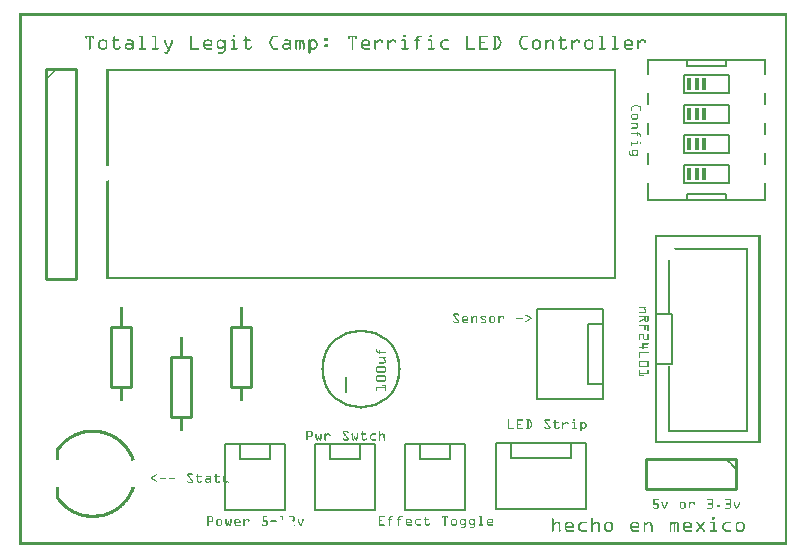
<source format=gto>
G04 MADE WITH FRITZING*
G04 WWW.FRITZING.ORG*
G04 DOUBLE SIDED*
G04 HOLES PLATED*
G04 CONTOUR ON CENTER OF CONTOUR VECTOR*
%ASAXBY*%
%FSLAX23Y23*%
%MOIN*%
%OFA0B0*%
%SFA1.0B1.0*%
%ADD10C,0.263906X0.247906*%
%ADD11R,0.063000X0.173200X0.047000X0.157200*%
%ADD12C,0.008000*%
%ADD13R,0.015000X0.040000*%
%ADD14C,0.010000*%
%ADD15C,0.005000*%
%ADD16R,0.001000X0.001000*%
%LNSILK1*%
G90*
G70*
G54D10*
X1140Y587D03*
G54D12*
X2122Y769D02*
X2177Y769D01*
X2177Y604D01*
X2122Y604D01*
X2122Y769D01*
D02*
G54D13*
X2283Y1237D03*
X2258Y1237D03*
X2233Y1237D03*
X2283Y1337D03*
X2258Y1337D03*
X2233Y1337D03*
X2283Y1437D03*
X2258Y1437D03*
X2233Y1437D03*
X2283Y1537D03*
X2258Y1537D03*
X2233Y1537D03*
G54D14*
X773Y727D02*
X773Y527D01*
D02*
X773Y527D02*
X707Y527D01*
D02*
X707Y527D02*
X707Y727D01*
D02*
X707Y727D02*
X773Y727D01*
D02*
X573Y627D02*
X573Y427D01*
D02*
X573Y427D02*
X507Y427D01*
D02*
X507Y427D02*
X507Y627D01*
D02*
X507Y627D02*
X573Y627D01*
D02*
X373Y727D02*
X373Y527D01*
D02*
X373Y527D02*
X307Y527D01*
D02*
X307Y527D02*
X307Y727D01*
D02*
X307Y727D02*
X373Y727D01*
G54D12*
D02*
X2485Y1617D02*
X2355Y1617D01*
D02*
X2225Y1617D02*
X2225Y1597D01*
D02*
X2225Y1597D02*
X2355Y1597D01*
D02*
X2355Y1597D02*
X2355Y1617D01*
D02*
X2225Y1617D02*
X2095Y1617D01*
D02*
X2355Y1617D02*
X2225Y1617D01*
D02*
X2095Y1150D02*
X2225Y1150D01*
D02*
X2355Y1150D02*
X2355Y1170D01*
D02*
X2355Y1170D02*
X2225Y1170D01*
D02*
X2225Y1170D02*
X2225Y1150D01*
D02*
X2355Y1150D02*
X2485Y1150D01*
D02*
X2225Y1150D02*
X2355Y1150D01*
D02*
X2365Y1267D02*
X2215Y1267D01*
D02*
X2365Y1267D02*
X2365Y1207D01*
D02*
X2215Y1207D02*
X2365Y1207D01*
D02*
X2215Y1207D02*
X2215Y1267D01*
D02*
X2365Y1367D02*
X2215Y1367D01*
D02*
X2365Y1367D02*
X2365Y1307D01*
D02*
X2215Y1307D02*
X2365Y1307D01*
D02*
X2215Y1307D02*
X2215Y1367D01*
D02*
X2365Y1467D02*
X2215Y1467D01*
D02*
X2365Y1467D02*
X2365Y1407D01*
D02*
X2215Y1407D02*
X2365Y1407D01*
D02*
X2215Y1407D02*
X2215Y1467D01*
D02*
X2365Y1567D02*
X2215Y1567D01*
D02*
X2365Y1567D02*
X2365Y1507D01*
D02*
X2215Y1507D02*
X2365Y1507D01*
D02*
X2215Y1507D02*
X2215Y1567D01*
G54D15*
D02*
X1185Y117D02*
X1185Y337D01*
D02*
X985Y117D02*
X985Y337D01*
D02*
X985Y117D02*
X1185Y117D01*
D02*
X985Y337D02*
X1035Y337D01*
D02*
X1035Y337D02*
X1135Y337D01*
D02*
X1135Y337D02*
X1185Y337D01*
D02*
X1135Y337D02*
X1135Y287D01*
D02*
X1135Y287D02*
X1035Y287D01*
D02*
X1035Y287D02*
X1035Y337D01*
D02*
X885Y117D02*
X885Y337D01*
D02*
X685Y117D02*
X685Y337D01*
D02*
X685Y117D02*
X885Y117D01*
D02*
X685Y337D02*
X735Y337D01*
D02*
X735Y337D02*
X835Y337D01*
D02*
X835Y337D02*
X885Y337D01*
D02*
X835Y337D02*
X835Y287D01*
D02*
X835Y287D02*
X735Y287D01*
D02*
X735Y287D02*
X735Y337D01*
D02*
X1485Y117D02*
X1485Y337D01*
D02*
X1285Y117D02*
X1285Y337D01*
D02*
X1285Y117D02*
X1485Y117D01*
D02*
X1285Y337D02*
X1335Y337D01*
D02*
X1335Y337D02*
X1435Y337D01*
D02*
X1435Y337D02*
X1485Y337D01*
D02*
X1435Y337D02*
X1435Y287D01*
D02*
X1435Y287D02*
X1335Y287D01*
D02*
X1335Y287D02*
X1335Y337D01*
G54D14*
D02*
X2390Y287D02*
X2090Y287D01*
D02*
X2090Y287D02*
X2090Y187D01*
D02*
X2090Y187D02*
X2390Y187D01*
D02*
X2390Y187D02*
X2390Y287D01*
G54D15*
D02*
X1890Y122D02*
X1890Y342D01*
D02*
X1590Y122D02*
X1590Y342D01*
D02*
X1590Y122D02*
X1890Y122D01*
D02*
X1590Y342D02*
X1640Y342D01*
D02*
X1640Y342D02*
X1840Y342D01*
D02*
X1840Y342D02*
X1890Y342D01*
D02*
X1840Y342D02*
X1840Y292D01*
D02*
X1840Y292D02*
X1640Y292D01*
D02*
X1640Y292D02*
X1640Y342D01*
G54D12*
D02*
X1090Y562D02*
X1090Y512D01*
G54D15*
D02*
X1725Y487D02*
X1945Y487D01*
D02*
X1725Y787D02*
X1945Y787D01*
D02*
X1725Y787D02*
X1725Y487D01*
D02*
X1945Y787D02*
X1945Y737D01*
D02*
X1945Y737D02*
X1945Y537D01*
D02*
X1945Y537D02*
X1945Y487D01*
D02*
X1945Y537D02*
X1895Y537D01*
D02*
X1895Y537D02*
X1895Y737D01*
D02*
X1895Y737D02*
X1945Y737D01*
G54D14*
D02*
X90Y1587D02*
X90Y887D01*
D02*
X90Y887D02*
X190Y887D01*
D02*
X190Y887D02*
X190Y1587D01*
D02*
X190Y1587D02*
X90Y1587D01*
G54D16*
X0Y1772D02*
X2558Y1772D01*
X0Y1771D02*
X2558Y1771D01*
X0Y1770D02*
X2558Y1770D01*
X0Y1769D02*
X2558Y1769D01*
X0Y1768D02*
X2558Y1768D01*
X0Y1767D02*
X2558Y1767D01*
X0Y1766D02*
X2558Y1766D01*
X0Y1765D02*
X2558Y1765D01*
X0Y1764D02*
X7Y1764D01*
X2551Y1764D02*
X2558Y1764D01*
X0Y1763D02*
X7Y1763D01*
X2551Y1763D02*
X2558Y1763D01*
X0Y1762D02*
X7Y1762D01*
X2551Y1762D02*
X2558Y1762D01*
X0Y1761D02*
X7Y1761D01*
X2551Y1761D02*
X2558Y1761D01*
X0Y1760D02*
X7Y1760D01*
X2551Y1760D02*
X2558Y1760D01*
X0Y1759D02*
X7Y1759D01*
X2551Y1759D02*
X2558Y1759D01*
X0Y1758D02*
X7Y1758D01*
X2551Y1758D02*
X2558Y1758D01*
X0Y1757D02*
X7Y1757D01*
X2551Y1757D02*
X2558Y1757D01*
X0Y1756D02*
X7Y1756D01*
X2551Y1756D02*
X2558Y1756D01*
X0Y1755D02*
X7Y1755D01*
X2551Y1755D02*
X2558Y1755D01*
X0Y1754D02*
X7Y1754D01*
X2551Y1754D02*
X2558Y1754D01*
X0Y1753D02*
X7Y1753D01*
X2551Y1753D02*
X2558Y1753D01*
X0Y1752D02*
X7Y1752D01*
X2551Y1752D02*
X2558Y1752D01*
X0Y1751D02*
X7Y1751D01*
X2551Y1751D02*
X2558Y1751D01*
X0Y1750D02*
X7Y1750D01*
X2551Y1750D02*
X2558Y1750D01*
X0Y1749D02*
X7Y1749D01*
X2551Y1749D02*
X2558Y1749D01*
X0Y1748D02*
X7Y1748D01*
X2551Y1748D02*
X2558Y1748D01*
X0Y1747D02*
X7Y1747D01*
X2551Y1747D02*
X2558Y1747D01*
X0Y1746D02*
X7Y1746D01*
X2551Y1746D02*
X2558Y1746D01*
X0Y1745D02*
X7Y1745D01*
X2551Y1745D02*
X2558Y1745D01*
X0Y1744D02*
X7Y1744D01*
X2551Y1744D02*
X2558Y1744D01*
X0Y1743D02*
X7Y1743D01*
X2551Y1743D02*
X2558Y1743D01*
X0Y1742D02*
X7Y1742D01*
X2551Y1742D02*
X2558Y1742D01*
X0Y1741D02*
X7Y1741D01*
X2551Y1741D02*
X2558Y1741D01*
X0Y1740D02*
X7Y1740D01*
X2551Y1740D02*
X2558Y1740D01*
X0Y1739D02*
X7Y1739D01*
X2551Y1739D02*
X2558Y1739D01*
X0Y1738D02*
X7Y1738D01*
X2551Y1738D02*
X2558Y1738D01*
X0Y1737D02*
X7Y1737D01*
X2551Y1737D02*
X2558Y1737D01*
X0Y1736D02*
X7Y1736D01*
X2551Y1736D02*
X2558Y1736D01*
X0Y1735D02*
X7Y1735D01*
X2551Y1735D02*
X2558Y1735D01*
X0Y1734D02*
X7Y1734D01*
X2551Y1734D02*
X2558Y1734D01*
X0Y1733D02*
X7Y1733D01*
X2551Y1733D02*
X2558Y1733D01*
X0Y1732D02*
X7Y1732D01*
X2551Y1732D02*
X2558Y1732D01*
X0Y1731D02*
X7Y1731D01*
X2551Y1731D02*
X2558Y1731D01*
X0Y1730D02*
X7Y1730D01*
X2551Y1730D02*
X2558Y1730D01*
X0Y1729D02*
X7Y1729D01*
X2551Y1729D02*
X2558Y1729D01*
X0Y1728D02*
X7Y1728D01*
X2551Y1728D02*
X2558Y1728D01*
X0Y1727D02*
X7Y1727D01*
X2551Y1727D02*
X2558Y1727D01*
X0Y1726D02*
X7Y1726D01*
X2551Y1726D02*
X2558Y1726D01*
X0Y1725D02*
X7Y1725D01*
X2551Y1725D02*
X2558Y1725D01*
X0Y1724D02*
X7Y1724D01*
X2551Y1724D02*
X2558Y1724D01*
X0Y1723D02*
X7Y1723D01*
X2551Y1723D02*
X2558Y1723D01*
X0Y1722D02*
X7Y1722D01*
X2551Y1722D02*
X2558Y1722D01*
X0Y1721D02*
X7Y1721D01*
X2551Y1721D02*
X2558Y1721D01*
X0Y1720D02*
X7Y1720D01*
X2551Y1720D02*
X2558Y1720D01*
X0Y1719D02*
X7Y1719D01*
X2551Y1719D02*
X2558Y1719D01*
X0Y1718D02*
X7Y1718D01*
X2551Y1718D02*
X2558Y1718D01*
X0Y1717D02*
X7Y1717D01*
X2551Y1717D02*
X2558Y1717D01*
X0Y1716D02*
X7Y1716D01*
X2551Y1716D02*
X2558Y1716D01*
X0Y1715D02*
X7Y1715D01*
X2551Y1715D02*
X2558Y1715D01*
X0Y1714D02*
X7Y1714D01*
X2551Y1714D02*
X2558Y1714D01*
X0Y1713D02*
X7Y1713D01*
X2551Y1713D02*
X2558Y1713D01*
X0Y1712D02*
X7Y1712D01*
X2551Y1712D02*
X2558Y1712D01*
X0Y1711D02*
X7Y1711D01*
X2551Y1711D02*
X2558Y1711D01*
X0Y1710D02*
X7Y1710D01*
X2551Y1710D02*
X2558Y1710D01*
X0Y1709D02*
X7Y1709D01*
X2551Y1709D02*
X2558Y1709D01*
X0Y1708D02*
X7Y1708D01*
X2551Y1708D02*
X2558Y1708D01*
X0Y1707D02*
X7Y1707D01*
X2551Y1707D02*
X2558Y1707D01*
X0Y1706D02*
X7Y1706D01*
X2551Y1706D02*
X2558Y1706D01*
X0Y1705D02*
X7Y1705D01*
X2551Y1705D02*
X2558Y1705D01*
X0Y1704D02*
X7Y1704D01*
X2551Y1704D02*
X2558Y1704D01*
X0Y1703D02*
X7Y1703D01*
X2551Y1703D02*
X2558Y1703D01*
X0Y1702D02*
X7Y1702D01*
X2551Y1702D02*
X2558Y1702D01*
X0Y1701D02*
X7Y1701D01*
X712Y1701D02*
X717Y1701D01*
X1282Y1701D02*
X1286Y1701D01*
X1369Y1701D02*
X1374Y1701D01*
X2551Y1701D02*
X2558Y1701D01*
X0Y1700D02*
X7Y1700D01*
X711Y1700D02*
X718Y1700D01*
X1280Y1700D02*
X1288Y1700D01*
X1368Y1700D02*
X1375Y1700D01*
X2551Y1700D02*
X2558Y1700D01*
X0Y1699D02*
X7Y1699D01*
X711Y1699D02*
X719Y1699D01*
X1280Y1699D02*
X1288Y1699D01*
X1368Y1699D02*
X1376Y1699D01*
X2551Y1699D02*
X2558Y1699D01*
X0Y1698D02*
X7Y1698D01*
X220Y1698D02*
X249Y1698D01*
X399Y1698D02*
X411Y1698D01*
X443Y1698D02*
X455Y1698D01*
X571Y1698D02*
X574Y1698D01*
X711Y1698D02*
X719Y1698D01*
X845Y1698D02*
X861Y1698D01*
X1096Y1698D02*
X1125Y1698D01*
X1280Y1698D02*
X1288Y1698D01*
X1329Y1698D02*
X1341Y1698D01*
X1367Y1698D02*
X1376Y1698D01*
X1491Y1698D02*
X1494Y1698D01*
X1534Y1698D02*
X1562Y1698D01*
X1578Y1698D02*
X1594Y1698D01*
X1677Y1698D02*
X1693Y1698D01*
X1932Y1698D02*
X1944Y1698D01*
X1976Y1698D02*
X1988Y1698D01*
X2551Y1698D02*
X2558Y1698D01*
X0Y1697D02*
X7Y1697D01*
X220Y1697D02*
X249Y1697D01*
X398Y1697D02*
X412Y1697D01*
X442Y1697D02*
X456Y1697D01*
X571Y1697D02*
X575Y1697D01*
X711Y1697D02*
X719Y1697D01*
X843Y1697D02*
X862Y1697D01*
X1096Y1697D02*
X1125Y1697D01*
X1280Y1697D02*
X1288Y1697D01*
X1327Y1697D02*
X1342Y1697D01*
X1367Y1697D02*
X1376Y1697D01*
X1490Y1697D02*
X1495Y1697D01*
X1534Y1697D02*
X1563Y1697D01*
X1578Y1697D02*
X1596Y1697D01*
X1675Y1697D02*
X1694Y1697D01*
X1931Y1697D02*
X1945Y1697D01*
X1975Y1697D02*
X1988Y1697D01*
X2551Y1697D02*
X2558Y1697D01*
X0Y1696D02*
X7Y1696D01*
X220Y1696D02*
X249Y1696D01*
X315Y1696D02*
X317Y1696D01*
X398Y1696D02*
X412Y1696D01*
X442Y1696D02*
X456Y1696D01*
X570Y1696D02*
X575Y1696D01*
X711Y1696D02*
X719Y1696D01*
X753Y1696D02*
X755Y1696D01*
X842Y1696D02*
X862Y1696D01*
X1096Y1696D02*
X1125Y1696D01*
X1280Y1696D02*
X1288Y1696D01*
X1326Y1696D02*
X1342Y1696D01*
X1367Y1696D02*
X1376Y1696D01*
X1490Y1696D02*
X1495Y1696D01*
X1534Y1696D02*
X1563Y1696D01*
X1578Y1696D02*
X1597Y1696D01*
X1674Y1696D02*
X1694Y1696D01*
X1804Y1696D02*
X1806Y1696D01*
X1931Y1696D02*
X1945Y1696D01*
X1975Y1696D02*
X1989Y1696D01*
X2551Y1696D02*
X2558Y1696D01*
X0Y1695D02*
X7Y1695D01*
X220Y1695D02*
X249Y1695D01*
X314Y1695D02*
X318Y1695D01*
X398Y1695D02*
X412Y1695D01*
X442Y1695D02*
X456Y1695D01*
X570Y1695D02*
X575Y1695D01*
X711Y1695D02*
X719Y1695D01*
X752Y1695D02*
X756Y1695D01*
X841Y1695D02*
X862Y1695D01*
X1096Y1695D02*
X1125Y1695D01*
X1280Y1695D02*
X1288Y1695D01*
X1325Y1695D02*
X1342Y1695D01*
X1368Y1695D02*
X1375Y1695D01*
X1490Y1695D02*
X1495Y1695D01*
X1534Y1695D02*
X1563Y1695D01*
X1578Y1695D02*
X1598Y1695D01*
X1673Y1695D02*
X1694Y1695D01*
X1803Y1695D02*
X1807Y1695D01*
X1931Y1695D02*
X1945Y1695D01*
X1975Y1695D02*
X1989Y1695D01*
X2551Y1695D02*
X2558Y1695D01*
X0Y1694D02*
X7Y1694D01*
X220Y1694D02*
X249Y1694D01*
X314Y1694D02*
X319Y1694D01*
X399Y1694D02*
X412Y1694D01*
X443Y1694D02*
X456Y1694D01*
X570Y1694D02*
X575Y1694D01*
X711Y1694D02*
X718Y1694D01*
X752Y1694D02*
X756Y1694D01*
X841Y1694D02*
X862Y1694D01*
X1096Y1694D02*
X1125Y1694D01*
X1281Y1694D02*
X1287Y1694D01*
X1324Y1694D02*
X1342Y1694D01*
X1368Y1694D02*
X1375Y1694D01*
X1490Y1694D02*
X1495Y1694D01*
X1534Y1694D02*
X1562Y1694D01*
X1578Y1694D02*
X1599Y1694D01*
X1673Y1694D02*
X1694Y1694D01*
X1803Y1694D02*
X1807Y1694D01*
X1931Y1694D02*
X1945Y1694D01*
X1975Y1694D02*
X1989Y1694D01*
X2551Y1694D02*
X2558Y1694D01*
X0Y1693D02*
X7Y1693D01*
X220Y1693D02*
X249Y1693D01*
X314Y1693D02*
X319Y1693D01*
X400Y1693D02*
X412Y1693D01*
X444Y1693D02*
X456Y1693D01*
X570Y1693D02*
X575Y1693D01*
X713Y1693D02*
X717Y1693D01*
X751Y1693D02*
X757Y1693D01*
X840Y1693D02*
X860Y1693D01*
X1096Y1693D02*
X1125Y1693D01*
X1282Y1693D02*
X1286Y1693D01*
X1323Y1693D02*
X1340Y1693D01*
X1369Y1693D02*
X1374Y1693D01*
X1490Y1693D02*
X1495Y1693D01*
X1534Y1693D02*
X1561Y1693D01*
X1579Y1693D02*
X1599Y1693D01*
X1672Y1693D02*
X1692Y1693D01*
X1802Y1693D02*
X1808Y1693D01*
X1933Y1693D02*
X1945Y1693D01*
X1976Y1693D02*
X1989Y1693D01*
X2551Y1693D02*
X2558Y1693D01*
X0Y1692D02*
X7Y1692D01*
X220Y1692D02*
X225Y1692D01*
X232Y1692D02*
X237Y1692D01*
X244Y1692D02*
X249Y1692D01*
X314Y1692D02*
X319Y1692D01*
X407Y1692D02*
X412Y1692D01*
X451Y1692D02*
X456Y1692D01*
X570Y1692D02*
X575Y1692D01*
X751Y1692D02*
X757Y1692D01*
X840Y1692D02*
X846Y1692D01*
X1096Y1692D02*
X1101Y1692D01*
X1108Y1692D02*
X1113Y1692D01*
X1120Y1692D02*
X1125Y1692D01*
X1323Y1692D02*
X1330Y1692D01*
X1490Y1692D02*
X1495Y1692D01*
X1534Y1692D02*
X1539Y1692D01*
X1583Y1692D02*
X1589Y1692D01*
X1594Y1692D02*
X1600Y1692D01*
X1672Y1692D02*
X1678Y1692D01*
X1802Y1692D02*
X1808Y1692D01*
X1940Y1692D02*
X1945Y1692D01*
X1984Y1692D02*
X1989Y1692D01*
X2551Y1692D02*
X2558Y1692D01*
X0Y1691D02*
X7Y1691D01*
X220Y1691D02*
X225Y1691D01*
X232Y1691D02*
X237Y1691D01*
X244Y1691D02*
X249Y1691D01*
X314Y1691D02*
X319Y1691D01*
X407Y1691D02*
X412Y1691D01*
X451Y1691D02*
X456Y1691D01*
X570Y1691D02*
X575Y1691D01*
X751Y1691D02*
X757Y1691D01*
X839Y1691D02*
X845Y1691D01*
X1019Y1691D02*
X1026Y1691D01*
X1096Y1691D02*
X1101Y1691D01*
X1108Y1691D02*
X1113Y1691D01*
X1120Y1691D02*
X1125Y1691D01*
X1323Y1691D02*
X1328Y1691D01*
X1490Y1691D02*
X1495Y1691D01*
X1534Y1691D02*
X1539Y1691D01*
X1583Y1691D02*
X1589Y1691D01*
X1594Y1691D02*
X1600Y1691D01*
X1671Y1691D02*
X1677Y1691D01*
X1802Y1691D02*
X1808Y1691D01*
X1940Y1691D02*
X1945Y1691D01*
X1984Y1691D02*
X1989Y1691D01*
X2551Y1691D02*
X2558Y1691D01*
X0Y1690D02*
X7Y1690D01*
X220Y1690D02*
X225Y1690D01*
X232Y1690D02*
X237Y1690D01*
X244Y1690D02*
X249Y1690D01*
X314Y1690D02*
X319Y1690D01*
X407Y1690D02*
X412Y1690D01*
X451Y1690D02*
X456Y1690D01*
X570Y1690D02*
X575Y1690D01*
X751Y1690D02*
X757Y1690D01*
X839Y1690D02*
X845Y1690D01*
X1018Y1690D02*
X1028Y1690D01*
X1096Y1690D02*
X1101Y1690D01*
X1108Y1690D02*
X1113Y1690D01*
X1120Y1690D02*
X1125Y1690D01*
X1322Y1690D02*
X1328Y1690D01*
X1490Y1690D02*
X1495Y1690D01*
X1534Y1690D02*
X1539Y1690D01*
X1583Y1690D02*
X1589Y1690D01*
X1595Y1690D02*
X1601Y1690D01*
X1671Y1690D02*
X1677Y1690D01*
X1802Y1690D02*
X1808Y1690D01*
X1940Y1690D02*
X1945Y1690D01*
X1984Y1690D02*
X1989Y1690D01*
X2551Y1690D02*
X2558Y1690D01*
X0Y1689D02*
X7Y1689D01*
X221Y1689D02*
X225Y1689D01*
X232Y1689D02*
X237Y1689D01*
X245Y1689D02*
X249Y1689D01*
X314Y1689D02*
X319Y1689D01*
X407Y1689D02*
X412Y1689D01*
X451Y1689D02*
X456Y1689D01*
X570Y1689D02*
X575Y1689D01*
X751Y1689D02*
X757Y1689D01*
X838Y1689D02*
X844Y1689D01*
X1017Y1689D02*
X1028Y1689D01*
X1096Y1689D02*
X1100Y1689D01*
X1108Y1689D02*
X1113Y1689D01*
X1120Y1689D02*
X1124Y1689D01*
X1322Y1689D02*
X1327Y1689D01*
X1490Y1689D02*
X1495Y1689D01*
X1534Y1689D02*
X1539Y1689D01*
X1583Y1689D02*
X1589Y1689D01*
X1595Y1689D02*
X1601Y1689D01*
X1670Y1689D02*
X1676Y1689D01*
X1802Y1689D02*
X1808Y1689D01*
X1940Y1689D02*
X1945Y1689D01*
X1984Y1689D02*
X1989Y1689D01*
X2551Y1689D02*
X2558Y1689D01*
X0Y1688D02*
X7Y1688D01*
X222Y1688D02*
X223Y1688D01*
X232Y1688D02*
X237Y1688D01*
X246Y1688D02*
X247Y1688D01*
X314Y1688D02*
X319Y1688D01*
X407Y1688D02*
X412Y1688D01*
X451Y1688D02*
X456Y1688D01*
X570Y1688D02*
X575Y1688D01*
X751Y1688D02*
X757Y1688D01*
X838Y1688D02*
X844Y1688D01*
X1017Y1688D02*
X1028Y1688D01*
X1097Y1688D02*
X1099Y1688D01*
X1108Y1688D02*
X1113Y1688D01*
X1121Y1688D02*
X1123Y1688D01*
X1322Y1688D02*
X1327Y1688D01*
X1490Y1688D02*
X1495Y1688D01*
X1534Y1688D02*
X1539Y1688D01*
X1583Y1688D02*
X1589Y1688D01*
X1596Y1688D02*
X1602Y1688D01*
X1670Y1688D02*
X1676Y1688D01*
X1802Y1688D02*
X1808Y1688D01*
X1940Y1688D02*
X1945Y1688D01*
X1984Y1688D02*
X1989Y1688D01*
X2551Y1688D02*
X2558Y1688D01*
X0Y1687D02*
X7Y1687D01*
X232Y1687D02*
X237Y1687D01*
X314Y1687D02*
X319Y1687D01*
X407Y1687D02*
X412Y1687D01*
X451Y1687D02*
X456Y1687D01*
X570Y1687D02*
X575Y1687D01*
X751Y1687D02*
X757Y1687D01*
X837Y1687D02*
X843Y1687D01*
X966Y1687D02*
X968Y1687D01*
X977Y1687D02*
X981Y1687D01*
X1017Y1687D02*
X1028Y1687D01*
X1108Y1687D02*
X1113Y1687D01*
X1322Y1687D02*
X1327Y1687D01*
X1490Y1687D02*
X1495Y1687D01*
X1534Y1687D02*
X1539Y1687D01*
X1583Y1687D02*
X1589Y1687D01*
X1596Y1687D02*
X1602Y1687D01*
X1669Y1687D02*
X1675Y1687D01*
X1802Y1687D02*
X1808Y1687D01*
X1940Y1687D02*
X1945Y1687D01*
X1984Y1687D02*
X1989Y1687D01*
X2551Y1687D02*
X2558Y1687D01*
X0Y1686D02*
X7Y1686D01*
X232Y1686D02*
X237Y1686D01*
X275Y1686D02*
X282Y1686D01*
X311Y1686D02*
X331Y1686D01*
X360Y1686D02*
X371Y1686D01*
X407Y1686D02*
X412Y1686D01*
X451Y1686D02*
X456Y1686D01*
X570Y1686D02*
X575Y1686D01*
X625Y1686D02*
X633Y1686D01*
X669Y1686D02*
X673Y1686D01*
X708Y1686D02*
X716Y1686D01*
X748Y1686D02*
X769Y1686D01*
X837Y1686D02*
X843Y1686D01*
X886Y1686D02*
X896Y1686D01*
X931Y1686D02*
X931Y1686D01*
X965Y1686D02*
X969Y1686D01*
X974Y1686D02*
X984Y1686D01*
X1017Y1686D02*
X1028Y1686D01*
X1108Y1686D02*
X1113Y1686D01*
X1150Y1686D02*
X1158Y1686D01*
X1198Y1686D02*
X1204Y1686D01*
X1242Y1686D02*
X1248Y1686D01*
X1277Y1686D02*
X1285Y1686D01*
X1319Y1686D02*
X1333Y1686D01*
X1364Y1686D02*
X1373Y1686D01*
X1416Y1686D02*
X1428Y1686D01*
X1490Y1686D02*
X1495Y1686D01*
X1534Y1686D02*
X1539Y1686D01*
X1583Y1686D02*
X1589Y1686D01*
X1597Y1686D02*
X1603Y1686D01*
X1669Y1686D02*
X1675Y1686D01*
X1720Y1686D02*
X1727Y1686D01*
X1769Y1686D02*
X1772Y1686D01*
X1799Y1686D02*
X1820Y1686D01*
X1855Y1686D02*
X1861Y1686D01*
X1895Y1686D02*
X1902Y1686D01*
X1940Y1686D02*
X1945Y1686D01*
X1984Y1686D02*
X1989Y1686D01*
X2026Y1686D02*
X2034Y1686D01*
X2074Y1686D02*
X2080Y1686D01*
X2551Y1686D02*
X2558Y1686D01*
X0Y1685D02*
X7Y1685D01*
X232Y1685D02*
X237Y1685D01*
X271Y1685D02*
X286Y1685D01*
X308Y1685D02*
X333Y1685D01*
X358Y1685D02*
X375Y1685D01*
X407Y1685D02*
X412Y1685D01*
X451Y1685D02*
X456Y1685D01*
X484Y1685D02*
X487Y1685D01*
X508Y1685D02*
X511Y1685D01*
X570Y1685D02*
X575Y1685D01*
X621Y1685D02*
X636Y1685D01*
X665Y1685D02*
X677Y1685D01*
X683Y1685D02*
X686Y1685D01*
X706Y1685D02*
X718Y1685D01*
X746Y1685D02*
X771Y1685D01*
X836Y1685D02*
X842Y1685D01*
X884Y1685D02*
X900Y1685D01*
X921Y1685D02*
X924Y1685D01*
X928Y1685D02*
X934Y1685D01*
X940Y1685D02*
X945Y1685D01*
X965Y1685D02*
X969Y1685D01*
X973Y1685D02*
X985Y1685D01*
X1017Y1685D02*
X1028Y1685D01*
X1108Y1685D02*
X1113Y1685D01*
X1147Y1685D02*
X1162Y1685D01*
X1184Y1685D02*
X1188Y1685D01*
X1196Y1685D02*
X1208Y1685D01*
X1228Y1685D02*
X1231Y1685D01*
X1240Y1685D02*
X1251Y1685D01*
X1275Y1685D02*
X1287Y1685D01*
X1317Y1685D02*
X1335Y1685D01*
X1362Y1685D02*
X1375Y1685D01*
X1412Y1685D02*
X1431Y1685D01*
X1490Y1685D02*
X1495Y1685D01*
X1534Y1685D02*
X1539Y1685D01*
X1583Y1685D02*
X1589Y1685D01*
X1597Y1685D02*
X1603Y1685D01*
X1668Y1685D02*
X1674Y1685D01*
X1716Y1685D02*
X1731Y1685D01*
X1753Y1685D02*
X1757Y1685D01*
X1765Y1685D02*
X1776Y1685D01*
X1797Y1685D02*
X1822Y1685D01*
X1841Y1685D02*
X1844Y1685D01*
X1853Y1685D02*
X1864Y1685D01*
X1891Y1685D02*
X1906Y1685D01*
X1940Y1685D02*
X1945Y1685D01*
X1984Y1685D02*
X1989Y1685D01*
X2022Y1685D02*
X2037Y1685D01*
X2060Y1685D02*
X2063Y1685D01*
X2072Y1685D02*
X2083Y1685D01*
X2551Y1685D02*
X2558Y1685D01*
X0Y1684D02*
X7Y1684D01*
X232Y1684D02*
X237Y1684D01*
X269Y1684D02*
X287Y1684D01*
X308Y1684D02*
X333Y1684D01*
X358Y1684D02*
X376Y1684D01*
X407Y1684D02*
X412Y1684D01*
X451Y1684D02*
X456Y1684D01*
X483Y1684D02*
X488Y1684D01*
X507Y1684D02*
X512Y1684D01*
X570Y1684D02*
X575Y1684D01*
X620Y1684D02*
X638Y1684D01*
X663Y1684D02*
X678Y1684D01*
X682Y1684D02*
X687Y1684D01*
X705Y1684D02*
X719Y1684D01*
X746Y1684D02*
X771Y1684D01*
X836Y1684D02*
X842Y1684D01*
X883Y1684D02*
X902Y1684D01*
X920Y1684D02*
X935Y1684D01*
X938Y1684D02*
X947Y1684D01*
X964Y1684D02*
X970Y1684D01*
X972Y1684D02*
X987Y1684D01*
X1017Y1684D02*
X1028Y1684D01*
X1108Y1684D02*
X1113Y1684D01*
X1145Y1684D02*
X1163Y1684D01*
X1184Y1684D02*
X1188Y1684D01*
X1195Y1684D02*
X1209Y1684D01*
X1227Y1684D02*
X1232Y1684D01*
X1239Y1684D02*
X1253Y1684D01*
X1274Y1684D02*
X1288Y1684D01*
X1316Y1684D02*
X1336Y1684D01*
X1362Y1684D02*
X1375Y1684D01*
X1411Y1684D02*
X1431Y1684D01*
X1490Y1684D02*
X1495Y1684D01*
X1534Y1684D02*
X1539Y1684D01*
X1583Y1684D02*
X1589Y1684D01*
X1598Y1684D02*
X1604Y1684D01*
X1668Y1684D02*
X1674Y1684D01*
X1714Y1684D02*
X1732Y1684D01*
X1753Y1684D02*
X1757Y1684D01*
X1764Y1684D02*
X1778Y1684D01*
X1797Y1684D02*
X1822Y1684D01*
X1840Y1684D02*
X1845Y1684D01*
X1852Y1684D02*
X1866Y1684D01*
X1890Y1684D02*
X1907Y1684D01*
X1940Y1684D02*
X1945Y1684D01*
X1984Y1684D02*
X1989Y1684D01*
X2021Y1684D02*
X2039Y1684D01*
X2059Y1684D02*
X2064Y1684D01*
X2071Y1684D02*
X2085Y1684D01*
X2551Y1684D02*
X2558Y1684D01*
X0Y1683D02*
X7Y1683D01*
X232Y1683D02*
X237Y1683D01*
X268Y1683D02*
X289Y1683D01*
X308Y1683D02*
X334Y1683D01*
X357Y1683D02*
X377Y1683D01*
X407Y1683D02*
X412Y1683D01*
X451Y1683D02*
X456Y1683D01*
X483Y1683D02*
X488Y1683D01*
X507Y1683D02*
X512Y1683D01*
X570Y1683D02*
X575Y1683D01*
X619Y1683D02*
X639Y1683D01*
X662Y1683D02*
X680Y1683D01*
X682Y1683D02*
X687Y1683D01*
X705Y1683D02*
X719Y1683D01*
X746Y1683D02*
X772Y1683D01*
X835Y1683D02*
X841Y1683D01*
X883Y1683D02*
X903Y1683D01*
X920Y1683D02*
X948Y1683D01*
X964Y1683D02*
X988Y1683D01*
X1017Y1683D02*
X1028Y1683D01*
X1108Y1683D02*
X1113Y1683D01*
X1144Y1683D02*
X1164Y1683D01*
X1183Y1683D02*
X1188Y1683D01*
X1194Y1683D02*
X1210Y1683D01*
X1227Y1683D02*
X1232Y1683D01*
X1237Y1683D02*
X1254Y1683D01*
X1274Y1683D02*
X1288Y1683D01*
X1316Y1683D02*
X1336Y1683D01*
X1362Y1683D02*
X1376Y1683D01*
X1409Y1683D02*
X1431Y1683D01*
X1490Y1683D02*
X1495Y1683D01*
X1534Y1683D02*
X1539Y1683D01*
X1583Y1683D02*
X1589Y1683D01*
X1598Y1683D02*
X1604Y1683D01*
X1667Y1683D02*
X1673Y1683D01*
X1713Y1683D02*
X1734Y1683D01*
X1753Y1683D02*
X1758Y1683D01*
X1762Y1683D02*
X1779Y1683D01*
X1796Y1683D02*
X1822Y1683D01*
X1840Y1683D02*
X1845Y1683D01*
X1851Y1683D02*
X1867Y1683D01*
X1888Y1683D02*
X1909Y1683D01*
X1940Y1683D02*
X1945Y1683D01*
X1984Y1683D02*
X1989Y1683D01*
X2020Y1683D02*
X2040Y1683D01*
X2059Y1683D02*
X2064Y1683D01*
X2069Y1683D02*
X2086Y1683D01*
X2551Y1683D02*
X2558Y1683D01*
X0Y1682D02*
X7Y1682D01*
X232Y1682D02*
X237Y1682D01*
X267Y1682D02*
X290Y1682D01*
X308Y1682D02*
X333Y1682D01*
X358Y1682D02*
X378Y1682D01*
X407Y1682D02*
X412Y1682D01*
X451Y1682D02*
X456Y1682D01*
X483Y1682D02*
X488Y1682D01*
X507Y1682D02*
X512Y1682D01*
X570Y1682D02*
X575Y1682D01*
X617Y1682D02*
X640Y1682D01*
X661Y1682D02*
X687Y1682D01*
X705Y1682D02*
X719Y1682D01*
X746Y1682D02*
X771Y1682D01*
X835Y1682D02*
X841Y1682D01*
X883Y1682D02*
X904Y1682D01*
X920Y1682D02*
X948Y1682D01*
X964Y1682D02*
X989Y1682D01*
X1017Y1682D02*
X1028Y1682D01*
X1108Y1682D02*
X1113Y1682D01*
X1143Y1682D02*
X1165Y1682D01*
X1183Y1682D02*
X1188Y1682D01*
X1193Y1682D02*
X1211Y1682D01*
X1227Y1682D02*
X1232Y1682D01*
X1236Y1682D02*
X1255Y1682D01*
X1274Y1682D02*
X1288Y1682D01*
X1316Y1682D02*
X1336Y1682D01*
X1362Y1682D02*
X1376Y1682D01*
X1408Y1682D02*
X1431Y1682D01*
X1490Y1682D02*
X1495Y1682D01*
X1534Y1682D02*
X1539Y1682D01*
X1583Y1682D02*
X1589Y1682D01*
X1599Y1682D02*
X1605Y1682D01*
X1667Y1682D02*
X1673Y1682D01*
X1712Y1682D02*
X1735Y1682D01*
X1753Y1682D02*
X1758Y1682D01*
X1760Y1682D02*
X1779Y1682D01*
X1797Y1682D02*
X1822Y1682D01*
X1840Y1682D02*
X1845Y1682D01*
X1849Y1682D02*
X1868Y1682D01*
X1887Y1682D02*
X1910Y1682D01*
X1940Y1682D02*
X1945Y1682D01*
X1984Y1682D02*
X1989Y1682D01*
X2019Y1682D02*
X2041Y1682D01*
X2059Y1682D02*
X2064Y1682D01*
X2068Y1682D02*
X2087Y1682D01*
X2551Y1682D02*
X2558Y1682D01*
X0Y1681D02*
X7Y1681D01*
X232Y1681D02*
X237Y1681D01*
X266Y1681D02*
X291Y1681D01*
X308Y1681D02*
X333Y1681D01*
X358Y1681D02*
X379Y1681D01*
X407Y1681D02*
X412Y1681D01*
X451Y1681D02*
X456Y1681D01*
X483Y1681D02*
X488Y1681D01*
X507Y1681D02*
X512Y1681D01*
X570Y1681D02*
X575Y1681D01*
X616Y1681D02*
X641Y1681D01*
X660Y1681D02*
X687Y1681D01*
X705Y1681D02*
X719Y1681D01*
X746Y1681D02*
X771Y1681D01*
X834Y1681D02*
X840Y1681D01*
X884Y1681D02*
X904Y1681D01*
X920Y1681D02*
X949Y1681D01*
X964Y1681D02*
X977Y1681D01*
X981Y1681D02*
X990Y1681D01*
X1018Y1681D02*
X1028Y1681D01*
X1108Y1681D02*
X1113Y1681D01*
X1142Y1681D02*
X1166Y1681D01*
X1183Y1681D02*
X1188Y1681D01*
X1191Y1681D02*
X1212Y1681D01*
X1227Y1681D02*
X1232Y1681D01*
X1235Y1681D02*
X1255Y1681D01*
X1275Y1681D02*
X1288Y1681D01*
X1317Y1681D02*
X1336Y1681D01*
X1362Y1681D02*
X1376Y1681D01*
X1407Y1681D02*
X1431Y1681D01*
X1490Y1681D02*
X1495Y1681D01*
X1534Y1681D02*
X1539Y1681D01*
X1583Y1681D02*
X1589Y1681D01*
X1600Y1681D02*
X1605Y1681D01*
X1666Y1681D02*
X1672Y1681D01*
X1711Y1681D02*
X1736Y1681D01*
X1753Y1681D02*
X1780Y1681D01*
X1797Y1681D02*
X1822Y1681D01*
X1840Y1681D02*
X1845Y1681D01*
X1848Y1681D02*
X1868Y1681D01*
X1886Y1681D02*
X1911Y1681D01*
X1940Y1681D02*
X1945Y1681D01*
X1984Y1681D02*
X1989Y1681D01*
X2018Y1681D02*
X2042Y1681D01*
X2059Y1681D02*
X2064Y1681D01*
X2067Y1681D02*
X2087Y1681D01*
X2551Y1681D02*
X2558Y1681D01*
X0Y1680D02*
X7Y1680D01*
X232Y1680D02*
X237Y1680D01*
X265Y1680D02*
X291Y1680D01*
X310Y1680D02*
X331Y1680D01*
X360Y1680D02*
X379Y1680D01*
X407Y1680D02*
X412Y1680D01*
X451Y1680D02*
X456Y1680D01*
X483Y1680D02*
X488Y1680D01*
X507Y1680D02*
X512Y1680D01*
X570Y1680D02*
X575Y1680D01*
X616Y1680D02*
X642Y1680D01*
X659Y1680D02*
X687Y1680D01*
X707Y1680D02*
X719Y1680D01*
X748Y1680D02*
X769Y1680D01*
X834Y1680D02*
X840Y1680D01*
X885Y1680D02*
X905Y1680D01*
X920Y1680D02*
X949Y1680D01*
X964Y1680D02*
X976Y1680D01*
X983Y1680D02*
X991Y1680D01*
X1020Y1680D02*
X1026Y1680D01*
X1108Y1680D02*
X1113Y1680D01*
X1141Y1680D02*
X1167Y1680D01*
X1183Y1680D02*
X1212Y1680D01*
X1227Y1680D02*
X1232Y1680D01*
X1234Y1680D02*
X1256Y1680D01*
X1276Y1680D02*
X1288Y1680D01*
X1319Y1680D02*
X1334Y1680D01*
X1364Y1680D02*
X1376Y1680D01*
X1406Y1680D02*
X1429Y1680D01*
X1490Y1680D02*
X1495Y1680D01*
X1534Y1680D02*
X1539Y1680D01*
X1583Y1680D02*
X1589Y1680D01*
X1600Y1680D02*
X1606Y1680D01*
X1666Y1680D02*
X1672Y1680D01*
X1710Y1680D02*
X1736Y1680D01*
X1753Y1680D02*
X1780Y1680D01*
X1799Y1680D02*
X1820Y1680D01*
X1840Y1680D02*
X1845Y1680D01*
X1847Y1680D02*
X1869Y1680D01*
X1886Y1680D02*
X1912Y1680D01*
X1940Y1680D02*
X1945Y1680D01*
X1984Y1680D02*
X1989Y1680D01*
X2017Y1680D02*
X2043Y1680D01*
X2059Y1680D02*
X2064Y1680D01*
X2066Y1680D02*
X2088Y1680D01*
X2551Y1680D02*
X2558Y1680D01*
X0Y1679D02*
X7Y1679D01*
X232Y1679D02*
X237Y1679D01*
X265Y1679D02*
X272Y1679D01*
X285Y1679D02*
X292Y1679D01*
X314Y1679D02*
X319Y1679D01*
X374Y1679D02*
X380Y1679D01*
X407Y1679D02*
X412Y1679D01*
X451Y1679D02*
X456Y1679D01*
X483Y1679D02*
X488Y1679D01*
X507Y1679D02*
X512Y1679D01*
X570Y1679D02*
X575Y1679D01*
X615Y1679D02*
X622Y1679D01*
X635Y1679D02*
X642Y1679D01*
X659Y1679D02*
X666Y1679D01*
X676Y1679D02*
X687Y1679D01*
X714Y1679D02*
X719Y1679D01*
X751Y1679D02*
X757Y1679D01*
X834Y1679D02*
X839Y1679D01*
X899Y1679D02*
X905Y1679D01*
X920Y1679D02*
X929Y1679D01*
X932Y1679D02*
X941Y1679D01*
X944Y1679D02*
X949Y1679D01*
X964Y1679D02*
X975Y1679D01*
X984Y1679D02*
X992Y1679D01*
X1108Y1679D02*
X1113Y1679D01*
X1141Y1679D02*
X1148Y1679D01*
X1161Y1679D02*
X1168Y1679D01*
X1183Y1679D02*
X1197Y1679D01*
X1206Y1679D02*
X1212Y1679D01*
X1227Y1679D02*
X1241Y1679D01*
X1250Y1679D02*
X1256Y1679D01*
X1283Y1679D02*
X1288Y1679D01*
X1322Y1679D02*
X1327Y1679D01*
X1371Y1679D02*
X1376Y1679D01*
X1405Y1679D02*
X1413Y1679D01*
X1490Y1679D02*
X1495Y1679D01*
X1534Y1679D02*
X1539Y1679D01*
X1583Y1679D02*
X1589Y1679D01*
X1601Y1679D02*
X1606Y1679D01*
X1666Y1679D02*
X1671Y1679D01*
X1710Y1679D02*
X1717Y1679D01*
X1730Y1679D02*
X1737Y1679D01*
X1753Y1679D02*
X1766Y1679D01*
X1775Y1679D02*
X1781Y1679D01*
X1802Y1679D02*
X1808Y1679D01*
X1840Y1679D02*
X1854Y1679D01*
X1863Y1679D02*
X1869Y1679D01*
X1885Y1679D02*
X1892Y1679D01*
X1905Y1679D02*
X1912Y1679D01*
X1940Y1679D02*
X1945Y1679D01*
X1984Y1679D02*
X1989Y1679D01*
X2016Y1679D02*
X2023Y1679D01*
X2037Y1679D02*
X2044Y1679D01*
X2059Y1679D02*
X2073Y1679D01*
X2082Y1679D02*
X2088Y1679D01*
X2551Y1679D02*
X2558Y1679D01*
X0Y1678D02*
X7Y1678D01*
X232Y1678D02*
X237Y1678D01*
X264Y1678D02*
X271Y1678D01*
X286Y1678D02*
X292Y1678D01*
X314Y1678D02*
X319Y1678D01*
X374Y1678D02*
X380Y1678D01*
X407Y1678D02*
X412Y1678D01*
X451Y1678D02*
X456Y1678D01*
X483Y1678D02*
X488Y1678D01*
X507Y1678D02*
X512Y1678D01*
X570Y1678D02*
X575Y1678D01*
X615Y1678D02*
X621Y1678D01*
X637Y1678D02*
X643Y1678D01*
X658Y1678D02*
X665Y1678D01*
X677Y1678D02*
X687Y1678D01*
X714Y1678D02*
X719Y1678D01*
X751Y1678D02*
X757Y1678D01*
X833Y1678D02*
X839Y1678D01*
X900Y1678D02*
X905Y1678D01*
X920Y1678D02*
X928Y1678D01*
X933Y1678D02*
X940Y1678D01*
X944Y1678D02*
X949Y1678D01*
X964Y1678D02*
X974Y1678D01*
X985Y1678D02*
X992Y1678D01*
X1108Y1678D02*
X1113Y1678D01*
X1140Y1678D02*
X1146Y1678D01*
X1162Y1678D02*
X1168Y1678D01*
X1183Y1678D02*
X1196Y1678D01*
X1207Y1678D02*
X1212Y1678D01*
X1227Y1678D02*
X1240Y1678D01*
X1251Y1678D02*
X1256Y1678D01*
X1283Y1678D02*
X1288Y1678D01*
X1322Y1678D02*
X1327Y1678D01*
X1371Y1678D02*
X1376Y1678D01*
X1404Y1678D02*
X1412Y1678D01*
X1490Y1678D02*
X1495Y1678D01*
X1534Y1678D02*
X1549Y1678D01*
X1583Y1678D02*
X1589Y1678D01*
X1601Y1678D02*
X1606Y1678D01*
X1665Y1678D02*
X1671Y1678D01*
X1709Y1678D02*
X1716Y1678D01*
X1731Y1678D02*
X1737Y1678D01*
X1753Y1678D02*
X1765Y1678D01*
X1776Y1678D02*
X1781Y1678D01*
X1802Y1678D02*
X1808Y1678D01*
X1840Y1678D02*
X1853Y1678D01*
X1864Y1678D02*
X1869Y1678D01*
X1885Y1678D02*
X1891Y1678D01*
X1906Y1678D02*
X1913Y1678D01*
X1940Y1678D02*
X1945Y1678D01*
X1984Y1678D02*
X1989Y1678D01*
X2016Y1678D02*
X2022Y1678D01*
X2038Y1678D02*
X2044Y1678D01*
X2059Y1678D02*
X2072Y1678D01*
X2083Y1678D02*
X2088Y1678D01*
X2551Y1678D02*
X2558Y1678D01*
X0Y1677D02*
X7Y1677D01*
X232Y1677D02*
X237Y1677D01*
X264Y1677D02*
X270Y1677D01*
X287Y1677D02*
X293Y1677D01*
X314Y1677D02*
X319Y1677D01*
X375Y1677D02*
X380Y1677D01*
X407Y1677D02*
X412Y1677D01*
X451Y1677D02*
X456Y1677D01*
X483Y1677D02*
X488Y1677D01*
X506Y1677D02*
X512Y1677D01*
X570Y1677D02*
X575Y1677D01*
X614Y1677D02*
X620Y1677D01*
X637Y1677D02*
X643Y1677D01*
X658Y1677D02*
X664Y1677D01*
X678Y1677D02*
X687Y1677D01*
X714Y1677D02*
X719Y1677D01*
X751Y1677D02*
X757Y1677D01*
X833Y1677D02*
X838Y1677D01*
X900Y1677D02*
X905Y1677D01*
X920Y1677D02*
X926Y1677D01*
X933Y1677D02*
X938Y1677D01*
X944Y1677D02*
X949Y1677D01*
X964Y1677D02*
X973Y1677D01*
X986Y1677D02*
X993Y1677D01*
X1108Y1677D02*
X1113Y1677D01*
X1140Y1677D02*
X1145Y1677D01*
X1163Y1677D02*
X1169Y1677D01*
X1183Y1677D02*
X1195Y1677D01*
X1207Y1677D02*
X1213Y1677D01*
X1227Y1677D02*
X1239Y1677D01*
X1251Y1677D02*
X1256Y1677D01*
X1283Y1677D02*
X1288Y1677D01*
X1322Y1677D02*
X1327Y1677D01*
X1371Y1677D02*
X1376Y1677D01*
X1404Y1677D02*
X1411Y1677D01*
X1490Y1677D02*
X1495Y1677D01*
X1534Y1677D02*
X1550Y1677D01*
X1583Y1677D02*
X1589Y1677D01*
X1601Y1677D02*
X1606Y1677D01*
X1665Y1677D02*
X1670Y1677D01*
X1709Y1677D02*
X1715Y1677D01*
X1732Y1677D02*
X1738Y1677D01*
X1753Y1677D02*
X1763Y1677D01*
X1776Y1677D02*
X1781Y1677D01*
X1802Y1677D02*
X1808Y1677D01*
X1840Y1677D02*
X1852Y1677D01*
X1864Y1677D02*
X1869Y1677D01*
X1884Y1677D02*
X1890Y1677D01*
X1907Y1677D02*
X1913Y1677D01*
X1940Y1677D02*
X1945Y1677D01*
X1984Y1677D02*
X1989Y1677D01*
X2016Y1677D02*
X2021Y1677D01*
X2039Y1677D02*
X2044Y1677D01*
X2059Y1677D02*
X2071Y1677D01*
X2083Y1677D02*
X2088Y1677D01*
X2551Y1677D02*
X2558Y1677D01*
X0Y1676D02*
X7Y1676D01*
X232Y1676D02*
X237Y1676D01*
X264Y1676D02*
X269Y1676D01*
X288Y1676D02*
X293Y1676D01*
X314Y1676D02*
X319Y1676D01*
X375Y1676D02*
X380Y1676D01*
X407Y1676D02*
X412Y1676D01*
X451Y1676D02*
X456Y1676D01*
X483Y1676D02*
X489Y1676D01*
X506Y1676D02*
X511Y1676D01*
X570Y1676D02*
X575Y1676D01*
X614Y1676D02*
X619Y1676D01*
X638Y1676D02*
X643Y1676D01*
X658Y1676D02*
X663Y1676D01*
X679Y1676D02*
X687Y1676D01*
X714Y1676D02*
X719Y1676D01*
X751Y1676D02*
X757Y1676D01*
X833Y1676D02*
X838Y1676D01*
X900Y1676D02*
X905Y1676D01*
X920Y1676D02*
X925Y1676D01*
X933Y1676D02*
X938Y1676D01*
X944Y1676D02*
X949Y1676D01*
X964Y1676D02*
X972Y1676D01*
X987Y1676D02*
X993Y1676D01*
X1108Y1676D02*
X1113Y1676D01*
X1140Y1676D02*
X1145Y1676D01*
X1163Y1676D02*
X1169Y1676D01*
X1183Y1676D02*
X1194Y1676D01*
X1207Y1676D02*
X1213Y1676D01*
X1227Y1676D02*
X1238Y1676D01*
X1251Y1676D02*
X1256Y1676D01*
X1283Y1676D02*
X1288Y1676D01*
X1322Y1676D02*
X1327Y1676D01*
X1371Y1676D02*
X1376Y1676D01*
X1403Y1676D02*
X1410Y1676D01*
X1490Y1676D02*
X1495Y1676D01*
X1534Y1676D02*
X1551Y1676D01*
X1583Y1676D02*
X1589Y1676D01*
X1601Y1676D02*
X1607Y1676D01*
X1665Y1676D02*
X1670Y1676D01*
X1709Y1676D02*
X1714Y1676D01*
X1733Y1676D02*
X1738Y1676D01*
X1753Y1676D02*
X1762Y1676D01*
X1776Y1676D02*
X1781Y1676D01*
X1802Y1676D02*
X1808Y1676D01*
X1840Y1676D02*
X1851Y1676D01*
X1864Y1676D02*
X1869Y1676D01*
X1884Y1676D02*
X1889Y1676D01*
X1908Y1676D02*
X1913Y1676D01*
X1940Y1676D02*
X1945Y1676D01*
X1984Y1676D02*
X1989Y1676D01*
X2015Y1676D02*
X2021Y1676D01*
X2039Y1676D02*
X2044Y1676D01*
X2059Y1676D02*
X2070Y1676D01*
X2083Y1676D02*
X2088Y1676D01*
X2551Y1676D02*
X2558Y1676D01*
X0Y1675D02*
X7Y1675D01*
X232Y1675D02*
X237Y1675D01*
X264Y1675D02*
X269Y1675D01*
X288Y1675D02*
X293Y1675D01*
X314Y1675D02*
X319Y1675D01*
X375Y1675D02*
X380Y1675D01*
X407Y1675D02*
X412Y1675D01*
X451Y1675D02*
X456Y1675D01*
X484Y1675D02*
X489Y1675D01*
X505Y1675D02*
X511Y1675D01*
X570Y1675D02*
X575Y1675D01*
X614Y1675D02*
X619Y1675D01*
X638Y1675D02*
X643Y1675D01*
X658Y1675D02*
X663Y1675D01*
X680Y1675D02*
X687Y1675D01*
X714Y1675D02*
X719Y1675D01*
X751Y1675D02*
X757Y1675D01*
X833Y1675D02*
X838Y1675D01*
X900Y1675D02*
X905Y1675D01*
X920Y1675D02*
X925Y1675D01*
X933Y1675D02*
X938Y1675D01*
X944Y1675D02*
X949Y1675D01*
X964Y1675D02*
X971Y1675D01*
X988Y1675D02*
X993Y1675D01*
X1108Y1675D02*
X1113Y1675D01*
X1140Y1675D02*
X1145Y1675D01*
X1164Y1675D02*
X1169Y1675D01*
X1183Y1675D02*
X1193Y1675D01*
X1207Y1675D02*
X1212Y1675D01*
X1227Y1675D02*
X1237Y1675D01*
X1251Y1675D02*
X1256Y1675D01*
X1283Y1675D02*
X1288Y1675D01*
X1322Y1675D02*
X1327Y1675D01*
X1371Y1675D02*
X1376Y1675D01*
X1403Y1675D02*
X1409Y1675D01*
X1490Y1675D02*
X1495Y1675D01*
X1534Y1675D02*
X1551Y1675D01*
X1583Y1675D02*
X1589Y1675D01*
X1601Y1675D02*
X1607Y1675D01*
X1665Y1675D02*
X1670Y1675D01*
X1709Y1675D02*
X1714Y1675D01*
X1733Y1675D02*
X1738Y1675D01*
X1753Y1675D02*
X1760Y1675D01*
X1776Y1675D02*
X1781Y1675D01*
X1802Y1675D02*
X1808Y1675D01*
X1840Y1675D02*
X1850Y1675D01*
X1864Y1675D02*
X1869Y1675D01*
X1884Y1675D02*
X1889Y1675D01*
X1908Y1675D02*
X1913Y1675D01*
X1940Y1675D02*
X1945Y1675D01*
X1984Y1675D02*
X1989Y1675D01*
X2015Y1675D02*
X2020Y1675D01*
X2039Y1675D02*
X2044Y1675D01*
X2059Y1675D02*
X2069Y1675D01*
X2083Y1675D02*
X2088Y1675D01*
X2551Y1675D02*
X2558Y1675D01*
X0Y1674D02*
X7Y1674D01*
X232Y1674D02*
X237Y1674D01*
X264Y1674D02*
X269Y1674D01*
X288Y1674D02*
X293Y1674D01*
X314Y1674D02*
X319Y1674D01*
X375Y1674D02*
X380Y1674D01*
X407Y1674D02*
X412Y1674D01*
X451Y1674D02*
X456Y1674D01*
X484Y1674D02*
X490Y1674D01*
X505Y1674D02*
X510Y1674D01*
X570Y1674D02*
X575Y1674D01*
X614Y1674D02*
X619Y1674D01*
X638Y1674D02*
X643Y1674D01*
X658Y1674D02*
X663Y1674D01*
X681Y1674D02*
X687Y1674D01*
X714Y1674D02*
X719Y1674D01*
X751Y1674D02*
X757Y1674D01*
X833Y1674D02*
X838Y1674D01*
X900Y1674D02*
X905Y1674D01*
X920Y1674D02*
X925Y1674D01*
X933Y1674D02*
X938Y1674D01*
X944Y1674D02*
X949Y1674D01*
X964Y1674D02*
X970Y1674D01*
X988Y1674D02*
X994Y1674D01*
X1108Y1674D02*
X1113Y1674D01*
X1140Y1674D02*
X1145Y1674D01*
X1164Y1674D02*
X1169Y1674D01*
X1183Y1674D02*
X1192Y1674D01*
X1208Y1674D02*
X1212Y1674D01*
X1227Y1674D02*
X1235Y1674D01*
X1251Y1674D02*
X1256Y1674D01*
X1283Y1674D02*
X1288Y1674D01*
X1322Y1674D02*
X1327Y1674D01*
X1371Y1674D02*
X1376Y1674D01*
X1402Y1674D02*
X1408Y1674D01*
X1490Y1674D02*
X1495Y1674D01*
X1534Y1674D02*
X1550Y1674D01*
X1583Y1674D02*
X1589Y1674D01*
X1601Y1674D02*
X1606Y1674D01*
X1665Y1674D02*
X1670Y1674D01*
X1709Y1674D02*
X1714Y1674D01*
X1733Y1674D02*
X1738Y1674D01*
X1753Y1674D02*
X1758Y1674D01*
X1776Y1674D02*
X1781Y1674D01*
X1802Y1674D02*
X1808Y1674D01*
X1840Y1674D02*
X1848Y1674D01*
X1865Y1674D02*
X1869Y1674D01*
X1884Y1674D02*
X1889Y1674D01*
X1908Y1674D02*
X1913Y1674D01*
X1940Y1674D02*
X1945Y1674D01*
X1984Y1674D02*
X1989Y1674D01*
X2015Y1674D02*
X2020Y1674D01*
X2039Y1674D02*
X2045Y1674D01*
X2059Y1674D02*
X2067Y1674D01*
X2083Y1674D02*
X2088Y1674D01*
X2551Y1674D02*
X2558Y1674D01*
X0Y1673D02*
X7Y1673D01*
X232Y1673D02*
X237Y1673D01*
X264Y1673D02*
X269Y1673D01*
X288Y1673D02*
X293Y1673D01*
X314Y1673D02*
X319Y1673D01*
X359Y1673D02*
X380Y1673D01*
X407Y1673D02*
X412Y1673D01*
X451Y1673D02*
X456Y1673D01*
X485Y1673D02*
X490Y1673D01*
X504Y1673D02*
X510Y1673D01*
X570Y1673D02*
X575Y1673D01*
X614Y1673D02*
X619Y1673D01*
X638Y1673D02*
X643Y1673D01*
X658Y1673D02*
X663Y1673D01*
X682Y1673D02*
X687Y1673D01*
X714Y1673D02*
X719Y1673D01*
X751Y1673D02*
X757Y1673D01*
X833Y1673D02*
X839Y1673D01*
X884Y1673D02*
X898Y1673D01*
X900Y1673D02*
X905Y1673D01*
X920Y1673D02*
X925Y1673D01*
X933Y1673D02*
X938Y1673D01*
X944Y1673D02*
X950Y1673D01*
X964Y1673D02*
X970Y1673D01*
X988Y1673D02*
X994Y1673D01*
X1108Y1673D02*
X1113Y1673D01*
X1140Y1673D02*
X1145Y1673D01*
X1164Y1673D02*
X1169Y1673D01*
X1183Y1673D02*
X1191Y1673D01*
X1208Y1673D02*
X1211Y1673D01*
X1227Y1673D02*
X1234Y1673D01*
X1252Y1673D02*
X1255Y1673D01*
X1283Y1673D02*
X1288Y1673D01*
X1322Y1673D02*
X1327Y1673D01*
X1371Y1673D02*
X1376Y1673D01*
X1402Y1673D02*
X1408Y1673D01*
X1490Y1673D02*
X1495Y1673D01*
X1534Y1673D02*
X1550Y1673D01*
X1583Y1673D02*
X1589Y1673D01*
X1601Y1673D02*
X1606Y1673D01*
X1665Y1673D02*
X1671Y1673D01*
X1709Y1673D02*
X1714Y1673D01*
X1733Y1673D02*
X1738Y1673D01*
X1753Y1673D02*
X1758Y1673D01*
X1776Y1673D02*
X1781Y1673D01*
X1802Y1673D02*
X1808Y1673D01*
X1840Y1673D02*
X1847Y1673D01*
X1865Y1673D02*
X1868Y1673D01*
X1884Y1673D02*
X1889Y1673D01*
X1908Y1673D02*
X1913Y1673D01*
X1940Y1673D02*
X1945Y1673D01*
X1984Y1673D02*
X1989Y1673D01*
X2015Y1673D02*
X2020Y1673D01*
X2039Y1673D02*
X2045Y1673D01*
X2059Y1673D02*
X2066Y1673D01*
X2084Y1673D02*
X2087Y1673D01*
X2551Y1673D02*
X2558Y1673D01*
X0Y1672D02*
X7Y1672D01*
X232Y1672D02*
X237Y1672D01*
X264Y1672D02*
X269Y1672D01*
X288Y1672D02*
X293Y1672D01*
X314Y1672D02*
X319Y1672D01*
X356Y1672D02*
X380Y1672D01*
X407Y1672D02*
X412Y1672D01*
X451Y1672D02*
X456Y1672D01*
X485Y1672D02*
X491Y1672D01*
X504Y1672D02*
X510Y1672D01*
X570Y1672D02*
X575Y1672D01*
X614Y1672D02*
X619Y1672D01*
X638Y1672D02*
X643Y1672D01*
X658Y1672D02*
X663Y1672D01*
X682Y1672D02*
X687Y1672D01*
X714Y1672D02*
X719Y1672D01*
X751Y1672D02*
X757Y1672D01*
X833Y1672D02*
X839Y1672D01*
X881Y1672D02*
X905Y1672D01*
X920Y1672D02*
X925Y1672D01*
X933Y1672D02*
X938Y1672D01*
X944Y1672D02*
X950Y1672D01*
X964Y1672D02*
X970Y1672D01*
X988Y1672D02*
X994Y1672D01*
X1108Y1672D02*
X1113Y1672D01*
X1140Y1672D02*
X1145Y1672D01*
X1164Y1672D02*
X1169Y1672D01*
X1183Y1672D02*
X1189Y1672D01*
X1227Y1672D02*
X1233Y1672D01*
X1283Y1672D02*
X1288Y1672D01*
X1322Y1672D02*
X1327Y1672D01*
X1371Y1672D02*
X1376Y1672D01*
X1402Y1672D02*
X1407Y1672D01*
X1490Y1672D02*
X1495Y1672D01*
X1534Y1672D02*
X1539Y1672D01*
X1583Y1672D02*
X1589Y1672D01*
X1601Y1672D02*
X1606Y1672D01*
X1665Y1672D02*
X1671Y1672D01*
X1709Y1672D02*
X1714Y1672D01*
X1733Y1672D02*
X1738Y1672D01*
X1753Y1672D02*
X1758Y1672D01*
X1776Y1672D02*
X1781Y1672D01*
X1802Y1672D02*
X1808Y1672D01*
X1840Y1672D02*
X1846Y1672D01*
X1884Y1672D02*
X1889Y1672D01*
X1908Y1672D02*
X1913Y1672D01*
X1940Y1672D02*
X1945Y1672D01*
X1984Y1672D02*
X1989Y1672D01*
X2015Y1672D02*
X2020Y1672D01*
X2039Y1672D02*
X2045Y1672D01*
X2059Y1672D02*
X2065Y1672D01*
X2551Y1672D02*
X2558Y1672D01*
X0Y1671D02*
X7Y1671D01*
X232Y1671D02*
X237Y1671D01*
X264Y1671D02*
X269Y1671D01*
X288Y1671D02*
X293Y1671D01*
X314Y1671D02*
X319Y1671D01*
X355Y1671D02*
X380Y1671D01*
X407Y1671D02*
X412Y1671D01*
X451Y1671D02*
X456Y1671D01*
X485Y1671D02*
X491Y1671D01*
X503Y1671D02*
X509Y1671D01*
X570Y1671D02*
X575Y1671D01*
X614Y1671D02*
X619Y1671D01*
X638Y1671D02*
X643Y1671D01*
X658Y1671D02*
X663Y1671D01*
X682Y1671D02*
X687Y1671D01*
X714Y1671D02*
X719Y1671D01*
X751Y1671D02*
X757Y1671D01*
X834Y1671D02*
X839Y1671D01*
X880Y1671D02*
X905Y1671D01*
X920Y1671D02*
X925Y1671D01*
X933Y1671D02*
X938Y1671D01*
X945Y1671D02*
X950Y1671D01*
X964Y1671D02*
X970Y1671D01*
X988Y1671D02*
X994Y1671D01*
X1108Y1671D02*
X1113Y1671D01*
X1140Y1671D02*
X1145Y1671D01*
X1164Y1671D02*
X1169Y1671D01*
X1183Y1671D02*
X1189Y1671D01*
X1227Y1671D02*
X1232Y1671D01*
X1283Y1671D02*
X1288Y1671D01*
X1322Y1671D02*
X1327Y1671D01*
X1371Y1671D02*
X1376Y1671D01*
X1402Y1671D02*
X1407Y1671D01*
X1490Y1671D02*
X1495Y1671D01*
X1534Y1671D02*
X1539Y1671D01*
X1583Y1671D02*
X1589Y1671D01*
X1600Y1671D02*
X1606Y1671D01*
X1666Y1671D02*
X1671Y1671D01*
X1709Y1671D02*
X1714Y1671D01*
X1733Y1671D02*
X1738Y1671D01*
X1753Y1671D02*
X1758Y1671D01*
X1776Y1671D02*
X1781Y1671D01*
X1802Y1671D02*
X1808Y1671D01*
X1840Y1671D02*
X1845Y1671D01*
X1884Y1671D02*
X1889Y1671D01*
X1908Y1671D02*
X1913Y1671D01*
X1940Y1671D02*
X1945Y1671D01*
X1984Y1671D02*
X1989Y1671D01*
X2015Y1671D02*
X2021Y1671D01*
X2039Y1671D02*
X2045Y1671D01*
X2059Y1671D02*
X2064Y1671D01*
X2551Y1671D02*
X2558Y1671D01*
X0Y1670D02*
X7Y1670D01*
X232Y1670D02*
X237Y1670D01*
X264Y1670D02*
X269Y1670D01*
X288Y1670D02*
X293Y1670D01*
X314Y1670D02*
X319Y1670D01*
X354Y1670D02*
X380Y1670D01*
X407Y1670D02*
X412Y1670D01*
X451Y1670D02*
X456Y1670D01*
X486Y1670D02*
X492Y1670D01*
X503Y1670D02*
X509Y1670D01*
X570Y1670D02*
X575Y1670D01*
X614Y1670D02*
X643Y1670D01*
X658Y1670D02*
X663Y1670D01*
X682Y1670D02*
X687Y1670D01*
X714Y1670D02*
X719Y1670D01*
X751Y1670D02*
X757Y1670D01*
X834Y1670D02*
X840Y1670D01*
X879Y1670D02*
X905Y1670D01*
X920Y1670D02*
X925Y1670D01*
X933Y1670D02*
X938Y1670D01*
X945Y1670D02*
X950Y1670D01*
X964Y1670D02*
X970Y1670D01*
X988Y1670D02*
X994Y1670D01*
X1019Y1670D02*
X1027Y1670D01*
X1108Y1670D02*
X1113Y1670D01*
X1140Y1670D02*
X1169Y1670D01*
X1183Y1670D02*
X1188Y1670D01*
X1227Y1670D02*
X1232Y1670D01*
X1283Y1670D02*
X1288Y1670D01*
X1322Y1670D02*
X1327Y1670D01*
X1371Y1670D02*
X1376Y1670D01*
X1402Y1670D02*
X1407Y1670D01*
X1490Y1670D02*
X1495Y1670D01*
X1534Y1670D02*
X1539Y1670D01*
X1583Y1670D02*
X1589Y1670D01*
X1600Y1670D02*
X1605Y1670D01*
X1666Y1670D02*
X1672Y1670D01*
X1709Y1670D02*
X1714Y1670D01*
X1733Y1670D02*
X1738Y1670D01*
X1753Y1670D02*
X1758Y1670D01*
X1776Y1670D02*
X1781Y1670D01*
X1802Y1670D02*
X1808Y1670D01*
X1840Y1670D02*
X1845Y1670D01*
X1884Y1670D02*
X1889Y1670D01*
X1908Y1670D02*
X1913Y1670D01*
X1940Y1670D02*
X1945Y1670D01*
X1984Y1670D02*
X1989Y1670D01*
X2015Y1670D02*
X2045Y1670D01*
X2059Y1670D02*
X2064Y1670D01*
X2551Y1670D02*
X2558Y1670D01*
X0Y1669D02*
X7Y1669D01*
X232Y1669D02*
X237Y1669D01*
X264Y1669D02*
X269Y1669D01*
X288Y1669D02*
X293Y1669D01*
X314Y1669D02*
X319Y1669D01*
X353Y1669D02*
X380Y1669D01*
X407Y1669D02*
X412Y1669D01*
X451Y1669D02*
X456Y1669D01*
X486Y1669D02*
X492Y1669D01*
X503Y1669D02*
X508Y1669D01*
X570Y1669D02*
X575Y1669D01*
X614Y1669D02*
X643Y1669D01*
X658Y1669D02*
X663Y1669D01*
X682Y1669D02*
X687Y1669D01*
X714Y1669D02*
X719Y1669D01*
X751Y1669D02*
X757Y1669D01*
X835Y1669D02*
X840Y1669D01*
X878Y1669D02*
X905Y1669D01*
X920Y1669D02*
X925Y1669D01*
X933Y1669D02*
X938Y1669D01*
X945Y1669D02*
X950Y1669D01*
X964Y1669D02*
X970Y1669D01*
X988Y1669D02*
X994Y1669D01*
X1018Y1669D02*
X1028Y1669D01*
X1108Y1669D02*
X1113Y1669D01*
X1140Y1669D02*
X1169Y1669D01*
X1183Y1669D02*
X1188Y1669D01*
X1227Y1669D02*
X1232Y1669D01*
X1283Y1669D02*
X1288Y1669D01*
X1322Y1669D02*
X1327Y1669D01*
X1371Y1669D02*
X1376Y1669D01*
X1402Y1669D02*
X1407Y1669D01*
X1490Y1669D02*
X1495Y1669D01*
X1534Y1669D02*
X1539Y1669D01*
X1583Y1669D02*
X1589Y1669D01*
X1599Y1669D02*
X1605Y1669D01*
X1667Y1669D02*
X1672Y1669D01*
X1709Y1669D02*
X1714Y1669D01*
X1733Y1669D02*
X1738Y1669D01*
X1753Y1669D02*
X1758Y1669D01*
X1776Y1669D02*
X1781Y1669D01*
X1802Y1669D02*
X1808Y1669D01*
X1840Y1669D02*
X1845Y1669D01*
X1884Y1669D02*
X1889Y1669D01*
X1908Y1669D02*
X1913Y1669D01*
X1940Y1669D02*
X1945Y1669D01*
X1984Y1669D02*
X1989Y1669D01*
X2015Y1669D02*
X2045Y1669D01*
X2059Y1669D02*
X2064Y1669D01*
X2551Y1669D02*
X2558Y1669D01*
X0Y1668D02*
X7Y1668D01*
X232Y1668D02*
X237Y1668D01*
X264Y1668D02*
X269Y1668D01*
X288Y1668D02*
X293Y1668D01*
X314Y1668D02*
X319Y1668D01*
X352Y1668D02*
X380Y1668D01*
X407Y1668D02*
X412Y1668D01*
X451Y1668D02*
X456Y1668D01*
X487Y1668D02*
X492Y1668D01*
X502Y1668D02*
X508Y1668D01*
X570Y1668D02*
X575Y1668D01*
X614Y1668D02*
X643Y1668D01*
X658Y1668D02*
X663Y1668D01*
X682Y1668D02*
X687Y1668D01*
X714Y1668D02*
X719Y1668D01*
X751Y1668D02*
X757Y1668D01*
X835Y1668D02*
X841Y1668D01*
X878Y1668D02*
X906Y1668D01*
X920Y1668D02*
X925Y1668D01*
X933Y1668D02*
X938Y1668D01*
X945Y1668D02*
X950Y1668D01*
X964Y1668D02*
X970Y1668D01*
X988Y1668D02*
X994Y1668D01*
X1017Y1668D02*
X1028Y1668D01*
X1108Y1668D02*
X1113Y1668D01*
X1140Y1668D02*
X1169Y1668D01*
X1183Y1668D02*
X1188Y1668D01*
X1227Y1668D02*
X1232Y1668D01*
X1283Y1668D02*
X1288Y1668D01*
X1322Y1668D02*
X1327Y1668D01*
X1371Y1668D02*
X1376Y1668D01*
X1402Y1668D02*
X1407Y1668D01*
X1490Y1668D02*
X1495Y1668D01*
X1534Y1668D02*
X1539Y1668D01*
X1583Y1668D02*
X1589Y1668D01*
X1599Y1668D02*
X1605Y1668D01*
X1667Y1668D02*
X1673Y1668D01*
X1709Y1668D02*
X1714Y1668D01*
X1733Y1668D02*
X1738Y1668D01*
X1753Y1668D02*
X1758Y1668D01*
X1776Y1668D02*
X1781Y1668D01*
X1802Y1668D02*
X1808Y1668D01*
X1840Y1668D02*
X1845Y1668D01*
X1884Y1668D02*
X1889Y1668D01*
X1908Y1668D02*
X1913Y1668D01*
X1940Y1668D02*
X1945Y1668D01*
X1984Y1668D02*
X1989Y1668D01*
X2015Y1668D02*
X2045Y1668D01*
X2059Y1668D02*
X2064Y1668D01*
X2551Y1668D02*
X2558Y1668D01*
X0Y1667D02*
X7Y1667D01*
X232Y1667D02*
X237Y1667D01*
X264Y1667D02*
X269Y1667D01*
X288Y1667D02*
X293Y1667D01*
X314Y1667D02*
X319Y1667D01*
X352Y1667D02*
X359Y1667D01*
X372Y1667D02*
X380Y1667D01*
X407Y1667D02*
X412Y1667D01*
X451Y1667D02*
X456Y1667D01*
X487Y1667D02*
X493Y1667D01*
X502Y1667D02*
X507Y1667D01*
X570Y1667D02*
X575Y1667D01*
X614Y1667D02*
X643Y1667D01*
X658Y1667D02*
X663Y1667D01*
X682Y1667D02*
X687Y1667D01*
X714Y1667D02*
X719Y1667D01*
X751Y1667D02*
X757Y1667D01*
X836Y1667D02*
X841Y1667D01*
X877Y1667D02*
X884Y1667D01*
X898Y1667D02*
X906Y1667D01*
X920Y1667D02*
X925Y1667D01*
X933Y1667D02*
X938Y1667D01*
X945Y1667D02*
X950Y1667D01*
X964Y1667D02*
X970Y1667D01*
X988Y1667D02*
X994Y1667D01*
X1017Y1667D02*
X1028Y1667D01*
X1108Y1667D02*
X1113Y1667D01*
X1140Y1667D02*
X1169Y1667D01*
X1183Y1667D02*
X1188Y1667D01*
X1227Y1667D02*
X1232Y1667D01*
X1283Y1667D02*
X1288Y1667D01*
X1322Y1667D02*
X1327Y1667D01*
X1371Y1667D02*
X1376Y1667D01*
X1402Y1667D02*
X1407Y1667D01*
X1490Y1667D02*
X1495Y1667D01*
X1534Y1667D02*
X1539Y1667D01*
X1583Y1667D02*
X1589Y1667D01*
X1598Y1667D02*
X1604Y1667D01*
X1667Y1667D02*
X1673Y1667D01*
X1709Y1667D02*
X1714Y1667D01*
X1733Y1667D02*
X1738Y1667D01*
X1753Y1667D02*
X1758Y1667D01*
X1776Y1667D02*
X1781Y1667D01*
X1802Y1667D02*
X1808Y1667D01*
X1840Y1667D02*
X1845Y1667D01*
X1884Y1667D02*
X1889Y1667D01*
X1908Y1667D02*
X1913Y1667D01*
X1940Y1667D02*
X1945Y1667D01*
X1984Y1667D02*
X1989Y1667D01*
X2015Y1667D02*
X2044Y1667D01*
X2059Y1667D02*
X2064Y1667D01*
X2551Y1667D02*
X2558Y1667D01*
X0Y1666D02*
X7Y1666D01*
X232Y1666D02*
X237Y1666D01*
X264Y1666D02*
X269Y1666D01*
X288Y1666D02*
X293Y1666D01*
X314Y1666D02*
X319Y1666D01*
X352Y1666D02*
X357Y1666D01*
X374Y1666D02*
X380Y1666D01*
X407Y1666D02*
X412Y1666D01*
X451Y1666D02*
X456Y1666D01*
X488Y1666D02*
X493Y1666D01*
X501Y1666D02*
X507Y1666D01*
X570Y1666D02*
X575Y1666D01*
X614Y1666D02*
X643Y1666D01*
X658Y1666D02*
X663Y1666D01*
X681Y1666D02*
X687Y1666D01*
X714Y1666D02*
X719Y1666D01*
X751Y1666D02*
X757Y1666D01*
X836Y1666D02*
X842Y1666D01*
X877Y1666D02*
X883Y1666D01*
X900Y1666D02*
X906Y1666D01*
X920Y1666D02*
X925Y1666D01*
X933Y1666D02*
X938Y1666D01*
X945Y1666D02*
X950Y1666D01*
X964Y1666D02*
X970Y1666D01*
X988Y1666D02*
X994Y1666D01*
X1017Y1666D02*
X1028Y1666D01*
X1108Y1666D02*
X1113Y1666D01*
X1140Y1666D02*
X1168Y1666D01*
X1183Y1666D02*
X1188Y1666D01*
X1227Y1666D02*
X1232Y1666D01*
X1283Y1666D02*
X1288Y1666D01*
X1322Y1666D02*
X1327Y1666D01*
X1371Y1666D02*
X1376Y1666D01*
X1402Y1666D02*
X1407Y1666D01*
X1490Y1666D02*
X1495Y1666D01*
X1534Y1666D02*
X1539Y1666D01*
X1583Y1666D02*
X1589Y1666D01*
X1598Y1666D02*
X1604Y1666D01*
X1668Y1666D02*
X1674Y1666D01*
X1709Y1666D02*
X1714Y1666D01*
X1733Y1666D02*
X1738Y1666D01*
X1753Y1666D02*
X1758Y1666D01*
X1776Y1666D02*
X1781Y1666D01*
X1802Y1666D02*
X1808Y1666D01*
X1840Y1666D02*
X1845Y1666D01*
X1884Y1666D02*
X1889Y1666D01*
X1908Y1666D02*
X1913Y1666D01*
X1940Y1666D02*
X1945Y1666D01*
X1984Y1666D02*
X1989Y1666D01*
X2015Y1666D02*
X2044Y1666D01*
X2059Y1666D02*
X2064Y1666D01*
X2551Y1666D02*
X2558Y1666D01*
X0Y1665D02*
X7Y1665D01*
X232Y1665D02*
X237Y1665D01*
X264Y1665D02*
X269Y1665D01*
X288Y1665D02*
X293Y1665D01*
X314Y1665D02*
X319Y1665D01*
X351Y1665D02*
X357Y1665D01*
X375Y1665D02*
X380Y1665D01*
X407Y1665D02*
X412Y1665D01*
X451Y1665D02*
X456Y1665D01*
X488Y1665D02*
X494Y1665D01*
X501Y1665D02*
X507Y1665D01*
X570Y1665D02*
X575Y1665D01*
X614Y1665D02*
X642Y1665D01*
X658Y1665D02*
X663Y1665D01*
X680Y1665D02*
X687Y1665D01*
X714Y1665D02*
X719Y1665D01*
X751Y1665D02*
X757Y1665D01*
X837Y1665D02*
X842Y1665D01*
X877Y1665D02*
X882Y1665D01*
X900Y1665D02*
X906Y1665D01*
X920Y1665D02*
X925Y1665D01*
X933Y1665D02*
X938Y1665D01*
X945Y1665D02*
X950Y1665D01*
X964Y1665D02*
X970Y1665D01*
X988Y1665D02*
X994Y1665D01*
X1017Y1665D02*
X1028Y1665D01*
X1108Y1665D02*
X1113Y1665D01*
X1140Y1665D02*
X1167Y1665D01*
X1183Y1665D02*
X1188Y1665D01*
X1227Y1665D02*
X1232Y1665D01*
X1283Y1665D02*
X1288Y1665D01*
X1322Y1665D02*
X1327Y1665D01*
X1371Y1665D02*
X1376Y1665D01*
X1402Y1665D02*
X1407Y1665D01*
X1490Y1665D02*
X1495Y1665D01*
X1534Y1665D02*
X1539Y1665D01*
X1583Y1665D02*
X1589Y1665D01*
X1597Y1665D02*
X1603Y1665D01*
X1668Y1665D02*
X1674Y1665D01*
X1709Y1665D02*
X1714Y1665D01*
X1733Y1665D02*
X1738Y1665D01*
X1753Y1665D02*
X1758Y1665D01*
X1776Y1665D02*
X1781Y1665D01*
X1802Y1665D02*
X1808Y1665D01*
X1840Y1665D02*
X1845Y1665D01*
X1884Y1665D02*
X1889Y1665D01*
X1908Y1665D02*
X1913Y1665D01*
X1940Y1665D02*
X1945Y1665D01*
X1984Y1665D02*
X1989Y1665D01*
X2015Y1665D02*
X2043Y1665D01*
X2059Y1665D02*
X2064Y1665D01*
X2551Y1665D02*
X2558Y1665D01*
X0Y1664D02*
X7Y1664D01*
X232Y1664D02*
X237Y1664D01*
X264Y1664D02*
X269Y1664D01*
X288Y1664D02*
X293Y1664D01*
X314Y1664D02*
X319Y1664D01*
X351Y1664D02*
X357Y1664D01*
X375Y1664D02*
X380Y1664D01*
X407Y1664D02*
X412Y1664D01*
X451Y1664D02*
X456Y1664D01*
X489Y1664D02*
X494Y1664D01*
X500Y1664D02*
X506Y1664D01*
X570Y1664D02*
X575Y1664D01*
X614Y1664D02*
X619Y1664D01*
X658Y1664D02*
X663Y1664D01*
X679Y1664D02*
X687Y1664D01*
X714Y1664D02*
X719Y1664D01*
X751Y1664D02*
X757Y1664D01*
X837Y1664D02*
X843Y1664D01*
X877Y1664D02*
X882Y1664D01*
X901Y1664D02*
X906Y1664D01*
X920Y1664D02*
X925Y1664D01*
X933Y1664D02*
X938Y1664D01*
X945Y1664D02*
X950Y1664D01*
X964Y1664D02*
X970Y1664D01*
X988Y1664D02*
X994Y1664D01*
X1017Y1664D02*
X1028Y1664D01*
X1108Y1664D02*
X1113Y1664D01*
X1140Y1664D02*
X1145Y1664D01*
X1183Y1664D02*
X1188Y1664D01*
X1227Y1664D02*
X1232Y1664D01*
X1283Y1664D02*
X1288Y1664D01*
X1322Y1664D02*
X1327Y1664D01*
X1371Y1664D02*
X1376Y1664D01*
X1402Y1664D02*
X1408Y1664D01*
X1490Y1664D02*
X1495Y1664D01*
X1534Y1664D02*
X1539Y1664D01*
X1583Y1664D02*
X1589Y1664D01*
X1597Y1664D02*
X1603Y1664D01*
X1669Y1664D02*
X1675Y1664D01*
X1709Y1664D02*
X1714Y1664D01*
X1733Y1664D02*
X1738Y1664D01*
X1753Y1664D02*
X1758Y1664D01*
X1776Y1664D02*
X1781Y1664D01*
X1802Y1664D02*
X1808Y1664D01*
X1840Y1664D02*
X1845Y1664D01*
X1884Y1664D02*
X1889Y1664D01*
X1908Y1664D02*
X1913Y1664D01*
X1940Y1664D02*
X1945Y1664D01*
X1984Y1664D02*
X1989Y1664D01*
X2015Y1664D02*
X2020Y1664D01*
X2059Y1664D02*
X2064Y1664D01*
X2551Y1664D02*
X2558Y1664D01*
X0Y1663D02*
X7Y1663D01*
X232Y1663D02*
X237Y1663D01*
X264Y1663D02*
X269Y1663D01*
X288Y1663D02*
X293Y1663D01*
X314Y1663D02*
X319Y1663D01*
X351Y1663D02*
X356Y1663D01*
X375Y1663D02*
X380Y1663D01*
X407Y1663D02*
X412Y1663D01*
X451Y1663D02*
X456Y1663D01*
X489Y1663D02*
X495Y1663D01*
X500Y1663D02*
X506Y1663D01*
X570Y1663D02*
X575Y1663D01*
X614Y1663D02*
X619Y1663D01*
X658Y1663D02*
X664Y1663D01*
X678Y1663D02*
X687Y1663D01*
X714Y1663D02*
X719Y1663D01*
X751Y1663D02*
X757Y1663D01*
X838Y1663D02*
X843Y1663D01*
X877Y1663D02*
X882Y1663D01*
X901Y1663D02*
X906Y1663D01*
X920Y1663D02*
X925Y1663D01*
X933Y1663D02*
X938Y1663D01*
X945Y1663D02*
X950Y1663D01*
X964Y1663D02*
X970Y1663D01*
X988Y1663D02*
X993Y1663D01*
X1017Y1663D02*
X1028Y1663D01*
X1108Y1663D02*
X1113Y1663D01*
X1140Y1663D02*
X1145Y1663D01*
X1183Y1663D02*
X1188Y1663D01*
X1227Y1663D02*
X1232Y1663D01*
X1283Y1663D02*
X1288Y1663D01*
X1322Y1663D02*
X1327Y1663D01*
X1371Y1663D02*
X1376Y1663D01*
X1403Y1663D02*
X1408Y1663D01*
X1490Y1663D02*
X1495Y1663D01*
X1534Y1663D02*
X1539Y1663D01*
X1583Y1663D02*
X1589Y1663D01*
X1596Y1663D02*
X1602Y1663D01*
X1669Y1663D02*
X1675Y1663D01*
X1709Y1663D02*
X1714Y1663D01*
X1733Y1663D02*
X1738Y1663D01*
X1753Y1663D02*
X1758Y1663D01*
X1776Y1663D02*
X1781Y1663D01*
X1802Y1663D02*
X1808Y1663D01*
X1840Y1663D02*
X1845Y1663D01*
X1884Y1663D02*
X1889Y1663D01*
X1908Y1663D02*
X1913Y1663D01*
X1940Y1663D02*
X1945Y1663D01*
X1984Y1663D02*
X1989Y1663D01*
X2015Y1663D02*
X2020Y1663D01*
X2059Y1663D02*
X2064Y1663D01*
X2551Y1663D02*
X2558Y1663D01*
X0Y1662D02*
X7Y1662D01*
X232Y1662D02*
X237Y1662D01*
X264Y1662D02*
X269Y1662D01*
X288Y1662D02*
X293Y1662D01*
X314Y1662D02*
X319Y1662D01*
X333Y1662D02*
X336Y1662D01*
X351Y1662D02*
X356Y1662D01*
X375Y1662D02*
X380Y1662D01*
X407Y1662D02*
X412Y1662D01*
X451Y1662D02*
X456Y1662D01*
X489Y1662D02*
X495Y1662D01*
X499Y1662D02*
X505Y1662D01*
X570Y1662D02*
X575Y1662D01*
X614Y1662D02*
X619Y1662D01*
X658Y1662D02*
X665Y1662D01*
X677Y1662D02*
X687Y1662D01*
X714Y1662D02*
X719Y1662D01*
X751Y1662D02*
X757Y1662D01*
X771Y1662D02*
X774Y1662D01*
X838Y1662D02*
X844Y1662D01*
X877Y1662D02*
X882Y1662D01*
X901Y1662D02*
X906Y1662D01*
X920Y1662D02*
X925Y1662D01*
X933Y1662D02*
X938Y1662D01*
X945Y1662D02*
X950Y1662D01*
X964Y1662D02*
X971Y1662D01*
X988Y1662D02*
X993Y1662D01*
X1017Y1662D02*
X1028Y1662D01*
X1108Y1662D02*
X1113Y1662D01*
X1140Y1662D02*
X1145Y1662D01*
X1183Y1662D02*
X1188Y1662D01*
X1227Y1662D02*
X1232Y1662D01*
X1283Y1662D02*
X1288Y1662D01*
X1322Y1662D02*
X1327Y1662D01*
X1371Y1662D02*
X1376Y1662D01*
X1403Y1662D02*
X1410Y1662D01*
X1490Y1662D02*
X1495Y1662D01*
X1534Y1662D02*
X1539Y1662D01*
X1583Y1662D02*
X1589Y1662D01*
X1596Y1662D02*
X1602Y1662D01*
X1670Y1662D02*
X1676Y1662D01*
X1709Y1662D02*
X1714Y1662D01*
X1733Y1662D02*
X1738Y1662D01*
X1753Y1662D02*
X1758Y1662D01*
X1776Y1662D02*
X1781Y1662D01*
X1802Y1662D02*
X1808Y1662D01*
X1822Y1662D02*
X1825Y1662D01*
X1840Y1662D02*
X1845Y1662D01*
X1884Y1662D02*
X1889Y1662D01*
X1908Y1662D02*
X1913Y1662D01*
X1940Y1662D02*
X1945Y1662D01*
X1984Y1662D02*
X1989Y1662D01*
X2015Y1662D02*
X2021Y1662D01*
X2059Y1662D02*
X2064Y1662D01*
X2551Y1662D02*
X2558Y1662D01*
X0Y1661D02*
X7Y1661D01*
X232Y1661D02*
X237Y1661D01*
X264Y1661D02*
X269Y1661D01*
X287Y1661D02*
X293Y1661D01*
X314Y1661D02*
X319Y1661D01*
X332Y1661D02*
X336Y1661D01*
X351Y1661D02*
X356Y1661D01*
X374Y1661D02*
X380Y1661D01*
X407Y1661D02*
X412Y1661D01*
X451Y1661D02*
X456Y1661D01*
X490Y1661D02*
X495Y1661D01*
X499Y1661D02*
X505Y1661D01*
X570Y1661D02*
X575Y1661D01*
X614Y1661D02*
X620Y1661D01*
X659Y1661D02*
X666Y1661D01*
X676Y1661D02*
X687Y1661D01*
X714Y1661D02*
X719Y1661D01*
X751Y1661D02*
X757Y1661D01*
X770Y1661D02*
X774Y1661D01*
X839Y1661D02*
X844Y1661D01*
X877Y1661D02*
X882Y1661D01*
X900Y1661D02*
X906Y1661D01*
X920Y1661D02*
X925Y1661D01*
X933Y1661D02*
X938Y1661D01*
X945Y1661D02*
X950Y1661D01*
X964Y1661D02*
X972Y1661D01*
X987Y1661D02*
X993Y1661D01*
X1018Y1661D02*
X1028Y1661D01*
X1108Y1661D02*
X1113Y1661D01*
X1140Y1661D02*
X1145Y1661D01*
X1183Y1661D02*
X1188Y1661D01*
X1227Y1661D02*
X1232Y1661D01*
X1283Y1661D02*
X1288Y1661D01*
X1322Y1661D02*
X1327Y1661D01*
X1371Y1661D02*
X1376Y1661D01*
X1403Y1661D02*
X1411Y1661D01*
X1490Y1661D02*
X1495Y1661D01*
X1534Y1661D02*
X1539Y1661D01*
X1583Y1661D02*
X1589Y1661D01*
X1595Y1661D02*
X1601Y1661D01*
X1671Y1661D02*
X1676Y1661D01*
X1709Y1661D02*
X1714Y1661D01*
X1732Y1661D02*
X1738Y1661D01*
X1753Y1661D02*
X1758Y1661D01*
X1776Y1661D02*
X1782Y1661D01*
X1802Y1661D02*
X1808Y1661D01*
X1821Y1661D02*
X1825Y1661D01*
X1840Y1661D02*
X1845Y1661D01*
X1884Y1661D02*
X1890Y1661D01*
X1907Y1661D02*
X1913Y1661D01*
X1940Y1661D02*
X1945Y1661D01*
X1984Y1661D02*
X1989Y1661D01*
X2015Y1661D02*
X2021Y1661D01*
X2059Y1661D02*
X2064Y1661D01*
X2551Y1661D02*
X2558Y1661D01*
X0Y1660D02*
X7Y1660D01*
X232Y1660D02*
X237Y1660D01*
X264Y1660D02*
X270Y1660D01*
X286Y1660D02*
X293Y1660D01*
X314Y1660D02*
X319Y1660D01*
X331Y1660D02*
X337Y1660D01*
X351Y1660D02*
X357Y1660D01*
X372Y1660D02*
X380Y1660D01*
X407Y1660D02*
X412Y1660D01*
X451Y1660D02*
X456Y1660D01*
X490Y1660D02*
X504Y1660D01*
X570Y1660D02*
X575Y1660D01*
X614Y1660D02*
X621Y1660D01*
X660Y1660D02*
X687Y1660D01*
X714Y1660D02*
X719Y1660D01*
X752Y1660D02*
X757Y1660D01*
X769Y1660D02*
X775Y1660D01*
X839Y1660D02*
X845Y1660D01*
X877Y1660D02*
X882Y1660D01*
X898Y1660D02*
X906Y1660D01*
X920Y1660D02*
X925Y1660D01*
X933Y1660D02*
X938Y1660D01*
X945Y1660D02*
X950Y1660D01*
X964Y1660D02*
X973Y1660D01*
X985Y1660D02*
X993Y1660D01*
X1018Y1660D02*
X1027Y1660D01*
X1108Y1660D02*
X1113Y1660D01*
X1140Y1660D02*
X1146Y1660D01*
X1183Y1660D02*
X1188Y1660D01*
X1227Y1660D02*
X1232Y1660D01*
X1283Y1660D02*
X1288Y1660D01*
X1322Y1660D02*
X1327Y1660D01*
X1371Y1660D02*
X1376Y1660D01*
X1404Y1660D02*
X1412Y1660D01*
X1490Y1660D02*
X1495Y1660D01*
X1534Y1660D02*
X1539Y1660D01*
X1583Y1660D02*
X1589Y1660D01*
X1595Y1660D02*
X1601Y1660D01*
X1671Y1660D02*
X1677Y1660D01*
X1709Y1660D02*
X1715Y1660D01*
X1731Y1660D02*
X1738Y1660D01*
X1753Y1660D02*
X1758Y1660D01*
X1776Y1660D02*
X1782Y1660D01*
X1802Y1660D02*
X1808Y1660D01*
X1820Y1660D02*
X1826Y1660D01*
X1840Y1660D02*
X1845Y1660D01*
X1884Y1660D02*
X1890Y1660D01*
X1907Y1660D02*
X1913Y1660D01*
X1940Y1660D02*
X1945Y1660D01*
X1984Y1660D02*
X1989Y1660D01*
X2016Y1660D02*
X2022Y1660D01*
X2059Y1660D02*
X2064Y1660D01*
X2551Y1660D02*
X2558Y1660D01*
X0Y1659D02*
X7Y1659D01*
X232Y1659D02*
X237Y1659D01*
X264Y1659D02*
X271Y1659D01*
X285Y1659D02*
X292Y1659D01*
X314Y1659D02*
X319Y1659D01*
X331Y1659D02*
X337Y1659D01*
X352Y1659D02*
X357Y1659D01*
X371Y1659D02*
X380Y1659D01*
X407Y1659D02*
X412Y1659D01*
X451Y1659D02*
X456Y1659D01*
X491Y1659D02*
X504Y1659D01*
X570Y1659D02*
X575Y1659D01*
X615Y1659D02*
X622Y1659D01*
X660Y1659D02*
X687Y1659D01*
X714Y1659D02*
X719Y1659D01*
X752Y1659D02*
X757Y1659D01*
X769Y1659D02*
X775Y1659D01*
X840Y1659D02*
X846Y1659D01*
X877Y1659D02*
X883Y1659D01*
X896Y1659D02*
X906Y1659D01*
X920Y1659D02*
X925Y1659D01*
X933Y1659D02*
X938Y1659D01*
X945Y1659D02*
X950Y1659D01*
X964Y1659D02*
X974Y1659D01*
X984Y1659D02*
X992Y1659D01*
X1108Y1659D02*
X1113Y1659D01*
X1140Y1659D02*
X1147Y1659D01*
X1183Y1659D02*
X1188Y1659D01*
X1227Y1659D02*
X1232Y1659D01*
X1283Y1659D02*
X1288Y1659D01*
X1322Y1659D02*
X1327Y1659D01*
X1371Y1659D02*
X1376Y1659D01*
X1405Y1659D02*
X1413Y1659D01*
X1490Y1659D02*
X1495Y1659D01*
X1534Y1659D02*
X1539Y1659D01*
X1583Y1659D02*
X1589Y1659D01*
X1594Y1659D02*
X1600Y1659D01*
X1672Y1659D02*
X1678Y1659D01*
X1710Y1659D02*
X1716Y1659D01*
X1730Y1659D02*
X1737Y1659D01*
X1753Y1659D02*
X1758Y1659D01*
X1776Y1659D02*
X1782Y1659D01*
X1803Y1659D02*
X1808Y1659D01*
X1820Y1659D02*
X1825Y1659D01*
X1840Y1659D02*
X1845Y1659D01*
X1885Y1659D02*
X1892Y1659D01*
X1905Y1659D02*
X1912Y1659D01*
X1940Y1659D02*
X1945Y1659D01*
X1984Y1659D02*
X1989Y1659D01*
X2016Y1659D02*
X2023Y1659D01*
X2059Y1659D02*
X2064Y1659D01*
X2551Y1659D02*
X2558Y1659D01*
X0Y1658D02*
X7Y1658D01*
X232Y1658D02*
X237Y1658D01*
X265Y1658D02*
X273Y1658D01*
X284Y1658D02*
X292Y1658D01*
X314Y1658D02*
X321Y1658D01*
X330Y1658D02*
X336Y1658D01*
X352Y1658D02*
X358Y1658D01*
X369Y1658D02*
X380Y1658D01*
X407Y1658D02*
X412Y1658D01*
X451Y1658D02*
X456Y1658D01*
X491Y1658D02*
X503Y1658D01*
X570Y1658D02*
X576Y1658D01*
X615Y1658D02*
X623Y1658D01*
X661Y1658D02*
X687Y1658D01*
X714Y1658D02*
X719Y1658D01*
X752Y1658D02*
X758Y1658D01*
X768Y1658D02*
X774Y1658D01*
X840Y1658D02*
X847Y1658D01*
X877Y1658D02*
X884Y1658D01*
X894Y1658D02*
X906Y1658D01*
X920Y1658D02*
X925Y1658D01*
X933Y1658D02*
X938Y1658D01*
X945Y1658D02*
X950Y1658D01*
X964Y1658D02*
X975Y1658D01*
X983Y1658D02*
X991Y1658D01*
X1108Y1658D02*
X1113Y1658D01*
X1141Y1658D02*
X1149Y1658D01*
X1183Y1658D02*
X1188Y1658D01*
X1227Y1658D02*
X1232Y1658D01*
X1283Y1658D02*
X1288Y1658D01*
X1322Y1658D02*
X1327Y1658D01*
X1370Y1658D02*
X1376Y1658D01*
X1406Y1658D02*
X1415Y1658D01*
X1490Y1658D02*
X1495Y1658D01*
X1534Y1658D02*
X1539Y1658D01*
X1583Y1658D02*
X1589Y1658D01*
X1593Y1658D02*
X1600Y1658D01*
X1672Y1658D02*
X1679Y1658D01*
X1710Y1658D02*
X1718Y1658D01*
X1729Y1658D02*
X1737Y1658D01*
X1753Y1658D02*
X1758Y1658D01*
X1777Y1658D02*
X1782Y1658D01*
X1803Y1658D02*
X1809Y1658D01*
X1819Y1658D02*
X1825Y1658D01*
X1840Y1658D02*
X1845Y1658D01*
X1885Y1658D02*
X1893Y1658D01*
X1904Y1658D02*
X1912Y1658D01*
X1940Y1658D02*
X1945Y1658D01*
X1983Y1658D02*
X1989Y1658D01*
X2017Y1658D02*
X2025Y1658D01*
X2059Y1658D02*
X2064Y1658D01*
X2551Y1658D02*
X2558Y1658D01*
X0Y1657D02*
X7Y1657D01*
X232Y1657D02*
X237Y1657D01*
X266Y1657D02*
X291Y1657D01*
X314Y1657D02*
X336Y1657D01*
X352Y1657D02*
X380Y1657D01*
X399Y1657D02*
X420Y1657D01*
X443Y1657D02*
X464Y1657D01*
X492Y1657D02*
X503Y1657D01*
X570Y1657D02*
X598Y1657D01*
X616Y1657D02*
X642Y1657D01*
X663Y1657D02*
X679Y1657D01*
X682Y1657D02*
X687Y1657D01*
X706Y1657D02*
X727Y1657D01*
X752Y1657D02*
X774Y1657D01*
X841Y1657D02*
X861Y1657D01*
X878Y1657D02*
X906Y1657D01*
X920Y1657D02*
X925Y1657D01*
X933Y1657D02*
X938Y1657D01*
X945Y1657D02*
X950Y1657D01*
X964Y1657D02*
X976Y1657D01*
X982Y1657D02*
X990Y1657D01*
X1108Y1657D02*
X1113Y1657D01*
X1141Y1657D02*
X1168Y1657D01*
X1183Y1657D02*
X1188Y1657D01*
X1227Y1657D02*
X1232Y1657D01*
X1275Y1657D02*
X1296Y1657D01*
X1322Y1657D02*
X1327Y1657D01*
X1363Y1657D02*
X1383Y1657D01*
X1407Y1657D02*
X1430Y1657D01*
X1490Y1657D02*
X1518Y1657D01*
X1534Y1657D02*
X1562Y1657D01*
X1579Y1657D02*
X1599Y1657D01*
X1673Y1657D02*
X1693Y1657D01*
X1711Y1657D02*
X1736Y1657D01*
X1753Y1657D02*
X1758Y1657D01*
X1777Y1657D02*
X1782Y1657D01*
X1803Y1657D02*
X1825Y1657D01*
X1840Y1657D02*
X1845Y1657D01*
X1886Y1657D02*
X1911Y1657D01*
X1932Y1657D02*
X1953Y1657D01*
X1976Y1657D02*
X1997Y1657D01*
X2017Y1657D02*
X2043Y1657D01*
X2059Y1657D02*
X2064Y1657D01*
X2551Y1657D02*
X2558Y1657D01*
X0Y1656D02*
X7Y1656D01*
X232Y1656D02*
X237Y1656D01*
X267Y1656D02*
X290Y1656D01*
X315Y1656D02*
X335Y1656D01*
X353Y1656D02*
X380Y1656D01*
X398Y1656D02*
X421Y1656D01*
X442Y1656D02*
X465Y1656D01*
X492Y1656D02*
X503Y1656D01*
X570Y1656D02*
X599Y1656D01*
X617Y1656D02*
X643Y1656D01*
X664Y1656D02*
X678Y1656D01*
X682Y1656D02*
X687Y1656D01*
X705Y1656D02*
X727Y1656D01*
X753Y1656D02*
X773Y1656D01*
X841Y1656D02*
X862Y1656D01*
X878Y1656D02*
X906Y1656D01*
X920Y1656D02*
X925Y1656D01*
X933Y1656D02*
X938Y1656D01*
X945Y1656D02*
X950Y1656D01*
X964Y1656D02*
X989Y1656D01*
X1108Y1656D02*
X1113Y1656D01*
X1142Y1656D02*
X1168Y1656D01*
X1183Y1656D02*
X1188Y1656D01*
X1227Y1656D02*
X1232Y1656D01*
X1274Y1656D02*
X1297Y1656D01*
X1322Y1656D02*
X1327Y1656D01*
X1362Y1656D02*
X1384Y1656D01*
X1408Y1656D02*
X1431Y1656D01*
X1490Y1656D02*
X1519Y1656D01*
X1534Y1656D02*
X1562Y1656D01*
X1578Y1656D02*
X1599Y1656D01*
X1673Y1656D02*
X1694Y1656D01*
X1712Y1656D02*
X1735Y1656D01*
X1753Y1656D02*
X1758Y1656D01*
X1777Y1656D02*
X1782Y1656D01*
X1804Y1656D02*
X1824Y1656D01*
X1840Y1656D02*
X1845Y1656D01*
X1887Y1656D02*
X1910Y1656D01*
X1931Y1656D02*
X1954Y1656D01*
X1975Y1656D02*
X1997Y1656D01*
X2018Y1656D02*
X2044Y1656D01*
X2059Y1656D02*
X2064Y1656D01*
X2551Y1656D02*
X2558Y1656D01*
X0Y1655D02*
X7Y1655D01*
X232Y1655D02*
X237Y1655D01*
X268Y1655D02*
X289Y1655D01*
X316Y1655D02*
X334Y1655D01*
X353Y1655D02*
X381Y1655D01*
X398Y1655D02*
X421Y1655D01*
X442Y1655D02*
X465Y1655D01*
X493Y1655D02*
X502Y1655D01*
X570Y1655D02*
X599Y1655D01*
X618Y1655D02*
X643Y1655D01*
X665Y1655D02*
X676Y1655D01*
X682Y1655D02*
X687Y1655D01*
X705Y1655D02*
X728Y1655D01*
X754Y1655D02*
X772Y1655D01*
X842Y1655D02*
X862Y1655D01*
X879Y1655D02*
X906Y1655D01*
X920Y1655D02*
X925Y1655D01*
X933Y1655D02*
X938Y1655D01*
X945Y1655D02*
X950Y1655D01*
X964Y1655D02*
X988Y1655D01*
X1108Y1655D02*
X1113Y1655D01*
X1143Y1655D02*
X1169Y1655D01*
X1183Y1655D02*
X1188Y1655D01*
X1227Y1655D02*
X1232Y1655D01*
X1274Y1655D02*
X1297Y1655D01*
X1322Y1655D02*
X1327Y1655D01*
X1362Y1655D02*
X1385Y1655D01*
X1409Y1655D02*
X1431Y1655D01*
X1490Y1655D02*
X1519Y1655D01*
X1534Y1655D02*
X1563Y1655D01*
X1578Y1655D02*
X1598Y1655D01*
X1674Y1655D02*
X1694Y1655D01*
X1713Y1655D02*
X1734Y1655D01*
X1753Y1655D02*
X1758Y1655D01*
X1777Y1655D02*
X1782Y1655D01*
X1804Y1655D02*
X1823Y1655D01*
X1840Y1655D02*
X1845Y1655D01*
X1888Y1655D02*
X1909Y1655D01*
X1931Y1655D02*
X1954Y1655D01*
X1975Y1655D02*
X1998Y1655D01*
X2019Y1655D02*
X2044Y1655D01*
X2059Y1655D02*
X2064Y1655D01*
X2551Y1655D02*
X2558Y1655D01*
X0Y1654D02*
X7Y1654D01*
X232Y1654D02*
X237Y1654D01*
X269Y1654D02*
X288Y1654D01*
X317Y1654D02*
X334Y1654D01*
X354Y1654D02*
X373Y1654D01*
X376Y1654D02*
X380Y1654D01*
X398Y1654D02*
X421Y1654D01*
X442Y1654D02*
X465Y1654D01*
X496Y1654D02*
X502Y1654D01*
X570Y1654D02*
X599Y1654D01*
X619Y1654D02*
X643Y1654D01*
X682Y1654D02*
X687Y1654D01*
X705Y1654D02*
X728Y1654D01*
X755Y1654D02*
X771Y1654D01*
X843Y1654D02*
X862Y1654D01*
X880Y1654D02*
X899Y1654D01*
X901Y1654D02*
X906Y1654D01*
X920Y1654D02*
X925Y1654D01*
X933Y1654D02*
X938Y1654D01*
X945Y1654D02*
X950Y1654D01*
X964Y1654D02*
X987Y1654D01*
X1108Y1654D02*
X1113Y1654D01*
X1145Y1654D02*
X1169Y1654D01*
X1183Y1654D02*
X1188Y1654D01*
X1227Y1654D02*
X1232Y1654D01*
X1274Y1654D02*
X1297Y1654D01*
X1322Y1654D02*
X1327Y1654D01*
X1362Y1654D02*
X1385Y1654D01*
X1410Y1654D02*
X1431Y1654D01*
X1490Y1654D02*
X1519Y1654D01*
X1534Y1654D02*
X1563Y1654D01*
X1578Y1654D02*
X1597Y1654D01*
X1675Y1654D02*
X1694Y1654D01*
X1714Y1654D02*
X1733Y1654D01*
X1753Y1654D02*
X1758Y1654D01*
X1777Y1654D02*
X1782Y1654D01*
X1805Y1654D02*
X1822Y1654D01*
X1840Y1654D02*
X1845Y1654D01*
X1889Y1654D02*
X1908Y1654D01*
X1931Y1654D02*
X1954Y1654D01*
X1975Y1654D02*
X1998Y1654D01*
X2020Y1654D02*
X2044Y1654D01*
X2059Y1654D02*
X2064Y1654D01*
X2551Y1654D02*
X2558Y1654D01*
X0Y1653D02*
X7Y1653D01*
X233Y1653D02*
X237Y1653D01*
X270Y1653D02*
X286Y1653D01*
X318Y1653D02*
X332Y1653D01*
X356Y1653D02*
X372Y1653D01*
X376Y1653D02*
X380Y1653D01*
X399Y1653D02*
X421Y1653D01*
X443Y1653D02*
X464Y1653D01*
X496Y1653D02*
X501Y1653D01*
X570Y1653D02*
X599Y1653D01*
X621Y1653D02*
X643Y1653D01*
X682Y1653D02*
X687Y1653D01*
X705Y1653D02*
X727Y1653D01*
X756Y1653D02*
X770Y1653D01*
X844Y1653D02*
X862Y1653D01*
X881Y1653D02*
X897Y1653D01*
X901Y1653D02*
X905Y1653D01*
X921Y1653D02*
X925Y1653D01*
X933Y1653D02*
X937Y1653D01*
X946Y1653D02*
X950Y1653D01*
X964Y1653D02*
X970Y1653D01*
X972Y1653D02*
X986Y1653D01*
X1108Y1653D02*
X1112Y1653D01*
X1146Y1653D02*
X1168Y1653D01*
X1184Y1653D02*
X1188Y1653D01*
X1228Y1653D02*
X1232Y1653D01*
X1274Y1653D02*
X1296Y1653D01*
X1323Y1653D02*
X1327Y1653D01*
X1362Y1653D02*
X1384Y1653D01*
X1412Y1653D02*
X1431Y1653D01*
X1490Y1653D02*
X1518Y1653D01*
X1534Y1653D02*
X1562Y1653D01*
X1578Y1653D02*
X1596Y1653D01*
X1676Y1653D02*
X1694Y1653D01*
X1715Y1653D02*
X1731Y1653D01*
X1753Y1653D02*
X1757Y1653D01*
X1777Y1653D02*
X1781Y1653D01*
X1807Y1653D02*
X1821Y1653D01*
X1841Y1653D02*
X1845Y1653D01*
X1891Y1653D02*
X1907Y1653D01*
X1931Y1653D02*
X1953Y1653D01*
X1975Y1653D02*
X1997Y1653D01*
X2022Y1653D02*
X2044Y1653D01*
X2060Y1653D02*
X2064Y1653D01*
X2551Y1653D02*
X2558Y1653D01*
X0Y1652D02*
X7Y1652D01*
X234Y1652D02*
X235Y1652D01*
X273Y1652D02*
X284Y1652D01*
X320Y1652D02*
X330Y1652D01*
X358Y1652D02*
X370Y1652D01*
X377Y1652D02*
X379Y1652D01*
X400Y1652D02*
X420Y1652D01*
X444Y1652D02*
X463Y1652D01*
X495Y1652D02*
X501Y1652D01*
X570Y1652D02*
X598Y1652D01*
X623Y1652D02*
X642Y1652D01*
X682Y1652D02*
X687Y1652D01*
X706Y1652D02*
X726Y1652D01*
X758Y1652D02*
X768Y1652D01*
X846Y1652D02*
X860Y1652D01*
X883Y1652D02*
X895Y1652D01*
X903Y1652D02*
X904Y1652D01*
X922Y1652D02*
X924Y1652D01*
X934Y1652D02*
X936Y1652D01*
X947Y1652D02*
X949Y1652D01*
X964Y1652D02*
X970Y1652D01*
X974Y1652D02*
X984Y1652D01*
X1110Y1652D02*
X1111Y1652D01*
X1148Y1652D02*
X1167Y1652D01*
X1185Y1652D02*
X1187Y1652D01*
X1229Y1652D02*
X1231Y1652D01*
X1276Y1652D02*
X1295Y1652D01*
X1324Y1652D02*
X1326Y1652D01*
X1363Y1652D02*
X1383Y1652D01*
X1414Y1652D02*
X1430Y1652D01*
X1490Y1652D02*
X1517Y1652D01*
X1534Y1652D02*
X1561Y1652D01*
X1579Y1652D02*
X1593Y1652D01*
X1678Y1652D02*
X1692Y1652D01*
X1718Y1652D02*
X1729Y1652D01*
X1754Y1652D02*
X1756Y1652D01*
X1778Y1652D02*
X1780Y1652D01*
X1809Y1652D02*
X1819Y1652D01*
X1842Y1652D02*
X1844Y1652D01*
X1893Y1652D02*
X1904Y1652D01*
X1932Y1652D02*
X1952Y1652D01*
X1976Y1652D02*
X1996Y1652D01*
X2024Y1652D02*
X2043Y1652D01*
X2061Y1652D02*
X2063Y1652D01*
X2551Y1652D02*
X2558Y1652D01*
X0Y1651D02*
X7Y1651D01*
X495Y1651D02*
X500Y1651D01*
X682Y1651D02*
X687Y1651D01*
X964Y1651D02*
X970Y1651D01*
X976Y1651D02*
X983Y1651D01*
X2551Y1651D02*
X2558Y1651D01*
X0Y1650D02*
X7Y1650D01*
X494Y1650D02*
X500Y1650D01*
X682Y1650D02*
X687Y1650D01*
X964Y1650D02*
X970Y1650D01*
X2551Y1650D02*
X2558Y1650D01*
X0Y1649D02*
X7Y1649D01*
X494Y1649D02*
X500Y1649D01*
X682Y1649D02*
X687Y1649D01*
X964Y1649D02*
X970Y1649D01*
X2551Y1649D02*
X2558Y1649D01*
X0Y1648D02*
X7Y1648D01*
X493Y1648D02*
X499Y1648D01*
X681Y1648D02*
X687Y1648D01*
X964Y1648D02*
X970Y1648D01*
X2551Y1648D02*
X2558Y1648D01*
X0Y1647D02*
X7Y1647D01*
X493Y1647D02*
X499Y1647D01*
X680Y1647D02*
X687Y1647D01*
X964Y1647D02*
X970Y1647D01*
X2551Y1647D02*
X2558Y1647D01*
X0Y1646D02*
X7Y1646D01*
X492Y1646D02*
X498Y1646D01*
X679Y1646D02*
X686Y1646D01*
X964Y1646D02*
X970Y1646D01*
X2551Y1646D02*
X2558Y1646D01*
X0Y1645D02*
X7Y1645D01*
X492Y1645D02*
X498Y1645D01*
X677Y1645D02*
X686Y1645D01*
X964Y1645D02*
X970Y1645D01*
X2551Y1645D02*
X2558Y1645D01*
X0Y1644D02*
X7Y1644D01*
X484Y1644D02*
X497Y1644D01*
X662Y1644D02*
X685Y1644D01*
X964Y1644D02*
X970Y1644D01*
X2551Y1644D02*
X2558Y1644D01*
X0Y1643D02*
X7Y1643D01*
X483Y1643D02*
X497Y1643D01*
X661Y1643D02*
X684Y1643D01*
X964Y1643D02*
X970Y1643D01*
X2551Y1643D02*
X2558Y1643D01*
X0Y1642D02*
X7Y1642D01*
X483Y1642D02*
X496Y1642D01*
X661Y1642D02*
X683Y1642D01*
X964Y1642D02*
X970Y1642D01*
X2551Y1642D02*
X2558Y1642D01*
X0Y1641D02*
X7Y1641D01*
X483Y1641D02*
X496Y1641D01*
X661Y1641D02*
X682Y1641D01*
X965Y1641D02*
X969Y1641D01*
X2551Y1641D02*
X2558Y1641D01*
X0Y1640D02*
X7Y1640D01*
X483Y1640D02*
X495Y1640D01*
X662Y1640D02*
X680Y1640D01*
X965Y1640D02*
X969Y1640D01*
X2551Y1640D02*
X2558Y1640D01*
X0Y1639D02*
X7Y1639D01*
X485Y1639D02*
X494Y1639D01*
X663Y1639D02*
X678Y1639D01*
X966Y1639D02*
X967Y1639D01*
X2551Y1639D02*
X2558Y1639D01*
X0Y1638D02*
X7Y1638D01*
X2551Y1638D02*
X2558Y1638D01*
X0Y1637D02*
X7Y1637D01*
X2551Y1637D02*
X2558Y1637D01*
X0Y1636D02*
X7Y1636D01*
X2551Y1636D02*
X2558Y1636D01*
X0Y1635D02*
X7Y1635D01*
X2551Y1635D02*
X2558Y1635D01*
X0Y1634D02*
X7Y1634D01*
X2551Y1634D02*
X2558Y1634D01*
X0Y1633D02*
X7Y1633D01*
X2551Y1633D02*
X2558Y1633D01*
X0Y1632D02*
X7Y1632D01*
X2551Y1632D02*
X2558Y1632D01*
X0Y1631D02*
X7Y1631D01*
X2551Y1631D02*
X2558Y1631D01*
X0Y1630D02*
X7Y1630D01*
X2551Y1630D02*
X2558Y1630D01*
X0Y1629D02*
X7Y1629D01*
X2551Y1629D02*
X2558Y1629D01*
X0Y1628D02*
X7Y1628D01*
X2551Y1628D02*
X2558Y1628D01*
X0Y1627D02*
X7Y1627D01*
X2551Y1627D02*
X2558Y1627D01*
X0Y1626D02*
X7Y1626D01*
X2551Y1626D02*
X2558Y1626D01*
X0Y1625D02*
X7Y1625D01*
X2551Y1625D02*
X2558Y1625D01*
X0Y1624D02*
X7Y1624D01*
X2551Y1624D02*
X2558Y1624D01*
X0Y1623D02*
X7Y1623D01*
X2551Y1623D02*
X2558Y1623D01*
X0Y1622D02*
X7Y1622D01*
X2551Y1622D02*
X2558Y1622D01*
X0Y1621D02*
X7Y1621D01*
X2093Y1621D02*
X2096Y1621D01*
X2483Y1621D02*
X2486Y1621D01*
X2551Y1621D02*
X2558Y1621D01*
X0Y1620D02*
X7Y1620D01*
X2092Y1620D02*
X2097Y1620D01*
X2482Y1620D02*
X2487Y1620D01*
X2551Y1620D02*
X2558Y1620D01*
X0Y1619D02*
X7Y1619D01*
X2091Y1619D02*
X2098Y1619D01*
X2481Y1619D02*
X2488Y1619D01*
X2551Y1619D02*
X2558Y1619D01*
X0Y1618D02*
X7Y1618D01*
X2091Y1618D02*
X2098Y1618D01*
X2481Y1618D02*
X2488Y1618D01*
X2551Y1618D02*
X2558Y1618D01*
X0Y1617D02*
X7Y1617D01*
X2091Y1617D02*
X2098Y1617D01*
X2481Y1617D02*
X2488Y1617D01*
X2551Y1617D02*
X2558Y1617D01*
X0Y1616D02*
X7Y1616D01*
X2091Y1616D02*
X2098Y1616D01*
X2481Y1616D02*
X2488Y1616D01*
X2551Y1616D02*
X2558Y1616D01*
X0Y1615D02*
X7Y1615D01*
X2091Y1615D02*
X2098Y1615D01*
X2481Y1615D02*
X2488Y1615D01*
X2551Y1615D02*
X2558Y1615D01*
X0Y1614D02*
X7Y1614D01*
X2091Y1614D02*
X2098Y1614D01*
X2481Y1614D02*
X2488Y1614D01*
X2551Y1614D02*
X2558Y1614D01*
X0Y1613D02*
X7Y1613D01*
X2091Y1613D02*
X2098Y1613D01*
X2481Y1613D02*
X2488Y1613D01*
X2551Y1613D02*
X2558Y1613D01*
X0Y1612D02*
X7Y1612D01*
X2091Y1612D02*
X2098Y1612D01*
X2481Y1612D02*
X2488Y1612D01*
X2551Y1612D02*
X2558Y1612D01*
X0Y1611D02*
X7Y1611D01*
X2091Y1611D02*
X2098Y1611D01*
X2481Y1611D02*
X2488Y1611D01*
X2551Y1611D02*
X2558Y1611D01*
X0Y1610D02*
X7Y1610D01*
X2091Y1610D02*
X2098Y1610D01*
X2481Y1610D02*
X2488Y1610D01*
X2551Y1610D02*
X2558Y1610D01*
X0Y1609D02*
X7Y1609D01*
X2091Y1609D02*
X2098Y1609D01*
X2481Y1609D02*
X2488Y1609D01*
X2551Y1609D02*
X2558Y1609D01*
X0Y1608D02*
X7Y1608D01*
X2091Y1608D02*
X2098Y1608D01*
X2481Y1608D02*
X2488Y1608D01*
X2551Y1608D02*
X2558Y1608D01*
X0Y1607D02*
X7Y1607D01*
X2091Y1607D02*
X2098Y1607D01*
X2481Y1607D02*
X2488Y1607D01*
X2551Y1607D02*
X2558Y1607D01*
X0Y1606D02*
X7Y1606D01*
X2091Y1606D02*
X2098Y1606D01*
X2481Y1606D02*
X2488Y1606D01*
X2551Y1606D02*
X2558Y1606D01*
X0Y1605D02*
X7Y1605D01*
X2091Y1605D02*
X2098Y1605D01*
X2481Y1605D02*
X2488Y1605D01*
X2551Y1605D02*
X2558Y1605D01*
X0Y1604D02*
X7Y1604D01*
X2091Y1604D02*
X2098Y1604D01*
X2481Y1604D02*
X2488Y1604D01*
X2551Y1604D02*
X2558Y1604D01*
X0Y1603D02*
X7Y1603D01*
X2091Y1603D02*
X2098Y1603D01*
X2481Y1603D02*
X2488Y1603D01*
X2551Y1603D02*
X2558Y1603D01*
X0Y1602D02*
X7Y1602D01*
X2091Y1602D02*
X2098Y1602D01*
X2481Y1602D02*
X2488Y1602D01*
X2551Y1602D02*
X2558Y1602D01*
X0Y1601D02*
X7Y1601D01*
X2091Y1601D02*
X2098Y1601D01*
X2481Y1601D02*
X2488Y1601D01*
X2551Y1601D02*
X2558Y1601D01*
X0Y1600D02*
X7Y1600D01*
X2091Y1600D02*
X2098Y1600D01*
X2481Y1600D02*
X2488Y1600D01*
X2551Y1600D02*
X2558Y1600D01*
X0Y1599D02*
X7Y1599D01*
X2091Y1599D02*
X2098Y1599D01*
X2481Y1599D02*
X2488Y1599D01*
X2551Y1599D02*
X2558Y1599D01*
X0Y1598D02*
X7Y1598D01*
X2091Y1598D02*
X2098Y1598D01*
X2481Y1598D02*
X2488Y1598D01*
X2551Y1598D02*
X2558Y1598D01*
X0Y1597D02*
X7Y1597D01*
X2091Y1597D02*
X2098Y1597D01*
X2481Y1597D02*
X2488Y1597D01*
X2551Y1597D02*
X2558Y1597D01*
X0Y1596D02*
X7Y1596D01*
X2091Y1596D02*
X2098Y1596D01*
X2481Y1596D02*
X2488Y1596D01*
X2551Y1596D02*
X2558Y1596D01*
X0Y1595D02*
X7Y1595D01*
X2091Y1595D02*
X2098Y1595D01*
X2481Y1595D02*
X2488Y1595D01*
X2551Y1595D02*
X2558Y1595D01*
X0Y1594D02*
X7Y1594D01*
X2091Y1594D02*
X2098Y1594D01*
X2481Y1594D02*
X2488Y1594D01*
X2551Y1594D02*
X2558Y1594D01*
X0Y1593D02*
X7Y1593D01*
X2091Y1593D02*
X2098Y1593D01*
X2481Y1593D02*
X2488Y1593D01*
X2551Y1593D02*
X2558Y1593D01*
X0Y1592D02*
X7Y1592D01*
X2091Y1592D02*
X2098Y1592D01*
X2481Y1592D02*
X2488Y1592D01*
X2551Y1592D02*
X2558Y1592D01*
X0Y1591D02*
X7Y1591D01*
X2091Y1591D02*
X2098Y1591D01*
X2481Y1591D02*
X2488Y1591D01*
X2551Y1591D02*
X2558Y1591D01*
X0Y1590D02*
X7Y1590D01*
X2091Y1590D02*
X2098Y1590D01*
X2481Y1590D02*
X2488Y1590D01*
X2551Y1590D02*
X2558Y1590D01*
X0Y1589D02*
X7Y1589D01*
X2091Y1589D02*
X2098Y1589D01*
X2481Y1589D02*
X2488Y1589D01*
X2551Y1589D02*
X2558Y1589D01*
X0Y1588D02*
X7Y1588D01*
X122Y1588D02*
X124Y1588D01*
X2091Y1588D02*
X2098Y1588D01*
X2481Y1588D02*
X2488Y1588D01*
X2551Y1588D02*
X2558Y1588D01*
X0Y1587D02*
X7Y1587D01*
X121Y1587D02*
X125Y1587D01*
X290Y1587D02*
X1989Y1587D01*
X2091Y1587D02*
X2098Y1587D01*
X2481Y1587D02*
X2488Y1587D01*
X2551Y1587D02*
X2558Y1587D01*
X0Y1586D02*
X7Y1586D01*
X120Y1586D02*
X126Y1586D01*
X290Y1586D02*
X1989Y1586D01*
X2091Y1586D02*
X2098Y1586D01*
X2481Y1586D02*
X2488Y1586D01*
X2551Y1586D02*
X2558Y1586D01*
X0Y1585D02*
X7Y1585D01*
X119Y1585D02*
X125Y1585D01*
X290Y1585D02*
X1989Y1585D01*
X2091Y1585D02*
X2098Y1585D01*
X2481Y1585D02*
X2488Y1585D01*
X2551Y1585D02*
X2558Y1585D01*
X0Y1584D02*
X7Y1584D01*
X118Y1584D02*
X124Y1584D01*
X290Y1584D02*
X1989Y1584D01*
X2091Y1584D02*
X2098Y1584D01*
X2481Y1584D02*
X2488Y1584D01*
X2551Y1584D02*
X2558Y1584D01*
X0Y1583D02*
X7Y1583D01*
X117Y1583D02*
X123Y1583D01*
X290Y1583D02*
X1989Y1583D01*
X2091Y1583D02*
X2098Y1583D01*
X2481Y1583D02*
X2488Y1583D01*
X2551Y1583D02*
X2558Y1583D01*
X0Y1582D02*
X7Y1582D01*
X116Y1582D02*
X122Y1582D01*
X290Y1582D02*
X1989Y1582D01*
X2091Y1582D02*
X2098Y1582D01*
X2481Y1582D02*
X2488Y1582D01*
X2551Y1582D02*
X2558Y1582D01*
X0Y1581D02*
X7Y1581D01*
X115Y1581D02*
X121Y1581D01*
X290Y1581D02*
X1989Y1581D01*
X2091Y1581D02*
X2098Y1581D01*
X2481Y1581D02*
X2488Y1581D01*
X2551Y1581D02*
X2558Y1581D01*
X0Y1580D02*
X7Y1580D01*
X114Y1580D02*
X120Y1580D01*
X290Y1580D02*
X1989Y1580D01*
X2091Y1580D02*
X2098Y1580D01*
X2481Y1580D02*
X2488Y1580D01*
X2551Y1580D02*
X2558Y1580D01*
X0Y1579D02*
X7Y1579D01*
X113Y1579D02*
X119Y1579D01*
X290Y1579D02*
X297Y1579D01*
X1982Y1579D02*
X1989Y1579D01*
X2091Y1579D02*
X2098Y1579D01*
X2481Y1579D02*
X2488Y1579D01*
X2551Y1579D02*
X2558Y1579D01*
X0Y1578D02*
X7Y1578D01*
X112Y1578D02*
X118Y1578D01*
X290Y1578D02*
X297Y1578D01*
X1982Y1578D02*
X1989Y1578D01*
X2091Y1578D02*
X2098Y1578D01*
X2481Y1578D02*
X2488Y1578D01*
X2551Y1578D02*
X2558Y1578D01*
X0Y1577D02*
X7Y1577D01*
X111Y1577D02*
X117Y1577D01*
X290Y1577D02*
X297Y1577D01*
X1982Y1577D02*
X1989Y1577D01*
X2091Y1577D02*
X2098Y1577D01*
X2481Y1577D02*
X2488Y1577D01*
X2551Y1577D02*
X2558Y1577D01*
X0Y1576D02*
X7Y1576D01*
X110Y1576D02*
X116Y1576D01*
X290Y1576D02*
X297Y1576D01*
X1982Y1576D02*
X1989Y1576D01*
X2091Y1576D02*
X2098Y1576D01*
X2481Y1576D02*
X2488Y1576D01*
X2551Y1576D02*
X2558Y1576D01*
X0Y1575D02*
X7Y1575D01*
X109Y1575D02*
X115Y1575D01*
X290Y1575D02*
X297Y1575D01*
X1982Y1575D02*
X1989Y1575D01*
X2091Y1575D02*
X2098Y1575D01*
X2481Y1575D02*
X2488Y1575D01*
X2551Y1575D02*
X2558Y1575D01*
X0Y1574D02*
X7Y1574D01*
X108Y1574D02*
X114Y1574D01*
X290Y1574D02*
X297Y1574D01*
X1982Y1574D02*
X1989Y1574D01*
X2091Y1574D02*
X2098Y1574D01*
X2481Y1574D02*
X2488Y1574D01*
X2551Y1574D02*
X2558Y1574D01*
X0Y1573D02*
X7Y1573D01*
X107Y1573D02*
X113Y1573D01*
X290Y1573D02*
X297Y1573D01*
X1982Y1573D02*
X1989Y1573D01*
X2091Y1573D02*
X2098Y1573D01*
X2481Y1573D02*
X2488Y1573D01*
X2551Y1573D02*
X2558Y1573D01*
X0Y1572D02*
X7Y1572D01*
X106Y1572D02*
X112Y1572D01*
X290Y1572D02*
X297Y1572D01*
X1982Y1572D02*
X1989Y1572D01*
X2091Y1572D02*
X2098Y1572D01*
X2481Y1572D02*
X2488Y1572D01*
X2551Y1572D02*
X2558Y1572D01*
X0Y1571D02*
X7Y1571D01*
X105Y1571D02*
X111Y1571D01*
X290Y1571D02*
X297Y1571D01*
X1982Y1571D02*
X1989Y1571D01*
X2091Y1571D02*
X2098Y1571D01*
X2481Y1571D02*
X2488Y1571D01*
X2551Y1571D02*
X2558Y1571D01*
X0Y1570D02*
X7Y1570D01*
X104Y1570D02*
X110Y1570D01*
X290Y1570D02*
X297Y1570D01*
X1982Y1570D02*
X1989Y1570D01*
X2091Y1570D02*
X2098Y1570D01*
X2481Y1570D02*
X2488Y1570D01*
X2551Y1570D02*
X2558Y1570D01*
X0Y1569D02*
X7Y1569D01*
X103Y1569D02*
X108Y1569D01*
X290Y1569D02*
X297Y1569D01*
X1982Y1569D02*
X1989Y1569D01*
X2091Y1569D02*
X2097Y1569D01*
X2482Y1569D02*
X2488Y1569D01*
X2551Y1569D02*
X2558Y1569D01*
X0Y1568D02*
X7Y1568D01*
X102Y1568D02*
X107Y1568D01*
X290Y1568D02*
X297Y1568D01*
X1982Y1568D02*
X1989Y1568D01*
X2091Y1568D02*
X2095Y1568D01*
X2484Y1568D02*
X2488Y1568D01*
X2551Y1568D02*
X2558Y1568D01*
X0Y1567D02*
X7Y1567D01*
X101Y1567D02*
X107Y1567D01*
X290Y1567D02*
X297Y1567D01*
X1982Y1567D02*
X1989Y1567D01*
X2091Y1567D02*
X2093Y1567D01*
X2486Y1567D02*
X2488Y1567D01*
X2551Y1567D02*
X2558Y1567D01*
X0Y1566D02*
X7Y1566D01*
X100Y1566D02*
X106Y1566D01*
X290Y1566D02*
X297Y1566D01*
X1982Y1566D02*
X1989Y1566D01*
X2091Y1566D02*
X2091Y1566D01*
X2488Y1566D02*
X2488Y1566D01*
X2551Y1566D02*
X2558Y1566D01*
X0Y1565D02*
X7Y1565D01*
X99Y1565D02*
X105Y1565D01*
X290Y1565D02*
X297Y1565D01*
X1982Y1565D02*
X1989Y1565D01*
X2551Y1565D02*
X2558Y1565D01*
X0Y1564D02*
X7Y1564D01*
X98Y1564D02*
X104Y1564D01*
X290Y1564D02*
X297Y1564D01*
X1982Y1564D02*
X1989Y1564D01*
X2551Y1564D02*
X2558Y1564D01*
X0Y1563D02*
X7Y1563D01*
X97Y1563D02*
X103Y1563D01*
X290Y1563D02*
X297Y1563D01*
X1982Y1563D02*
X1989Y1563D01*
X2551Y1563D02*
X2558Y1563D01*
X0Y1562D02*
X7Y1562D01*
X96Y1562D02*
X102Y1562D01*
X290Y1562D02*
X297Y1562D01*
X1982Y1562D02*
X1989Y1562D01*
X2551Y1562D02*
X2558Y1562D01*
X0Y1561D02*
X7Y1561D01*
X95Y1561D02*
X101Y1561D01*
X290Y1561D02*
X297Y1561D01*
X1982Y1561D02*
X1989Y1561D01*
X2551Y1561D02*
X2558Y1561D01*
X0Y1560D02*
X7Y1560D01*
X94Y1560D02*
X100Y1560D01*
X290Y1560D02*
X297Y1560D01*
X1982Y1560D02*
X1989Y1560D01*
X2551Y1560D02*
X2558Y1560D01*
X0Y1559D02*
X7Y1559D01*
X93Y1559D02*
X99Y1559D01*
X290Y1559D02*
X297Y1559D01*
X1982Y1559D02*
X1989Y1559D01*
X2551Y1559D02*
X2558Y1559D01*
X0Y1558D02*
X7Y1558D01*
X92Y1558D02*
X98Y1558D01*
X290Y1558D02*
X297Y1558D01*
X1982Y1558D02*
X1989Y1558D01*
X2551Y1558D02*
X2558Y1558D01*
X0Y1557D02*
X7Y1557D01*
X91Y1557D02*
X97Y1557D01*
X290Y1557D02*
X297Y1557D01*
X1982Y1557D02*
X1989Y1557D01*
X2551Y1557D02*
X2558Y1557D01*
X0Y1556D02*
X7Y1556D01*
X90Y1556D02*
X96Y1556D01*
X290Y1556D02*
X297Y1556D01*
X1982Y1556D02*
X1989Y1556D01*
X2551Y1556D02*
X2558Y1556D01*
X0Y1555D02*
X7Y1555D01*
X89Y1555D02*
X95Y1555D01*
X290Y1555D02*
X297Y1555D01*
X1982Y1555D02*
X1989Y1555D01*
X2551Y1555D02*
X2558Y1555D01*
X0Y1554D02*
X7Y1554D01*
X89Y1554D02*
X94Y1554D01*
X290Y1554D02*
X297Y1554D01*
X1982Y1554D02*
X1989Y1554D01*
X2551Y1554D02*
X2558Y1554D01*
X0Y1553D02*
X7Y1553D01*
X90Y1553D02*
X93Y1553D01*
X290Y1553D02*
X297Y1553D01*
X1982Y1553D02*
X1989Y1553D01*
X2551Y1553D02*
X2558Y1553D01*
X0Y1552D02*
X7Y1552D01*
X91Y1552D02*
X92Y1552D01*
X290Y1552D02*
X297Y1552D01*
X1982Y1552D02*
X1989Y1552D01*
X2551Y1552D02*
X2558Y1552D01*
X0Y1551D02*
X7Y1551D01*
X290Y1551D02*
X297Y1551D01*
X1982Y1551D02*
X1989Y1551D01*
X2551Y1551D02*
X2558Y1551D01*
X0Y1550D02*
X7Y1550D01*
X290Y1550D02*
X297Y1550D01*
X1982Y1550D02*
X1989Y1550D01*
X2551Y1550D02*
X2558Y1550D01*
X0Y1549D02*
X7Y1549D01*
X290Y1549D02*
X297Y1549D01*
X1982Y1549D02*
X1989Y1549D01*
X2551Y1549D02*
X2558Y1549D01*
X0Y1548D02*
X7Y1548D01*
X290Y1548D02*
X297Y1548D01*
X1982Y1548D02*
X1989Y1548D01*
X2551Y1548D02*
X2558Y1548D01*
X0Y1547D02*
X7Y1547D01*
X290Y1547D02*
X297Y1547D01*
X1982Y1547D02*
X1989Y1547D01*
X2551Y1547D02*
X2558Y1547D01*
X0Y1546D02*
X7Y1546D01*
X290Y1546D02*
X297Y1546D01*
X1982Y1546D02*
X1989Y1546D01*
X2551Y1546D02*
X2558Y1546D01*
X0Y1545D02*
X7Y1545D01*
X290Y1545D02*
X297Y1545D01*
X1982Y1545D02*
X1989Y1545D01*
X2551Y1545D02*
X2558Y1545D01*
X0Y1544D02*
X7Y1544D01*
X290Y1544D02*
X297Y1544D01*
X1982Y1544D02*
X1989Y1544D01*
X2551Y1544D02*
X2558Y1544D01*
X0Y1543D02*
X7Y1543D01*
X290Y1543D02*
X297Y1543D01*
X1982Y1543D02*
X1989Y1543D01*
X2551Y1543D02*
X2558Y1543D01*
X0Y1542D02*
X7Y1542D01*
X290Y1542D02*
X297Y1542D01*
X1982Y1542D02*
X1989Y1542D01*
X2551Y1542D02*
X2558Y1542D01*
X0Y1541D02*
X7Y1541D01*
X290Y1541D02*
X297Y1541D01*
X1982Y1541D02*
X1989Y1541D01*
X2551Y1541D02*
X2558Y1541D01*
X0Y1540D02*
X7Y1540D01*
X290Y1540D02*
X297Y1540D01*
X1982Y1540D02*
X1989Y1540D01*
X2551Y1540D02*
X2558Y1540D01*
X0Y1539D02*
X7Y1539D01*
X290Y1539D02*
X297Y1539D01*
X1982Y1539D02*
X1989Y1539D01*
X2551Y1539D02*
X2558Y1539D01*
X0Y1538D02*
X7Y1538D01*
X290Y1538D02*
X297Y1538D01*
X1982Y1538D02*
X1989Y1538D01*
X2551Y1538D02*
X2558Y1538D01*
X0Y1537D02*
X7Y1537D01*
X290Y1537D02*
X297Y1537D01*
X1982Y1537D02*
X1989Y1537D01*
X2551Y1537D02*
X2558Y1537D01*
X0Y1536D02*
X7Y1536D01*
X290Y1536D02*
X297Y1536D01*
X1982Y1536D02*
X1989Y1536D01*
X2551Y1536D02*
X2558Y1536D01*
X0Y1535D02*
X7Y1535D01*
X290Y1535D02*
X297Y1535D01*
X1982Y1535D02*
X1989Y1535D01*
X2551Y1535D02*
X2558Y1535D01*
X0Y1534D02*
X7Y1534D01*
X290Y1534D02*
X297Y1534D01*
X1982Y1534D02*
X1989Y1534D01*
X2551Y1534D02*
X2558Y1534D01*
X0Y1533D02*
X7Y1533D01*
X290Y1533D02*
X297Y1533D01*
X1982Y1533D02*
X1989Y1533D01*
X2551Y1533D02*
X2558Y1533D01*
X0Y1532D02*
X7Y1532D01*
X290Y1532D02*
X297Y1532D01*
X1982Y1532D02*
X1989Y1532D01*
X2551Y1532D02*
X2558Y1532D01*
X0Y1531D02*
X7Y1531D01*
X290Y1531D02*
X297Y1531D01*
X1982Y1531D02*
X1989Y1531D01*
X2551Y1531D02*
X2558Y1531D01*
X0Y1530D02*
X7Y1530D01*
X290Y1530D02*
X297Y1530D01*
X1982Y1530D02*
X1989Y1530D01*
X2551Y1530D02*
X2558Y1530D01*
X0Y1529D02*
X7Y1529D01*
X290Y1529D02*
X297Y1529D01*
X1982Y1529D02*
X1989Y1529D01*
X2551Y1529D02*
X2558Y1529D01*
X0Y1528D02*
X7Y1528D01*
X290Y1528D02*
X297Y1528D01*
X1982Y1528D02*
X1989Y1528D01*
X2551Y1528D02*
X2558Y1528D01*
X0Y1527D02*
X7Y1527D01*
X290Y1527D02*
X297Y1527D01*
X1982Y1527D02*
X1989Y1527D01*
X2551Y1527D02*
X2558Y1527D01*
X0Y1526D02*
X7Y1526D01*
X290Y1526D02*
X297Y1526D01*
X1982Y1526D02*
X1989Y1526D01*
X2551Y1526D02*
X2558Y1526D01*
X0Y1525D02*
X7Y1525D01*
X290Y1525D02*
X297Y1525D01*
X1982Y1525D02*
X1989Y1525D01*
X2551Y1525D02*
X2558Y1525D01*
X0Y1524D02*
X7Y1524D01*
X290Y1524D02*
X297Y1524D01*
X1982Y1524D02*
X1989Y1524D01*
X2551Y1524D02*
X2558Y1524D01*
X0Y1523D02*
X7Y1523D01*
X290Y1523D02*
X297Y1523D01*
X1982Y1523D02*
X1989Y1523D01*
X2551Y1523D02*
X2558Y1523D01*
X0Y1522D02*
X7Y1522D01*
X290Y1522D02*
X297Y1522D01*
X1982Y1522D02*
X1989Y1522D01*
X2551Y1522D02*
X2558Y1522D01*
X0Y1521D02*
X7Y1521D01*
X290Y1521D02*
X297Y1521D01*
X1982Y1521D02*
X1989Y1521D01*
X2551Y1521D02*
X2558Y1521D01*
X0Y1520D02*
X7Y1520D01*
X290Y1520D02*
X297Y1520D01*
X1982Y1520D02*
X1989Y1520D01*
X2551Y1520D02*
X2558Y1520D01*
X0Y1519D02*
X7Y1519D01*
X290Y1519D02*
X297Y1519D01*
X1982Y1519D02*
X1989Y1519D01*
X2551Y1519D02*
X2558Y1519D01*
X0Y1518D02*
X7Y1518D01*
X290Y1518D02*
X297Y1518D01*
X1982Y1518D02*
X1989Y1518D01*
X2551Y1518D02*
X2558Y1518D01*
X0Y1517D02*
X7Y1517D01*
X290Y1517D02*
X297Y1517D01*
X1982Y1517D02*
X1989Y1517D01*
X2551Y1517D02*
X2558Y1517D01*
X0Y1516D02*
X7Y1516D01*
X290Y1516D02*
X297Y1516D01*
X1982Y1516D02*
X1989Y1516D01*
X2551Y1516D02*
X2558Y1516D01*
X0Y1515D02*
X7Y1515D01*
X290Y1515D02*
X297Y1515D01*
X1982Y1515D02*
X1989Y1515D01*
X2551Y1515D02*
X2558Y1515D01*
X0Y1514D02*
X7Y1514D01*
X290Y1514D02*
X297Y1514D01*
X1982Y1514D02*
X1989Y1514D01*
X2551Y1514D02*
X2558Y1514D01*
X0Y1513D02*
X7Y1513D01*
X290Y1513D02*
X297Y1513D01*
X1982Y1513D02*
X1989Y1513D01*
X2551Y1513D02*
X2558Y1513D01*
X0Y1512D02*
X7Y1512D01*
X290Y1512D02*
X297Y1512D01*
X1982Y1512D02*
X1989Y1512D01*
X2551Y1512D02*
X2558Y1512D01*
X0Y1511D02*
X7Y1511D01*
X290Y1511D02*
X297Y1511D01*
X1982Y1511D02*
X1989Y1511D01*
X2551Y1511D02*
X2558Y1511D01*
X0Y1510D02*
X7Y1510D01*
X290Y1510D02*
X297Y1510D01*
X1982Y1510D02*
X1989Y1510D01*
X2551Y1510D02*
X2558Y1510D01*
X0Y1509D02*
X7Y1509D01*
X290Y1509D02*
X297Y1509D01*
X1982Y1509D02*
X1989Y1509D01*
X2091Y1509D02*
X2091Y1509D01*
X2488Y1509D02*
X2488Y1509D01*
X2551Y1509D02*
X2558Y1509D01*
X0Y1508D02*
X7Y1508D01*
X290Y1508D02*
X297Y1508D01*
X1982Y1508D02*
X1989Y1508D01*
X2091Y1508D02*
X2093Y1508D01*
X2486Y1508D02*
X2488Y1508D01*
X2551Y1508D02*
X2558Y1508D01*
X0Y1507D02*
X7Y1507D01*
X290Y1507D02*
X297Y1507D01*
X1982Y1507D02*
X1989Y1507D01*
X2091Y1507D02*
X2095Y1507D01*
X2484Y1507D02*
X2488Y1507D01*
X2551Y1507D02*
X2558Y1507D01*
X0Y1506D02*
X7Y1506D01*
X290Y1506D02*
X297Y1506D01*
X1982Y1506D02*
X1989Y1506D01*
X2091Y1506D02*
X2097Y1506D01*
X2482Y1506D02*
X2488Y1506D01*
X2551Y1506D02*
X2558Y1506D01*
X0Y1505D02*
X7Y1505D01*
X290Y1505D02*
X297Y1505D01*
X1982Y1505D02*
X1989Y1505D01*
X2091Y1505D02*
X2098Y1505D01*
X2481Y1505D02*
X2488Y1505D01*
X2551Y1505D02*
X2558Y1505D01*
X0Y1504D02*
X7Y1504D01*
X290Y1504D02*
X297Y1504D01*
X1982Y1504D02*
X1989Y1504D01*
X2091Y1504D02*
X2098Y1504D01*
X2481Y1504D02*
X2488Y1504D01*
X2551Y1504D02*
X2558Y1504D01*
X0Y1503D02*
X7Y1503D01*
X290Y1503D02*
X297Y1503D01*
X1982Y1503D02*
X1989Y1503D01*
X2091Y1503D02*
X2098Y1503D01*
X2481Y1503D02*
X2488Y1503D01*
X2551Y1503D02*
X2558Y1503D01*
X0Y1502D02*
X7Y1502D01*
X290Y1502D02*
X297Y1502D01*
X1982Y1502D02*
X1989Y1502D01*
X2091Y1502D02*
X2098Y1502D01*
X2481Y1502D02*
X2488Y1502D01*
X2551Y1502D02*
X2558Y1502D01*
X0Y1501D02*
X7Y1501D01*
X290Y1501D02*
X297Y1501D01*
X1982Y1501D02*
X1989Y1501D01*
X2091Y1501D02*
X2098Y1501D01*
X2481Y1501D02*
X2488Y1501D01*
X2551Y1501D02*
X2558Y1501D01*
X0Y1500D02*
X7Y1500D01*
X290Y1500D02*
X297Y1500D01*
X1982Y1500D02*
X1989Y1500D01*
X2091Y1500D02*
X2098Y1500D01*
X2481Y1500D02*
X2488Y1500D01*
X2551Y1500D02*
X2558Y1500D01*
X0Y1499D02*
X7Y1499D01*
X290Y1499D02*
X297Y1499D01*
X1982Y1499D02*
X1989Y1499D01*
X2091Y1499D02*
X2098Y1499D01*
X2481Y1499D02*
X2488Y1499D01*
X2551Y1499D02*
X2558Y1499D01*
X0Y1498D02*
X7Y1498D01*
X290Y1498D02*
X297Y1498D01*
X1982Y1498D02*
X1989Y1498D01*
X2091Y1498D02*
X2098Y1498D01*
X2481Y1498D02*
X2488Y1498D01*
X2551Y1498D02*
X2558Y1498D01*
X0Y1497D02*
X7Y1497D01*
X290Y1497D02*
X297Y1497D01*
X1982Y1497D02*
X1989Y1497D01*
X2091Y1497D02*
X2098Y1497D01*
X2481Y1497D02*
X2488Y1497D01*
X2551Y1497D02*
X2558Y1497D01*
X0Y1496D02*
X7Y1496D01*
X290Y1496D02*
X297Y1496D01*
X1982Y1496D02*
X1989Y1496D01*
X2091Y1496D02*
X2098Y1496D01*
X2481Y1496D02*
X2488Y1496D01*
X2551Y1496D02*
X2558Y1496D01*
X0Y1495D02*
X7Y1495D01*
X290Y1495D02*
X297Y1495D01*
X1982Y1495D02*
X1989Y1495D01*
X2091Y1495D02*
X2098Y1495D01*
X2481Y1495D02*
X2488Y1495D01*
X2551Y1495D02*
X2558Y1495D01*
X0Y1494D02*
X7Y1494D01*
X290Y1494D02*
X297Y1494D01*
X1982Y1494D02*
X1989Y1494D01*
X2091Y1494D02*
X2098Y1494D01*
X2481Y1494D02*
X2488Y1494D01*
X2551Y1494D02*
X2558Y1494D01*
X0Y1493D02*
X7Y1493D01*
X290Y1493D02*
X297Y1493D01*
X1982Y1493D02*
X1989Y1493D01*
X2091Y1493D02*
X2098Y1493D01*
X2481Y1493D02*
X2488Y1493D01*
X2551Y1493D02*
X2558Y1493D01*
X0Y1492D02*
X7Y1492D01*
X290Y1492D02*
X297Y1492D01*
X1982Y1492D02*
X1989Y1492D01*
X2091Y1492D02*
X2098Y1492D01*
X2481Y1492D02*
X2488Y1492D01*
X2551Y1492D02*
X2558Y1492D01*
X0Y1491D02*
X7Y1491D01*
X290Y1491D02*
X297Y1491D01*
X1982Y1491D02*
X1989Y1491D01*
X2091Y1491D02*
X2098Y1491D01*
X2481Y1491D02*
X2488Y1491D01*
X2551Y1491D02*
X2558Y1491D01*
X0Y1490D02*
X7Y1490D01*
X290Y1490D02*
X297Y1490D01*
X1982Y1490D02*
X1989Y1490D01*
X2091Y1490D02*
X2098Y1490D01*
X2481Y1490D02*
X2488Y1490D01*
X2551Y1490D02*
X2558Y1490D01*
X0Y1489D02*
X7Y1489D01*
X290Y1489D02*
X297Y1489D01*
X1982Y1489D02*
X1989Y1489D01*
X2091Y1489D02*
X2098Y1489D01*
X2481Y1489D02*
X2488Y1489D01*
X2551Y1489D02*
X2558Y1489D01*
X0Y1488D02*
X7Y1488D01*
X290Y1488D02*
X297Y1488D01*
X1982Y1488D02*
X1989Y1488D01*
X2091Y1488D02*
X2098Y1488D01*
X2481Y1488D02*
X2488Y1488D01*
X2551Y1488D02*
X2558Y1488D01*
X0Y1487D02*
X7Y1487D01*
X290Y1487D02*
X297Y1487D01*
X1982Y1487D02*
X1989Y1487D01*
X2091Y1487D02*
X2098Y1487D01*
X2481Y1487D02*
X2488Y1487D01*
X2551Y1487D02*
X2558Y1487D01*
X0Y1486D02*
X7Y1486D01*
X290Y1486D02*
X297Y1486D01*
X1982Y1486D02*
X1989Y1486D01*
X2091Y1486D02*
X2098Y1486D01*
X2481Y1486D02*
X2488Y1486D01*
X2551Y1486D02*
X2558Y1486D01*
X0Y1485D02*
X7Y1485D01*
X290Y1485D02*
X297Y1485D01*
X1982Y1485D02*
X1989Y1485D01*
X2091Y1485D02*
X2098Y1485D01*
X2481Y1485D02*
X2488Y1485D01*
X2551Y1485D02*
X2558Y1485D01*
X0Y1484D02*
X7Y1484D01*
X290Y1484D02*
X297Y1484D01*
X1982Y1484D02*
X1989Y1484D01*
X2091Y1484D02*
X2098Y1484D01*
X2481Y1484D02*
X2488Y1484D01*
X2551Y1484D02*
X2558Y1484D01*
X0Y1483D02*
X7Y1483D01*
X290Y1483D02*
X297Y1483D01*
X1982Y1483D02*
X1989Y1483D01*
X2091Y1483D02*
X2098Y1483D01*
X2481Y1483D02*
X2488Y1483D01*
X2551Y1483D02*
X2558Y1483D01*
X0Y1482D02*
X7Y1482D01*
X290Y1482D02*
X297Y1482D01*
X1982Y1482D02*
X1989Y1482D01*
X2091Y1482D02*
X2098Y1482D01*
X2481Y1482D02*
X2488Y1482D01*
X2551Y1482D02*
X2558Y1482D01*
X0Y1481D02*
X7Y1481D01*
X290Y1481D02*
X297Y1481D01*
X1982Y1481D02*
X1989Y1481D01*
X2091Y1481D02*
X2098Y1481D01*
X2481Y1481D02*
X2488Y1481D01*
X2551Y1481D02*
X2558Y1481D01*
X0Y1480D02*
X7Y1480D01*
X290Y1480D02*
X297Y1480D01*
X1982Y1480D02*
X1989Y1480D01*
X2091Y1480D02*
X2098Y1480D01*
X2481Y1480D02*
X2488Y1480D01*
X2551Y1480D02*
X2558Y1480D01*
X0Y1479D02*
X7Y1479D01*
X290Y1479D02*
X297Y1479D01*
X1982Y1479D02*
X1989Y1479D01*
X2091Y1479D02*
X2098Y1479D01*
X2481Y1479D02*
X2488Y1479D01*
X2551Y1479D02*
X2558Y1479D01*
X0Y1478D02*
X7Y1478D01*
X290Y1478D02*
X297Y1478D01*
X1982Y1478D02*
X1989Y1478D01*
X2091Y1478D02*
X2098Y1478D01*
X2481Y1478D02*
X2488Y1478D01*
X2551Y1478D02*
X2558Y1478D01*
X0Y1477D02*
X7Y1477D01*
X290Y1477D02*
X297Y1477D01*
X1982Y1477D02*
X1989Y1477D01*
X2091Y1477D02*
X2098Y1477D01*
X2481Y1477D02*
X2488Y1477D01*
X2551Y1477D02*
X2558Y1477D01*
X0Y1476D02*
X7Y1476D01*
X290Y1476D02*
X297Y1476D01*
X1982Y1476D02*
X1989Y1476D01*
X2091Y1476D02*
X2098Y1476D01*
X2481Y1476D02*
X2488Y1476D01*
X2551Y1476D02*
X2558Y1476D01*
X0Y1475D02*
X7Y1475D01*
X290Y1475D02*
X297Y1475D01*
X1982Y1475D02*
X1989Y1475D01*
X2091Y1475D02*
X2098Y1475D01*
X2481Y1475D02*
X2488Y1475D01*
X2551Y1475D02*
X2558Y1475D01*
X0Y1474D02*
X7Y1474D01*
X290Y1474D02*
X297Y1474D01*
X1982Y1474D02*
X1989Y1474D01*
X2091Y1474D02*
X2098Y1474D01*
X2481Y1474D02*
X2488Y1474D01*
X2551Y1474D02*
X2558Y1474D01*
X0Y1473D02*
X7Y1473D01*
X290Y1473D02*
X297Y1473D01*
X1982Y1473D02*
X1989Y1473D01*
X2091Y1473D02*
X2098Y1473D01*
X2481Y1473D02*
X2488Y1473D01*
X2551Y1473D02*
X2558Y1473D01*
X0Y1472D02*
X7Y1472D01*
X290Y1472D02*
X297Y1472D01*
X1982Y1472D02*
X1989Y1472D01*
X2091Y1472D02*
X2098Y1472D01*
X2481Y1472D02*
X2488Y1472D01*
X2551Y1472D02*
X2558Y1472D01*
X0Y1471D02*
X7Y1471D01*
X290Y1471D02*
X297Y1471D01*
X1982Y1471D02*
X1989Y1471D01*
X2091Y1471D02*
X2098Y1471D01*
X2481Y1471D02*
X2488Y1471D01*
X2551Y1471D02*
X2558Y1471D01*
X0Y1470D02*
X7Y1470D01*
X290Y1470D02*
X297Y1470D01*
X1982Y1470D02*
X1989Y1470D01*
X2091Y1470D02*
X2098Y1470D01*
X2481Y1470D02*
X2488Y1470D01*
X2551Y1470D02*
X2558Y1470D01*
X0Y1469D02*
X7Y1469D01*
X290Y1469D02*
X297Y1469D01*
X1982Y1469D02*
X1989Y1469D01*
X2091Y1469D02*
X2097Y1469D01*
X2482Y1469D02*
X2488Y1469D01*
X2551Y1469D02*
X2558Y1469D01*
X0Y1468D02*
X7Y1468D01*
X290Y1468D02*
X297Y1468D01*
X1982Y1468D02*
X1989Y1468D01*
X2052Y1468D02*
X2059Y1468D01*
X2091Y1468D02*
X2095Y1468D01*
X2484Y1468D02*
X2488Y1468D01*
X2551Y1468D02*
X2558Y1468D01*
X0Y1467D02*
X7Y1467D01*
X290Y1467D02*
X297Y1467D01*
X1982Y1467D02*
X1989Y1467D01*
X2050Y1467D02*
X2061Y1467D01*
X2091Y1467D02*
X2093Y1467D01*
X2486Y1467D02*
X2488Y1467D01*
X2551Y1467D02*
X2558Y1467D01*
X0Y1466D02*
X7Y1466D01*
X290Y1466D02*
X297Y1466D01*
X1982Y1466D02*
X1989Y1466D01*
X2048Y1466D02*
X2063Y1466D01*
X2091Y1466D02*
X2091Y1466D01*
X2488Y1466D02*
X2488Y1466D01*
X2551Y1466D02*
X2558Y1466D01*
X0Y1465D02*
X7Y1465D01*
X290Y1465D02*
X297Y1465D01*
X1982Y1465D02*
X1989Y1465D01*
X2046Y1465D02*
X2065Y1465D01*
X2551Y1465D02*
X2558Y1465D01*
X0Y1464D02*
X7Y1464D01*
X290Y1464D02*
X297Y1464D01*
X1982Y1464D02*
X1989Y1464D01*
X2044Y1464D02*
X2052Y1464D01*
X2059Y1464D02*
X2067Y1464D01*
X2551Y1464D02*
X2558Y1464D01*
X0Y1463D02*
X7Y1463D01*
X290Y1463D02*
X297Y1463D01*
X1982Y1463D02*
X1989Y1463D01*
X2042Y1463D02*
X2050Y1463D01*
X2061Y1463D02*
X2069Y1463D01*
X2551Y1463D02*
X2558Y1463D01*
X0Y1462D02*
X7Y1462D01*
X290Y1462D02*
X297Y1462D01*
X1982Y1462D02*
X1989Y1462D01*
X2041Y1462D02*
X2048Y1462D01*
X2063Y1462D02*
X2070Y1462D01*
X2551Y1462D02*
X2558Y1462D01*
X0Y1461D02*
X7Y1461D01*
X290Y1461D02*
X297Y1461D01*
X1982Y1461D02*
X1989Y1461D01*
X2041Y1461D02*
X2046Y1461D01*
X2065Y1461D02*
X2071Y1461D01*
X2551Y1461D02*
X2558Y1461D01*
X0Y1460D02*
X7Y1460D01*
X290Y1460D02*
X297Y1460D01*
X1982Y1460D02*
X1989Y1460D01*
X2040Y1460D02*
X2044Y1460D01*
X2067Y1460D02*
X2071Y1460D01*
X2551Y1460D02*
X2558Y1460D01*
X0Y1459D02*
X7Y1459D01*
X290Y1459D02*
X297Y1459D01*
X1982Y1459D02*
X1989Y1459D01*
X2040Y1459D02*
X2043Y1459D01*
X2068Y1459D02*
X2071Y1459D01*
X2551Y1459D02*
X2558Y1459D01*
X0Y1458D02*
X7Y1458D01*
X290Y1458D02*
X297Y1458D01*
X1982Y1458D02*
X1989Y1458D01*
X2040Y1458D02*
X2043Y1458D01*
X2068Y1458D02*
X2071Y1458D01*
X2551Y1458D02*
X2558Y1458D01*
X0Y1457D02*
X7Y1457D01*
X290Y1457D02*
X297Y1457D01*
X1982Y1457D02*
X1989Y1457D01*
X2040Y1457D02*
X2043Y1457D01*
X2068Y1457D02*
X2071Y1457D01*
X2551Y1457D02*
X2558Y1457D01*
X0Y1456D02*
X7Y1456D01*
X290Y1456D02*
X297Y1456D01*
X1982Y1456D02*
X1989Y1456D01*
X2040Y1456D02*
X2043Y1456D01*
X2068Y1456D02*
X2071Y1456D01*
X2551Y1456D02*
X2558Y1456D01*
X0Y1455D02*
X7Y1455D01*
X290Y1455D02*
X297Y1455D01*
X1982Y1455D02*
X1989Y1455D01*
X2040Y1455D02*
X2043Y1455D01*
X2068Y1455D02*
X2071Y1455D01*
X2551Y1455D02*
X2558Y1455D01*
X0Y1454D02*
X7Y1454D01*
X290Y1454D02*
X297Y1454D01*
X1982Y1454D02*
X1989Y1454D01*
X2040Y1454D02*
X2043Y1454D01*
X2068Y1454D02*
X2071Y1454D01*
X2551Y1454D02*
X2558Y1454D01*
X0Y1453D02*
X7Y1453D01*
X290Y1453D02*
X297Y1453D01*
X1982Y1453D02*
X1989Y1453D01*
X2040Y1453D02*
X2043Y1453D01*
X2068Y1453D02*
X2071Y1453D01*
X2551Y1453D02*
X2558Y1453D01*
X0Y1452D02*
X7Y1452D01*
X290Y1452D02*
X297Y1452D01*
X1982Y1452D02*
X1989Y1452D01*
X2040Y1452D02*
X2043Y1452D01*
X2068Y1452D02*
X2071Y1452D01*
X2551Y1452D02*
X2558Y1452D01*
X0Y1451D02*
X7Y1451D01*
X290Y1451D02*
X297Y1451D01*
X1982Y1451D02*
X1989Y1451D01*
X2040Y1451D02*
X2043Y1451D01*
X2068Y1451D02*
X2071Y1451D01*
X2551Y1451D02*
X2558Y1451D01*
X0Y1450D02*
X7Y1450D01*
X290Y1450D02*
X297Y1450D01*
X1982Y1450D02*
X1989Y1450D01*
X2040Y1450D02*
X2043Y1450D01*
X2068Y1450D02*
X2071Y1450D01*
X2551Y1450D02*
X2558Y1450D01*
X0Y1449D02*
X7Y1449D01*
X290Y1449D02*
X297Y1449D01*
X1982Y1449D02*
X1989Y1449D01*
X2040Y1449D02*
X2042Y1449D01*
X2069Y1449D02*
X2071Y1449D01*
X2551Y1449D02*
X2558Y1449D01*
X0Y1448D02*
X7Y1448D01*
X290Y1448D02*
X297Y1448D01*
X1982Y1448D02*
X1989Y1448D01*
X2551Y1448D02*
X2558Y1448D01*
X0Y1447D02*
X7Y1447D01*
X290Y1447D02*
X297Y1447D01*
X1982Y1447D02*
X1989Y1447D01*
X2551Y1447D02*
X2558Y1447D01*
X0Y1446D02*
X7Y1446D01*
X290Y1446D02*
X297Y1446D01*
X1982Y1446D02*
X1989Y1446D01*
X2551Y1446D02*
X2558Y1446D01*
X0Y1445D02*
X7Y1445D01*
X290Y1445D02*
X297Y1445D01*
X1982Y1445D02*
X1989Y1445D01*
X2551Y1445D02*
X2558Y1445D01*
X0Y1444D02*
X7Y1444D01*
X290Y1444D02*
X297Y1444D01*
X1982Y1444D02*
X1989Y1444D01*
X2551Y1444D02*
X2558Y1444D01*
X0Y1443D02*
X7Y1443D01*
X290Y1443D02*
X297Y1443D01*
X1982Y1443D02*
X1989Y1443D01*
X2551Y1443D02*
X2558Y1443D01*
X0Y1442D02*
X7Y1442D01*
X290Y1442D02*
X297Y1442D01*
X1982Y1442D02*
X1989Y1442D01*
X2551Y1442D02*
X2558Y1442D01*
X0Y1441D02*
X7Y1441D01*
X290Y1441D02*
X297Y1441D01*
X1982Y1441D02*
X1989Y1441D01*
X2551Y1441D02*
X2558Y1441D01*
X0Y1440D02*
X7Y1440D01*
X290Y1440D02*
X297Y1440D01*
X1982Y1440D02*
X1989Y1440D01*
X2551Y1440D02*
X2558Y1440D01*
X0Y1439D02*
X7Y1439D01*
X290Y1439D02*
X297Y1439D01*
X1982Y1439D02*
X1989Y1439D01*
X2551Y1439D02*
X2558Y1439D01*
X0Y1438D02*
X7Y1438D01*
X290Y1438D02*
X297Y1438D01*
X1982Y1438D02*
X1989Y1438D01*
X2044Y1438D02*
X2058Y1438D01*
X2551Y1438D02*
X2558Y1438D01*
X0Y1437D02*
X7Y1437D01*
X290Y1437D02*
X297Y1437D01*
X1982Y1437D02*
X1989Y1437D01*
X2043Y1437D02*
X2059Y1437D01*
X2551Y1437D02*
X2558Y1437D01*
X0Y1436D02*
X7Y1436D01*
X290Y1436D02*
X297Y1436D01*
X1982Y1436D02*
X1989Y1436D01*
X2042Y1436D02*
X2060Y1436D01*
X2551Y1436D02*
X2558Y1436D01*
X0Y1435D02*
X7Y1435D01*
X290Y1435D02*
X297Y1435D01*
X1982Y1435D02*
X1989Y1435D01*
X2041Y1435D02*
X2061Y1435D01*
X2551Y1435D02*
X2558Y1435D01*
X0Y1434D02*
X7Y1434D01*
X290Y1434D02*
X297Y1434D01*
X1982Y1434D02*
X1989Y1434D01*
X2041Y1434D02*
X2045Y1434D01*
X2057Y1434D02*
X2062Y1434D01*
X2551Y1434D02*
X2558Y1434D01*
X0Y1433D02*
X7Y1433D01*
X290Y1433D02*
X297Y1433D01*
X1982Y1433D02*
X1989Y1433D01*
X2040Y1433D02*
X2044Y1433D01*
X2058Y1433D02*
X2062Y1433D01*
X2551Y1433D02*
X2558Y1433D01*
X0Y1432D02*
X7Y1432D01*
X290Y1432D02*
X297Y1432D01*
X1982Y1432D02*
X1989Y1432D01*
X2040Y1432D02*
X2043Y1432D01*
X2059Y1432D02*
X2062Y1432D01*
X2551Y1432D02*
X2558Y1432D01*
X0Y1431D02*
X7Y1431D01*
X290Y1431D02*
X297Y1431D01*
X1982Y1431D02*
X1989Y1431D01*
X2040Y1431D02*
X2043Y1431D01*
X2059Y1431D02*
X2062Y1431D01*
X2551Y1431D02*
X2558Y1431D01*
X0Y1430D02*
X7Y1430D01*
X290Y1430D02*
X297Y1430D01*
X1982Y1430D02*
X1989Y1430D01*
X2040Y1430D02*
X2043Y1430D01*
X2059Y1430D02*
X2062Y1430D01*
X2551Y1430D02*
X2558Y1430D01*
X0Y1429D02*
X7Y1429D01*
X290Y1429D02*
X297Y1429D01*
X1982Y1429D02*
X1989Y1429D01*
X2040Y1429D02*
X2043Y1429D01*
X2059Y1429D02*
X2062Y1429D01*
X2551Y1429D02*
X2558Y1429D01*
X0Y1428D02*
X7Y1428D01*
X290Y1428D02*
X297Y1428D01*
X1982Y1428D02*
X1989Y1428D01*
X2040Y1428D02*
X2043Y1428D01*
X2059Y1428D02*
X2062Y1428D01*
X2551Y1428D02*
X2558Y1428D01*
X0Y1427D02*
X7Y1427D01*
X290Y1427D02*
X297Y1427D01*
X1982Y1427D02*
X1989Y1427D01*
X2040Y1427D02*
X2043Y1427D01*
X2059Y1427D02*
X2062Y1427D01*
X2551Y1427D02*
X2558Y1427D01*
X0Y1426D02*
X7Y1426D01*
X290Y1426D02*
X297Y1426D01*
X1982Y1426D02*
X1989Y1426D01*
X2040Y1426D02*
X2043Y1426D01*
X2059Y1426D02*
X2062Y1426D01*
X2551Y1426D02*
X2558Y1426D01*
X0Y1425D02*
X7Y1425D01*
X290Y1425D02*
X297Y1425D01*
X1982Y1425D02*
X1989Y1425D01*
X2040Y1425D02*
X2043Y1425D01*
X2059Y1425D02*
X2062Y1425D01*
X2551Y1425D02*
X2558Y1425D01*
X0Y1424D02*
X7Y1424D01*
X290Y1424D02*
X297Y1424D01*
X1982Y1424D02*
X1989Y1424D01*
X2040Y1424D02*
X2044Y1424D01*
X2058Y1424D02*
X2062Y1424D01*
X2551Y1424D02*
X2558Y1424D01*
X0Y1423D02*
X7Y1423D01*
X290Y1423D02*
X297Y1423D01*
X1982Y1423D02*
X1989Y1423D01*
X2041Y1423D02*
X2045Y1423D01*
X2057Y1423D02*
X2062Y1423D01*
X2551Y1423D02*
X2558Y1423D01*
X0Y1422D02*
X7Y1422D01*
X290Y1422D02*
X297Y1422D01*
X1982Y1422D02*
X1989Y1422D01*
X2041Y1422D02*
X2061Y1422D01*
X2551Y1422D02*
X2558Y1422D01*
X0Y1421D02*
X7Y1421D01*
X290Y1421D02*
X297Y1421D01*
X1982Y1421D02*
X1989Y1421D01*
X2042Y1421D02*
X2060Y1421D01*
X2551Y1421D02*
X2558Y1421D01*
X0Y1420D02*
X7Y1420D01*
X290Y1420D02*
X297Y1420D01*
X1982Y1420D02*
X1989Y1420D01*
X2043Y1420D02*
X2059Y1420D01*
X2551Y1420D02*
X2558Y1420D01*
X0Y1419D02*
X7Y1419D01*
X290Y1419D02*
X297Y1419D01*
X1982Y1419D02*
X1989Y1419D01*
X2044Y1419D02*
X2058Y1419D01*
X2551Y1419D02*
X2558Y1419D01*
X0Y1418D02*
X7Y1418D01*
X290Y1418D02*
X297Y1418D01*
X1982Y1418D02*
X1989Y1418D01*
X2551Y1418D02*
X2558Y1418D01*
X0Y1417D02*
X7Y1417D01*
X290Y1417D02*
X297Y1417D01*
X1982Y1417D02*
X1989Y1417D01*
X2551Y1417D02*
X2558Y1417D01*
X0Y1416D02*
X7Y1416D01*
X290Y1416D02*
X297Y1416D01*
X1982Y1416D02*
X1989Y1416D01*
X2551Y1416D02*
X2558Y1416D01*
X0Y1415D02*
X7Y1415D01*
X290Y1415D02*
X297Y1415D01*
X1982Y1415D02*
X1989Y1415D01*
X2551Y1415D02*
X2558Y1415D01*
X0Y1414D02*
X7Y1414D01*
X290Y1414D02*
X297Y1414D01*
X1982Y1414D02*
X1989Y1414D01*
X2551Y1414D02*
X2558Y1414D01*
X0Y1413D02*
X7Y1413D01*
X290Y1413D02*
X297Y1413D01*
X1982Y1413D02*
X1989Y1413D01*
X2551Y1413D02*
X2558Y1413D01*
X0Y1412D02*
X7Y1412D01*
X290Y1412D02*
X297Y1412D01*
X1982Y1412D02*
X1989Y1412D01*
X2551Y1412D02*
X2558Y1412D01*
X0Y1411D02*
X7Y1411D01*
X290Y1411D02*
X297Y1411D01*
X1982Y1411D02*
X1989Y1411D01*
X2551Y1411D02*
X2558Y1411D01*
X0Y1410D02*
X7Y1410D01*
X290Y1410D02*
X297Y1410D01*
X1982Y1410D02*
X1989Y1410D01*
X2551Y1410D02*
X2558Y1410D01*
X0Y1409D02*
X7Y1409D01*
X290Y1409D02*
X297Y1409D01*
X1982Y1409D02*
X1989Y1409D01*
X2091Y1409D02*
X2091Y1409D01*
X2488Y1409D02*
X2488Y1409D01*
X2551Y1409D02*
X2558Y1409D01*
X0Y1408D02*
X7Y1408D01*
X290Y1408D02*
X297Y1408D01*
X1982Y1408D02*
X1989Y1408D01*
X2040Y1408D02*
X2062Y1408D01*
X2091Y1408D02*
X2093Y1408D01*
X2486Y1408D02*
X2488Y1408D01*
X2551Y1408D02*
X2558Y1408D01*
X0Y1407D02*
X7Y1407D01*
X290Y1407D02*
X297Y1407D01*
X1982Y1407D02*
X1989Y1407D01*
X2040Y1407D02*
X2062Y1407D01*
X2091Y1407D02*
X2095Y1407D01*
X2484Y1407D02*
X2488Y1407D01*
X2551Y1407D02*
X2558Y1407D01*
X0Y1406D02*
X7Y1406D01*
X290Y1406D02*
X297Y1406D01*
X1982Y1406D02*
X1989Y1406D01*
X2040Y1406D02*
X2062Y1406D01*
X2091Y1406D02*
X2097Y1406D01*
X2482Y1406D02*
X2488Y1406D01*
X2551Y1406D02*
X2558Y1406D01*
X0Y1405D02*
X7Y1405D01*
X290Y1405D02*
X297Y1405D01*
X1982Y1405D02*
X1989Y1405D01*
X2041Y1405D02*
X2062Y1405D01*
X2091Y1405D02*
X2098Y1405D01*
X2481Y1405D02*
X2488Y1405D01*
X2551Y1405D02*
X2558Y1405D01*
X0Y1404D02*
X7Y1404D01*
X290Y1404D02*
X297Y1404D01*
X1982Y1404D02*
X1989Y1404D01*
X2055Y1404D02*
X2059Y1404D01*
X2091Y1404D02*
X2098Y1404D01*
X2481Y1404D02*
X2488Y1404D01*
X2551Y1404D02*
X2558Y1404D01*
X0Y1403D02*
X7Y1403D01*
X290Y1403D02*
X297Y1403D01*
X1982Y1403D02*
X1989Y1403D01*
X2056Y1403D02*
X2060Y1403D01*
X2091Y1403D02*
X2098Y1403D01*
X2481Y1403D02*
X2488Y1403D01*
X2551Y1403D02*
X2558Y1403D01*
X0Y1402D02*
X7Y1402D01*
X290Y1402D02*
X297Y1402D01*
X1982Y1402D02*
X1989Y1402D01*
X2056Y1402D02*
X2060Y1402D01*
X2091Y1402D02*
X2098Y1402D01*
X2481Y1402D02*
X2488Y1402D01*
X2551Y1402D02*
X2558Y1402D01*
X0Y1401D02*
X7Y1401D01*
X290Y1401D02*
X297Y1401D01*
X1982Y1401D02*
X1989Y1401D01*
X2057Y1401D02*
X2061Y1401D01*
X2091Y1401D02*
X2098Y1401D01*
X2481Y1401D02*
X2488Y1401D01*
X2551Y1401D02*
X2558Y1401D01*
X0Y1400D02*
X7Y1400D01*
X290Y1400D02*
X297Y1400D01*
X1982Y1400D02*
X1989Y1400D01*
X2058Y1400D02*
X2062Y1400D01*
X2091Y1400D02*
X2098Y1400D01*
X2481Y1400D02*
X2488Y1400D01*
X2551Y1400D02*
X2558Y1400D01*
X0Y1399D02*
X7Y1399D01*
X290Y1399D02*
X297Y1399D01*
X1982Y1399D02*
X1989Y1399D01*
X2058Y1399D02*
X2062Y1399D01*
X2091Y1399D02*
X2098Y1399D01*
X2481Y1399D02*
X2488Y1399D01*
X2551Y1399D02*
X2558Y1399D01*
X0Y1398D02*
X7Y1398D01*
X290Y1398D02*
X297Y1398D01*
X1982Y1398D02*
X1989Y1398D01*
X2059Y1398D02*
X2062Y1398D01*
X2091Y1398D02*
X2098Y1398D01*
X2481Y1398D02*
X2488Y1398D01*
X2551Y1398D02*
X2558Y1398D01*
X0Y1397D02*
X7Y1397D01*
X290Y1397D02*
X297Y1397D01*
X1982Y1397D02*
X1989Y1397D01*
X2059Y1397D02*
X2062Y1397D01*
X2091Y1397D02*
X2098Y1397D01*
X2481Y1397D02*
X2488Y1397D01*
X2551Y1397D02*
X2558Y1397D01*
X0Y1396D02*
X7Y1396D01*
X290Y1396D02*
X297Y1396D01*
X1982Y1396D02*
X1989Y1396D01*
X2059Y1396D02*
X2062Y1396D01*
X2091Y1396D02*
X2098Y1396D01*
X2481Y1396D02*
X2488Y1396D01*
X2551Y1396D02*
X2558Y1396D01*
X0Y1395D02*
X7Y1395D01*
X290Y1395D02*
X297Y1395D01*
X1982Y1395D02*
X1989Y1395D01*
X2059Y1395D02*
X2062Y1395D01*
X2091Y1395D02*
X2098Y1395D01*
X2481Y1395D02*
X2488Y1395D01*
X2551Y1395D02*
X2558Y1395D01*
X0Y1394D02*
X7Y1394D01*
X290Y1394D02*
X297Y1394D01*
X1982Y1394D02*
X1989Y1394D01*
X2059Y1394D02*
X2062Y1394D01*
X2091Y1394D02*
X2098Y1394D01*
X2481Y1394D02*
X2488Y1394D01*
X2551Y1394D02*
X2558Y1394D01*
X0Y1393D02*
X7Y1393D01*
X290Y1393D02*
X297Y1393D01*
X1982Y1393D02*
X1989Y1393D01*
X2058Y1393D02*
X2062Y1393D01*
X2091Y1393D02*
X2098Y1393D01*
X2481Y1393D02*
X2488Y1393D01*
X2551Y1393D02*
X2558Y1393D01*
X0Y1392D02*
X7Y1392D01*
X290Y1392D02*
X297Y1392D01*
X1982Y1392D02*
X1989Y1392D01*
X2041Y1392D02*
X2062Y1392D01*
X2091Y1392D02*
X2098Y1392D01*
X2481Y1392D02*
X2488Y1392D01*
X2551Y1392D02*
X2558Y1392D01*
X0Y1391D02*
X7Y1391D01*
X290Y1391D02*
X297Y1391D01*
X1982Y1391D02*
X1989Y1391D01*
X2040Y1391D02*
X2061Y1391D01*
X2091Y1391D02*
X2098Y1391D01*
X2481Y1391D02*
X2488Y1391D01*
X2551Y1391D02*
X2558Y1391D01*
X0Y1390D02*
X7Y1390D01*
X290Y1390D02*
X297Y1390D01*
X1982Y1390D02*
X1989Y1390D01*
X2040Y1390D02*
X2060Y1390D01*
X2091Y1390D02*
X2098Y1390D01*
X2481Y1390D02*
X2488Y1390D01*
X2551Y1390D02*
X2558Y1390D01*
X0Y1389D02*
X7Y1389D01*
X290Y1389D02*
X297Y1389D01*
X1982Y1389D02*
X1989Y1389D01*
X2040Y1389D02*
X2059Y1389D01*
X2091Y1389D02*
X2098Y1389D01*
X2481Y1389D02*
X2488Y1389D01*
X2551Y1389D02*
X2558Y1389D01*
X0Y1388D02*
X7Y1388D01*
X290Y1388D02*
X297Y1388D01*
X1982Y1388D02*
X1989Y1388D01*
X2091Y1388D02*
X2098Y1388D01*
X2481Y1388D02*
X2488Y1388D01*
X2551Y1388D02*
X2558Y1388D01*
X0Y1387D02*
X7Y1387D01*
X290Y1387D02*
X297Y1387D01*
X1982Y1387D02*
X1989Y1387D01*
X2091Y1387D02*
X2098Y1387D01*
X2481Y1387D02*
X2488Y1387D01*
X2551Y1387D02*
X2558Y1387D01*
X0Y1386D02*
X7Y1386D01*
X290Y1386D02*
X297Y1386D01*
X1982Y1386D02*
X1989Y1386D01*
X2091Y1386D02*
X2098Y1386D01*
X2481Y1386D02*
X2488Y1386D01*
X2551Y1386D02*
X2558Y1386D01*
X0Y1385D02*
X7Y1385D01*
X290Y1385D02*
X297Y1385D01*
X1982Y1385D02*
X1989Y1385D01*
X2091Y1385D02*
X2098Y1385D01*
X2481Y1385D02*
X2488Y1385D01*
X2551Y1385D02*
X2558Y1385D01*
X0Y1384D02*
X7Y1384D01*
X290Y1384D02*
X297Y1384D01*
X1982Y1384D02*
X1989Y1384D01*
X2091Y1384D02*
X2098Y1384D01*
X2481Y1384D02*
X2488Y1384D01*
X2551Y1384D02*
X2558Y1384D01*
X0Y1383D02*
X7Y1383D01*
X290Y1383D02*
X297Y1383D01*
X1982Y1383D02*
X1989Y1383D01*
X2091Y1383D02*
X2098Y1383D01*
X2481Y1383D02*
X2488Y1383D01*
X2551Y1383D02*
X2558Y1383D01*
X0Y1382D02*
X7Y1382D01*
X290Y1382D02*
X297Y1382D01*
X1982Y1382D02*
X1989Y1382D01*
X2091Y1382D02*
X2098Y1382D01*
X2481Y1382D02*
X2488Y1382D01*
X2551Y1382D02*
X2558Y1382D01*
X0Y1381D02*
X7Y1381D01*
X290Y1381D02*
X297Y1381D01*
X1982Y1381D02*
X1989Y1381D01*
X2091Y1381D02*
X2098Y1381D01*
X2481Y1381D02*
X2488Y1381D01*
X2551Y1381D02*
X2558Y1381D01*
X0Y1380D02*
X7Y1380D01*
X290Y1380D02*
X297Y1380D01*
X1982Y1380D02*
X1989Y1380D01*
X2091Y1380D02*
X2098Y1380D01*
X2481Y1380D02*
X2488Y1380D01*
X2551Y1380D02*
X2558Y1380D01*
X0Y1379D02*
X7Y1379D01*
X290Y1379D02*
X297Y1379D01*
X1982Y1379D02*
X1989Y1379D01*
X2091Y1379D02*
X2098Y1379D01*
X2481Y1379D02*
X2488Y1379D01*
X2551Y1379D02*
X2558Y1379D01*
X0Y1378D02*
X7Y1378D01*
X290Y1378D02*
X297Y1378D01*
X1982Y1378D02*
X1989Y1378D01*
X2091Y1378D02*
X2098Y1378D01*
X2481Y1378D02*
X2488Y1378D01*
X2551Y1378D02*
X2558Y1378D01*
X0Y1377D02*
X7Y1377D01*
X290Y1377D02*
X297Y1377D01*
X1982Y1377D02*
X1989Y1377D01*
X2060Y1377D02*
X2062Y1377D01*
X2091Y1377D02*
X2098Y1377D01*
X2481Y1377D02*
X2488Y1377D01*
X2551Y1377D02*
X2558Y1377D01*
X0Y1376D02*
X7Y1376D01*
X290Y1376D02*
X297Y1376D01*
X1982Y1376D02*
X1989Y1376D01*
X2059Y1376D02*
X2062Y1376D01*
X2091Y1376D02*
X2098Y1376D01*
X2481Y1376D02*
X2488Y1376D01*
X2551Y1376D02*
X2558Y1376D01*
X0Y1375D02*
X7Y1375D01*
X290Y1375D02*
X297Y1375D01*
X1982Y1375D02*
X1989Y1375D01*
X2059Y1375D02*
X2062Y1375D01*
X2091Y1375D02*
X2098Y1375D01*
X2481Y1375D02*
X2488Y1375D01*
X2551Y1375D02*
X2558Y1375D01*
X0Y1374D02*
X7Y1374D01*
X290Y1374D02*
X297Y1374D01*
X1982Y1374D02*
X1989Y1374D01*
X2059Y1374D02*
X2062Y1374D01*
X2091Y1374D02*
X2098Y1374D01*
X2481Y1374D02*
X2488Y1374D01*
X2551Y1374D02*
X2558Y1374D01*
X0Y1373D02*
X7Y1373D01*
X290Y1373D02*
X297Y1373D01*
X1982Y1373D02*
X1989Y1373D01*
X2041Y1373D02*
X2066Y1373D01*
X2091Y1373D02*
X2098Y1373D01*
X2481Y1373D02*
X2488Y1373D01*
X2551Y1373D02*
X2558Y1373D01*
X0Y1372D02*
X7Y1372D01*
X290Y1372D02*
X297Y1372D01*
X1982Y1372D02*
X1989Y1372D01*
X2040Y1372D02*
X2068Y1372D01*
X2091Y1372D02*
X2098Y1372D01*
X2481Y1372D02*
X2488Y1372D01*
X2551Y1372D02*
X2558Y1372D01*
X0Y1371D02*
X7Y1371D01*
X290Y1371D02*
X297Y1371D01*
X1982Y1371D02*
X1989Y1371D01*
X2040Y1371D02*
X2069Y1371D01*
X2091Y1371D02*
X2098Y1371D01*
X2481Y1371D02*
X2488Y1371D01*
X2551Y1371D02*
X2558Y1371D01*
X0Y1370D02*
X7Y1370D01*
X290Y1370D02*
X297Y1370D01*
X1982Y1370D02*
X1989Y1370D01*
X2040Y1370D02*
X2070Y1370D01*
X2091Y1370D02*
X2098Y1370D01*
X2481Y1370D02*
X2488Y1370D01*
X2551Y1370D02*
X2558Y1370D01*
X0Y1369D02*
X7Y1369D01*
X290Y1369D02*
X297Y1369D01*
X1982Y1369D02*
X1989Y1369D01*
X2059Y1369D02*
X2063Y1369D01*
X2066Y1369D02*
X2071Y1369D01*
X2091Y1369D02*
X2097Y1369D01*
X2482Y1369D02*
X2488Y1369D01*
X2551Y1369D02*
X2558Y1369D01*
X0Y1368D02*
X7Y1368D01*
X290Y1368D02*
X297Y1368D01*
X1982Y1368D02*
X1989Y1368D01*
X2059Y1368D02*
X2062Y1368D01*
X2067Y1368D02*
X2071Y1368D01*
X2091Y1368D02*
X2095Y1368D01*
X2484Y1368D02*
X2488Y1368D01*
X2551Y1368D02*
X2558Y1368D01*
X0Y1367D02*
X7Y1367D01*
X290Y1367D02*
X297Y1367D01*
X1982Y1367D02*
X1989Y1367D01*
X2059Y1367D02*
X2062Y1367D01*
X2068Y1367D02*
X2071Y1367D01*
X2091Y1367D02*
X2093Y1367D01*
X2486Y1367D02*
X2488Y1367D01*
X2551Y1367D02*
X2558Y1367D01*
X0Y1366D02*
X7Y1366D01*
X290Y1366D02*
X297Y1366D01*
X1982Y1366D02*
X1989Y1366D01*
X2059Y1366D02*
X2062Y1366D01*
X2068Y1366D02*
X2071Y1366D01*
X2091Y1366D02*
X2091Y1366D01*
X2488Y1366D02*
X2488Y1366D01*
X2551Y1366D02*
X2558Y1366D01*
X0Y1365D02*
X7Y1365D01*
X290Y1365D02*
X297Y1365D01*
X1982Y1365D02*
X1989Y1365D01*
X2059Y1365D02*
X2062Y1365D01*
X2068Y1365D02*
X2071Y1365D01*
X2551Y1365D02*
X2558Y1365D01*
X0Y1364D02*
X7Y1364D01*
X290Y1364D02*
X297Y1364D01*
X1982Y1364D02*
X1989Y1364D01*
X2060Y1364D02*
X2062Y1364D01*
X2068Y1364D02*
X2071Y1364D01*
X2551Y1364D02*
X2558Y1364D01*
X0Y1363D02*
X7Y1363D01*
X290Y1363D02*
X297Y1363D01*
X1982Y1363D02*
X1989Y1363D01*
X2068Y1363D02*
X2071Y1363D01*
X2551Y1363D02*
X2558Y1363D01*
X0Y1362D02*
X7Y1362D01*
X290Y1362D02*
X297Y1362D01*
X1982Y1362D02*
X1989Y1362D01*
X2068Y1362D02*
X2071Y1362D01*
X2551Y1362D02*
X2558Y1362D01*
X0Y1361D02*
X7Y1361D01*
X290Y1361D02*
X297Y1361D01*
X1982Y1361D02*
X1989Y1361D01*
X2068Y1361D02*
X2071Y1361D01*
X2551Y1361D02*
X2558Y1361D01*
X0Y1360D02*
X7Y1360D01*
X290Y1360D02*
X297Y1360D01*
X1982Y1360D02*
X1989Y1360D01*
X2068Y1360D02*
X2071Y1360D01*
X2551Y1360D02*
X2558Y1360D01*
X0Y1359D02*
X7Y1359D01*
X290Y1359D02*
X297Y1359D01*
X1982Y1359D02*
X1989Y1359D01*
X2551Y1359D02*
X2558Y1359D01*
X0Y1358D02*
X7Y1358D01*
X290Y1358D02*
X297Y1358D01*
X1982Y1358D02*
X1989Y1358D01*
X2551Y1358D02*
X2558Y1358D01*
X0Y1357D02*
X7Y1357D01*
X290Y1357D02*
X297Y1357D01*
X1982Y1357D02*
X1989Y1357D01*
X2551Y1357D02*
X2558Y1357D01*
X0Y1356D02*
X7Y1356D01*
X290Y1356D02*
X297Y1356D01*
X1982Y1356D02*
X1989Y1356D01*
X2551Y1356D02*
X2558Y1356D01*
X0Y1355D02*
X7Y1355D01*
X290Y1355D02*
X297Y1355D01*
X1982Y1355D02*
X1989Y1355D01*
X2551Y1355D02*
X2558Y1355D01*
X0Y1354D02*
X7Y1354D01*
X290Y1354D02*
X297Y1354D01*
X1982Y1354D02*
X1989Y1354D01*
X2551Y1354D02*
X2558Y1354D01*
X0Y1353D02*
X7Y1353D01*
X290Y1353D02*
X297Y1353D01*
X1982Y1353D02*
X1989Y1353D01*
X2551Y1353D02*
X2558Y1353D01*
X0Y1352D02*
X7Y1352D01*
X290Y1352D02*
X297Y1352D01*
X1982Y1352D02*
X1989Y1352D01*
X2551Y1352D02*
X2558Y1352D01*
X0Y1351D02*
X7Y1351D01*
X290Y1351D02*
X297Y1351D01*
X1982Y1351D02*
X1989Y1351D01*
X2551Y1351D02*
X2558Y1351D01*
X0Y1350D02*
X7Y1350D01*
X290Y1350D02*
X297Y1350D01*
X1982Y1350D02*
X1989Y1350D01*
X2551Y1350D02*
X2558Y1350D01*
X0Y1349D02*
X7Y1349D01*
X290Y1349D02*
X297Y1349D01*
X1982Y1349D02*
X1989Y1349D01*
X2551Y1349D02*
X2558Y1349D01*
X0Y1348D02*
X7Y1348D01*
X290Y1348D02*
X297Y1348D01*
X1982Y1348D02*
X1989Y1348D01*
X2551Y1348D02*
X2558Y1348D01*
X0Y1347D02*
X7Y1347D01*
X290Y1347D02*
X297Y1347D01*
X1982Y1347D02*
X1989Y1347D01*
X2551Y1347D02*
X2558Y1347D01*
X0Y1346D02*
X7Y1346D01*
X290Y1346D02*
X297Y1346D01*
X1982Y1346D02*
X1989Y1346D01*
X2041Y1346D02*
X2042Y1346D01*
X2060Y1346D02*
X2062Y1346D01*
X2551Y1346D02*
X2558Y1346D01*
X0Y1345D02*
X7Y1345D01*
X290Y1345D02*
X297Y1345D01*
X1982Y1345D02*
X1989Y1345D01*
X2040Y1345D02*
X2043Y1345D01*
X2059Y1345D02*
X2062Y1345D01*
X2551Y1345D02*
X2558Y1345D01*
X0Y1344D02*
X7Y1344D01*
X290Y1344D02*
X297Y1344D01*
X1982Y1344D02*
X1989Y1344D01*
X2040Y1344D02*
X2043Y1344D01*
X2059Y1344D02*
X2062Y1344D01*
X2551Y1344D02*
X2558Y1344D01*
X0Y1343D02*
X7Y1343D01*
X290Y1343D02*
X297Y1343D01*
X1982Y1343D02*
X1989Y1343D01*
X2040Y1343D02*
X2043Y1343D01*
X2059Y1343D02*
X2062Y1343D01*
X2551Y1343D02*
X2558Y1343D01*
X0Y1342D02*
X7Y1342D01*
X290Y1342D02*
X297Y1342D01*
X1982Y1342D02*
X1989Y1342D01*
X2040Y1342D02*
X2043Y1342D01*
X2059Y1342D02*
X2062Y1342D01*
X2069Y1342D02*
X2072Y1342D01*
X2551Y1342D02*
X2558Y1342D01*
X0Y1341D02*
X7Y1341D01*
X290Y1341D02*
X297Y1341D01*
X1982Y1341D02*
X1989Y1341D01*
X2040Y1341D02*
X2043Y1341D01*
X2059Y1341D02*
X2062Y1341D01*
X2068Y1341D02*
X2073Y1341D01*
X2551Y1341D02*
X2558Y1341D01*
X0Y1340D02*
X7Y1340D01*
X290Y1340D02*
X297Y1340D01*
X1982Y1340D02*
X1989Y1340D01*
X2040Y1340D02*
X2062Y1340D01*
X2068Y1340D02*
X2073Y1340D01*
X2551Y1340D02*
X2558Y1340D01*
X0Y1339D02*
X7Y1339D01*
X290Y1339D02*
X297Y1339D01*
X1982Y1339D02*
X1989Y1339D01*
X2040Y1339D02*
X2062Y1339D01*
X2068Y1339D02*
X2073Y1339D01*
X2551Y1339D02*
X2558Y1339D01*
X0Y1338D02*
X7Y1338D01*
X290Y1338D02*
X297Y1338D01*
X1982Y1338D02*
X1989Y1338D01*
X2040Y1338D02*
X2062Y1338D01*
X2068Y1338D02*
X2073Y1338D01*
X2551Y1338D02*
X2558Y1338D01*
X0Y1337D02*
X7Y1337D01*
X290Y1337D02*
X297Y1337D01*
X1982Y1337D02*
X1989Y1337D01*
X2040Y1337D02*
X2062Y1337D01*
X2068Y1337D02*
X2073Y1337D01*
X2551Y1337D02*
X2558Y1337D01*
X0Y1336D02*
X7Y1336D01*
X290Y1336D02*
X297Y1336D01*
X1982Y1336D02*
X1989Y1336D01*
X2040Y1336D02*
X2043Y1336D01*
X2551Y1336D02*
X2558Y1336D01*
X0Y1335D02*
X7Y1335D01*
X290Y1335D02*
X297Y1335D01*
X1982Y1335D02*
X1989Y1335D01*
X2040Y1335D02*
X2043Y1335D01*
X2551Y1335D02*
X2558Y1335D01*
X0Y1334D02*
X7Y1334D01*
X290Y1334D02*
X297Y1334D01*
X1982Y1334D02*
X1989Y1334D01*
X2040Y1334D02*
X2043Y1334D01*
X2551Y1334D02*
X2558Y1334D01*
X0Y1333D02*
X7Y1333D01*
X290Y1333D02*
X297Y1333D01*
X1982Y1333D02*
X1989Y1333D01*
X2040Y1333D02*
X2043Y1333D01*
X2551Y1333D02*
X2558Y1333D01*
X0Y1332D02*
X7Y1332D01*
X290Y1332D02*
X297Y1332D01*
X1982Y1332D02*
X1989Y1332D01*
X2040Y1332D02*
X2043Y1332D01*
X2551Y1332D02*
X2558Y1332D01*
X0Y1331D02*
X7Y1331D01*
X290Y1331D02*
X297Y1331D01*
X1982Y1331D02*
X1989Y1331D01*
X2040Y1331D02*
X2043Y1331D01*
X2551Y1331D02*
X2558Y1331D01*
X0Y1330D02*
X7Y1330D01*
X290Y1330D02*
X297Y1330D01*
X1982Y1330D02*
X1989Y1330D01*
X2041Y1330D02*
X2042Y1330D01*
X2551Y1330D02*
X2558Y1330D01*
X0Y1329D02*
X7Y1329D01*
X290Y1329D02*
X297Y1329D01*
X1982Y1329D02*
X1989Y1329D01*
X2551Y1329D02*
X2558Y1329D01*
X0Y1328D02*
X7Y1328D01*
X290Y1328D02*
X297Y1328D01*
X1982Y1328D02*
X1989Y1328D01*
X2551Y1328D02*
X2558Y1328D01*
X0Y1327D02*
X7Y1327D01*
X290Y1327D02*
X297Y1327D01*
X1982Y1327D02*
X1989Y1327D01*
X2551Y1327D02*
X2558Y1327D01*
X0Y1326D02*
X7Y1326D01*
X290Y1326D02*
X297Y1326D01*
X1982Y1326D02*
X1989Y1326D01*
X2551Y1326D02*
X2558Y1326D01*
X0Y1325D02*
X7Y1325D01*
X290Y1325D02*
X297Y1325D01*
X1982Y1325D02*
X1989Y1325D01*
X2551Y1325D02*
X2558Y1325D01*
X0Y1324D02*
X7Y1324D01*
X290Y1324D02*
X297Y1324D01*
X1982Y1324D02*
X1989Y1324D01*
X2551Y1324D02*
X2558Y1324D01*
X0Y1323D02*
X7Y1323D01*
X290Y1323D02*
X297Y1323D01*
X1982Y1323D02*
X1989Y1323D01*
X2551Y1323D02*
X2558Y1323D01*
X0Y1322D02*
X7Y1322D01*
X290Y1322D02*
X297Y1322D01*
X1982Y1322D02*
X1989Y1322D01*
X2551Y1322D02*
X2558Y1322D01*
X0Y1321D02*
X7Y1321D01*
X290Y1321D02*
X297Y1321D01*
X1982Y1321D02*
X1989Y1321D01*
X2551Y1321D02*
X2558Y1321D01*
X0Y1320D02*
X7Y1320D01*
X290Y1320D02*
X297Y1320D01*
X1982Y1320D02*
X1989Y1320D01*
X2551Y1320D02*
X2558Y1320D01*
X0Y1319D02*
X7Y1319D01*
X290Y1319D02*
X297Y1319D01*
X1982Y1319D02*
X1989Y1319D01*
X2551Y1319D02*
X2558Y1319D01*
X0Y1318D02*
X7Y1318D01*
X290Y1318D02*
X297Y1318D01*
X1982Y1318D02*
X1989Y1318D01*
X2047Y1318D02*
X2057Y1318D01*
X2551Y1318D02*
X2558Y1318D01*
X0Y1317D02*
X7Y1317D01*
X290Y1317D02*
X297Y1317D01*
X1982Y1317D02*
X1989Y1317D01*
X2045Y1317D02*
X2059Y1317D01*
X2551Y1317D02*
X2558Y1317D01*
X0Y1316D02*
X7Y1316D01*
X290Y1316D02*
X297Y1316D01*
X1982Y1316D02*
X1989Y1316D01*
X2032Y1316D02*
X2033Y1316D01*
X2044Y1316D02*
X2060Y1316D01*
X2551Y1316D02*
X2558Y1316D01*
X0Y1315D02*
X7Y1315D01*
X290Y1315D02*
X297Y1315D01*
X1982Y1315D02*
X1989Y1315D01*
X2031Y1315D02*
X2034Y1315D01*
X2043Y1315D02*
X2061Y1315D01*
X2551Y1315D02*
X2558Y1315D01*
X0Y1314D02*
X7Y1314D01*
X290Y1314D02*
X297Y1314D01*
X1982Y1314D02*
X1989Y1314D01*
X2031Y1314D02*
X2034Y1314D01*
X2043Y1314D02*
X2047Y1314D01*
X2057Y1314D02*
X2061Y1314D01*
X2551Y1314D02*
X2558Y1314D01*
X0Y1313D02*
X7Y1313D01*
X290Y1313D02*
X297Y1313D01*
X1982Y1313D02*
X1989Y1313D01*
X2031Y1313D02*
X2034Y1313D01*
X2042Y1313D02*
X2046Y1313D01*
X2058Y1313D02*
X2062Y1313D01*
X2551Y1313D02*
X2558Y1313D01*
X0Y1312D02*
X7Y1312D01*
X290Y1312D02*
X297Y1312D01*
X1982Y1312D02*
X1989Y1312D01*
X2031Y1312D02*
X2034Y1312D01*
X2042Y1312D02*
X2045Y1312D01*
X2059Y1312D02*
X2062Y1312D01*
X2551Y1312D02*
X2558Y1312D01*
X0Y1311D02*
X7Y1311D01*
X290Y1311D02*
X297Y1311D01*
X1982Y1311D02*
X1989Y1311D01*
X2031Y1311D02*
X2034Y1311D01*
X2042Y1311D02*
X2045Y1311D01*
X2059Y1311D02*
X2062Y1311D01*
X2551Y1311D02*
X2558Y1311D01*
X0Y1310D02*
X7Y1310D01*
X290Y1310D02*
X297Y1310D01*
X1982Y1310D02*
X1989Y1310D01*
X2031Y1310D02*
X2034Y1310D01*
X2042Y1310D02*
X2045Y1310D01*
X2059Y1310D02*
X2062Y1310D01*
X2551Y1310D02*
X2558Y1310D01*
X0Y1309D02*
X7Y1309D01*
X290Y1309D02*
X297Y1309D01*
X1982Y1309D02*
X1989Y1309D01*
X2031Y1309D02*
X2034Y1309D01*
X2042Y1309D02*
X2045Y1309D01*
X2059Y1309D02*
X2062Y1309D01*
X2091Y1309D02*
X2092Y1309D01*
X2488Y1309D02*
X2488Y1309D01*
X2551Y1309D02*
X2558Y1309D01*
X0Y1308D02*
X7Y1308D01*
X290Y1308D02*
X297Y1308D01*
X1982Y1308D02*
X1989Y1308D01*
X2031Y1308D02*
X2034Y1308D01*
X2042Y1308D02*
X2045Y1308D01*
X2059Y1308D02*
X2062Y1308D01*
X2091Y1308D02*
X2093Y1308D01*
X2486Y1308D02*
X2488Y1308D01*
X2551Y1308D02*
X2558Y1308D01*
X0Y1307D02*
X7Y1307D01*
X290Y1307D02*
X297Y1307D01*
X1982Y1307D02*
X1989Y1307D01*
X2031Y1307D02*
X2034Y1307D01*
X2042Y1307D02*
X2045Y1307D01*
X2059Y1307D02*
X2062Y1307D01*
X2091Y1307D02*
X2095Y1307D01*
X2484Y1307D02*
X2488Y1307D01*
X2551Y1307D02*
X2558Y1307D01*
X0Y1306D02*
X7Y1306D01*
X290Y1306D02*
X297Y1306D01*
X1982Y1306D02*
X1989Y1306D01*
X2031Y1306D02*
X2034Y1306D01*
X2042Y1306D02*
X2045Y1306D01*
X2059Y1306D02*
X2062Y1306D01*
X2091Y1306D02*
X2097Y1306D01*
X2482Y1306D02*
X2488Y1306D01*
X2551Y1306D02*
X2558Y1306D01*
X0Y1305D02*
X7Y1305D01*
X290Y1305D02*
X297Y1305D01*
X1982Y1305D02*
X1989Y1305D01*
X2031Y1305D02*
X2034Y1305D01*
X2042Y1305D02*
X2046Y1305D01*
X2058Y1305D02*
X2062Y1305D01*
X2091Y1305D02*
X2098Y1305D01*
X2481Y1305D02*
X2488Y1305D01*
X2551Y1305D02*
X2558Y1305D01*
X0Y1304D02*
X7Y1304D01*
X290Y1304D02*
X297Y1304D01*
X1982Y1304D02*
X1989Y1304D01*
X2031Y1304D02*
X2035Y1304D01*
X2043Y1304D02*
X2047Y1304D01*
X2057Y1304D02*
X2061Y1304D01*
X2091Y1304D02*
X2098Y1304D01*
X2481Y1304D02*
X2488Y1304D01*
X2551Y1304D02*
X2558Y1304D01*
X0Y1303D02*
X7Y1303D01*
X290Y1303D02*
X297Y1303D01*
X1982Y1303D02*
X1989Y1303D01*
X2031Y1303D02*
X2036Y1303D01*
X2043Y1303D02*
X2048Y1303D01*
X2056Y1303D02*
X2061Y1303D01*
X2091Y1303D02*
X2098Y1303D01*
X2481Y1303D02*
X2488Y1303D01*
X2551Y1303D02*
X2558Y1303D01*
X0Y1302D02*
X7Y1302D01*
X290Y1302D02*
X297Y1302D01*
X1982Y1302D02*
X1989Y1302D01*
X2032Y1302D02*
X2037Y1302D01*
X2044Y1302D02*
X2049Y1302D01*
X2055Y1302D02*
X2060Y1302D01*
X2091Y1302D02*
X2098Y1302D01*
X2481Y1302D02*
X2488Y1302D01*
X2551Y1302D02*
X2558Y1302D01*
X0Y1301D02*
X7Y1301D01*
X290Y1301D02*
X297Y1301D01*
X1982Y1301D02*
X1989Y1301D01*
X2033Y1301D02*
X2062Y1301D01*
X2091Y1301D02*
X2098Y1301D01*
X2481Y1301D02*
X2488Y1301D01*
X2551Y1301D02*
X2558Y1301D01*
X0Y1300D02*
X7Y1300D01*
X290Y1300D02*
X297Y1300D01*
X1982Y1300D02*
X1989Y1300D01*
X2034Y1300D02*
X2062Y1300D01*
X2091Y1300D02*
X2098Y1300D01*
X2481Y1300D02*
X2488Y1300D01*
X2551Y1300D02*
X2558Y1300D01*
X0Y1299D02*
X7Y1299D01*
X290Y1299D02*
X297Y1299D01*
X1982Y1299D02*
X1989Y1299D01*
X2035Y1299D02*
X2062Y1299D01*
X2091Y1299D02*
X2098Y1299D01*
X2481Y1299D02*
X2488Y1299D01*
X2551Y1299D02*
X2558Y1299D01*
X0Y1298D02*
X7Y1298D01*
X290Y1298D02*
X297Y1298D01*
X1982Y1298D02*
X1989Y1298D01*
X2036Y1298D02*
X2061Y1298D01*
X2091Y1298D02*
X2098Y1298D01*
X2481Y1298D02*
X2488Y1298D01*
X2551Y1298D02*
X2558Y1298D01*
X0Y1297D02*
X7Y1297D01*
X290Y1297D02*
X297Y1297D01*
X1982Y1297D02*
X1989Y1297D01*
X2091Y1297D02*
X2098Y1297D01*
X2481Y1297D02*
X2488Y1297D01*
X2551Y1297D02*
X2558Y1297D01*
X0Y1296D02*
X7Y1296D01*
X290Y1296D02*
X297Y1296D01*
X1982Y1296D02*
X1989Y1296D01*
X2091Y1296D02*
X2098Y1296D01*
X2481Y1296D02*
X2488Y1296D01*
X2551Y1296D02*
X2558Y1296D01*
X0Y1295D02*
X7Y1295D01*
X290Y1295D02*
X297Y1295D01*
X1982Y1295D02*
X1989Y1295D01*
X2091Y1295D02*
X2098Y1295D01*
X2481Y1295D02*
X2488Y1295D01*
X2551Y1295D02*
X2558Y1295D01*
X0Y1294D02*
X7Y1294D01*
X290Y1294D02*
X297Y1294D01*
X1982Y1294D02*
X1989Y1294D01*
X2091Y1294D02*
X2098Y1294D01*
X2481Y1294D02*
X2488Y1294D01*
X2551Y1294D02*
X2558Y1294D01*
X0Y1293D02*
X7Y1293D01*
X290Y1293D02*
X297Y1293D01*
X1982Y1293D02*
X1989Y1293D01*
X2091Y1293D02*
X2098Y1293D01*
X2481Y1293D02*
X2488Y1293D01*
X2551Y1293D02*
X2558Y1293D01*
X0Y1292D02*
X7Y1292D01*
X290Y1292D02*
X297Y1292D01*
X1982Y1292D02*
X1989Y1292D01*
X2091Y1292D02*
X2098Y1292D01*
X2481Y1292D02*
X2488Y1292D01*
X2551Y1292D02*
X2558Y1292D01*
X0Y1291D02*
X7Y1291D01*
X290Y1291D02*
X297Y1291D01*
X1982Y1291D02*
X1989Y1291D01*
X2091Y1291D02*
X2098Y1291D01*
X2481Y1291D02*
X2488Y1291D01*
X2551Y1291D02*
X2558Y1291D01*
X0Y1290D02*
X7Y1290D01*
X290Y1290D02*
X297Y1290D01*
X1982Y1290D02*
X1989Y1290D01*
X2091Y1290D02*
X2098Y1290D01*
X2481Y1290D02*
X2488Y1290D01*
X2551Y1290D02*
X2558Y1290D01*
X0Y1289D02*
X7Y1289D01*
X290Y1289D02*
X297Y1289D01*
X1982Y1289D02*
X1989Y1289D01*
X2091Y1289D02*
X2098Y1289D01*
X2481Y1289D02*
X2488Y1289D01*
X2551Y1289D02*
X2558Y1289D01*
X0Y1288D02*
X7Y1288D01*
X290Y1288D02*
X297Y1288D01*
X1982Y1288D02*
X1989Y1288D01*
X2091Y1288D02*
X2098Y1288D01*
X2481Y1288D02*
X2488Y1288D01*
X2551Y1288D02*
X2558Y1288D01*
X0Y1287D02*
X7Y1287D01*
X290Y1287D02*
X297Y1287D01*
X1982Y1287D02*
X1989Y1287D01*
X2091Y1287D02*
X2098Y1287D01*
X2481Y1287D02*
X2488Y1287D01*
X2551Y1287D02*
X2558Y1287D01*
X0Y1286D02*
X7Y1286D01*
X290Y1286D02*
X297Y1286D01*
X1982Y1286D02*
X1989Y1286D01*
X2091Y1286D02*
X2098Y1286D01*
X2481Y1286D02*
X2488Y1286D01*
X2551Y1286D02*
X2558Y1286D01*
X0Y1285D02*
X7Y1285D01*
X290Y1285D02*
X297Y1285D01*
X1982Y1285D02*
X1989Y1285D01*
X2091Y1285D02*
X2098Y1285D01*
X2481Y1285D02*
X2488Y1285D01*
X2551Y1285D02*
X2558Y1285D01*
X0Y1284D02*
X7Y1284D01*
X290Y1284D02*
X297Y1284D01*
X1982Y1284D02*
X1989Y1284D01*
X2091Y1284D02*
X2098Y1284D01*
X2481Y1284D02*
X2488Y1284D01*
X2551Y1284D02*
X2558Y1284D01*
X0Y1283D02*
X7Y1283D01*
X290Y1283D02*
X297Y1283D01*
X1982Y1283D02*
X1989Y1283D01*
X2091Y1283D02*
X2098Y1283D01*
X2481Y1283D02*
X2488Y1283D01*
X2551Y1283D02*
X2558Y1283D01*
X0Y1282D02*
X7Y1282D01*
X290Y1282D02*
X297Y1282D01*
X1982Y1282D02*
X1989Y1282D01*
X2091Y1282D02*
X2098Y1282D01*
X2481Y1282D02*
X2488Y1282D01*
X2551Y1282D02*
X2558Y1282D01*
X0Y1281D02*
X7Y1281D01*
X290Y1281D02*
X297Y1281D01*
X1982Y1281D02*
X1989Y1281D01*
X2091Y1281D02*
X2098Y1281D01*
X2481Y1281D02*
X2488Y1281D01*
X2551Y1281D02*
X2558Y1281D01*
X0Y1280D02*
X7Y1280D01*
X290Y1280D02*
X297Y1280D01*
X1982Y1280D02*
X1989Y1280D01*
X2091Y1280D02*
X2098Y1280D01*
X2481Y1280D02*
X2488Y1280D01*
X2551Y1280D02*
X2558Y1280D01*
X0Y1279D02*
X7Y1279D01*
X290Y1279D02*
X297Y1279D01*
X1982Y1279D02*
X1989Y1279D01*
X2091Y1279D02*
X2098Y1279D01*
X2481Y1279D02*
X2488Y1279D01*
X2551Y1279D02*
X2558Y1279D01*
X0Y1278D02*
X7Y1278D01*
X290Y1278D02*
X297Y1278D01*
X1982Y1278D02*
X1989Y1278D01*
X2091Y1278D02*
X2098Y1278D01*
X2481Y1278D02*
X2488Y1278D01*
X2551Y1278D02*
X2558Y1278D01*
X0Y1277D02*
X7Y1277D01*
X290Y1277D02*
X297Y1277D01*
X1982Y1277D02*
X1989Y1277D01*
X2091Y1277D02*
X2098Y1277D01*
X2481Y1277D02*
X2488Y1277D01*
X2551Y1277D02*
X2558Y1277D01*
X0Y1276D02*
X7Y1276D01*
X290Y1276D02*
X297Y1276D01*
X1982Y1276D02*
X1989Y1276D01*
X2091Y1276D02*
X2098Y1276D01*
X2481Y1276D02*
X2488Y1276D01*
X2551Y1276D02*
X2558Y1276D01*
X0Y1275D02*
X7Y1275D01*
X290Y1275D02*
X297Y1275D01*
X1982Y1275D02*
X1989Y1275D01*
X2091Y1275D02*
X2098Y1275D01*
X2481Y1275D02*
X2488Y1275D01*
X2551Y1275D02*
X2558Y1275D01*
X0Y1274D02*
X7Y1274D01*
X290Y1274D02*
X297Y1274D01*
X1982Y1274D02*
X1989Y1274D01*
X2091Y1274D02*
X2098Y1274D01*
X2481Y1274D02*
X2488Y1274D01*
X2551Y1274D02*
X2558Y1274D01*
X0Y1273D02*
X7Y1273D01*
X290Y1273D02*
X297Y1273D01*
X1982Y1273D02*
X1989Y1273D01*
X2091Y1273D02*
X2098Y1273D01*
X2481Y1273D02*
X2488Y1273D01*
X2551Y1273D02*
X2558Y1273D01*
X0Y1272D02*
X7Y1272D01*
X290Y1272D02*
X297Y1272D01*
X1982Y1272D02*
X1989Y1272D01*
X2091Y1272D02*
X2098Y1272D01*
X2481Y1272D02*
X2488Y1272D01*
X2551Y1272D02*
X2558Y1272D01*
X0Y1271D02*
X7Y1271D01*
X290Y1271D02*
X297Y1271D01*
X1982Y1271D02*
X1989Y1271D01*
X2091Y1271D02*
X2098Y1271D01*
X2481Y1271D02*
X2488Y1271D01*
X2551Y1271D02*
X2558Y1271D01*
X0Y1270D02*
X7Y1270D01*
X290Y1270D02*
X297Y1270D01*
X1982Y1270D02*
X1989Y1270D01*
X2091Y1270D02*
X2098Y1270D01*
X2481Y1270D02*
X2488Y1270D01*
X2551Y1270D02*
X2558Y1270D01*
X0Y1269D02*
X7Y1269D01*
X290Y1269D02*
X297Y1269D01*
X1982Y1269D02*
X1989Y1269D01*
X2091Y1269D02*
X2097Y1269D01*
X2482Y1269D02*
X2488Y1269D01*
X2551Y1269D02*
X2558Y1269D01*
X0Y1268D02*
X7Y1268D01*
X290Y1268D02*
X297Y1268D01*
X1982Y1268D02*
X1989Y1268D01*
X2091Y1268D02*
X2095Y1268D01*
X2484Y1268D02*
X2488Y1268D01*
X2551Y1268D02*
X2558Y1268D01*
X0Y1267D02*
X7Y1267D01*
X290Y1267D02*
X297Y1267D01*
X1982Y1267D02*
X1989Y1267D01*
X2091Y1267D02*
X2093Y1267D01*
X2486Y1267D02*
X2488Y1267D01*
X2551Y1267D02*
X2558Y1267D01*
X0Y1266D02*
X7Y1266D01*
X290Y1266D02*
X297Y1266D01*
X1982Y1266D02*
X1989Y1266D01*
X2091Y1266D02*
X2091Y1266D01*
X2488Y1266D02*
X2488Y1266D01*
X2551Y1266D02*
X2558Y1266D01*
X0Y1265D02*
X7Y1265D01*
X290Y1265D02*
X297Y1265D01*
X1982Y1265D02*
X1989Y1265D01*
X2551Y1265D02*
X2558Y1265D01*
X0Y1264D02*
X7Y1264D01*
X296Y1264D02*
X297Y1264D01*
X1982Y1264D02*
X1989Y1264D01*
X2551Y1264D02*
X2558Y1264D01*
X0Y1263D02*
X7Y1263D01*
X1982Y1263D02*
X1989Y1263D01*
X2551Y1263D02*
X2558Y1263D01*
X0Y1262D02*
X7Y1262D01*
X1982Y1262D02*
X1989Y1262D01*
X2551Y1262D02*
X2558Y1262D01*
X0Y1261D02*
X7Y1261D01*
X1982Y1261D02*
X1989Y1261D01*
X2551Y1261D02*
X2558Y1261D01*
X0Y1260D02*
X7Y1260D01*
X1982Y1260D02*
X1989Y1260D01*
X2551Y1260D02*
X2558Y1260D01*
X0Y1259D02*
X7Y1259D01*
X1982Y1259D02*
X1989Y1259D01*
X2551Y1259D02*
X2558Y1259D01*
X0Y1258D02*
X7Y1258D01*
X1982Y1258D02*
X1989Y1258D01*
X2551Y1258D02*
X2558Y1258D01*
X0Y1257D02*
X7Y1257D01*
X1982Y1257D02*
X1989Y1257D01*
X2551Y1257D02*
X2558Y1257D01*
X0Y1256D02*
X7Y1256D01*
X1982Y1256D02*
X1989Y1256D01*
X2551Y1256D02*
X2558Y1256D01*
X0Y1255D02*
X7Y1255D01*
X1982Y1255D02*
X1989Y1255D01*
X2551Y1255D02*
X2558Y1255D01*
X0Y1254D02*
X7Y1254D01*
X1982Y1254D02*
X1989Y1254D01*
X2551Y1254D02*
X2558Y1254D01*
X0Y1253D02*
X7Y1253D01*
X1982Y1253D02*
X1989Y1253D01*
X2551Y1253D02*
X2558Y1253D01*
X0Y1252D02*
X7Y1252D01*
X1982Y1252D02*
X1989Y1252D01*
X2551Y1252D02*
X2558Y1252D01*
X0Y1251D02*
X7Y1251D01*
X1982Y1251D02*
X1989Y1251D01*
X2551Y1251D02*
X2558Y1251D01*
X0Y1250D02*
X7Y1250D01*
X1982Y1250D02*
X1989Y1250D01*
X2551Y1250D02*
X2558Y1250D01*
X0Y1249D02*
X7Y1249D01*
X1982Y1249D02*
X1989Y1249D01*
X2551Y1249D02*
X2558Y1249D01*
X0Y1248D02*
X7Y1248D01*
X1982Y1248D02*
X1989Y1248D01*
X2551Y1248D02*
X2558Y1248D01*
X0Y1247D02*
X7Y1247D01*
X1982Y1247D02*
X1989Y1247D01*
X2551Y1247D02*
X2558Y1247D01*
X0Y1246D02*
X7Y1246D01*
X1982Y1246D02*
X1989Y1246D01*
X2551Y1246D02*
X2558Y1246D01*
X0Y1245D02*
X7Y1245D01*
X1982Y1245D02*
X1989Y1245D01*
X2551Y1245D02*
X2558Y1245D01*
X0Y1244D02*
X7Y1244D01*
X1982Y1244D02*
X1989Y1244D01*
X2551Y1244D02*
X2558Y1244D01*
X0Y1243D02*
X7Y1243D01*
X1982Y1243D02*
X1989Y1243D01*
X2551Y1243D02*
X2558Y1243D01*
X0Y1242D02*
X7Y1242D01*
X1982Y1242D02*
X1989Y1242D01*
X2551Y1242D02*
X2558Y1242D01*
X0Y1241D02*
X7Y1241D01*
X1982Y1241D02*
X1989Y1241D01*
X2551Y1241D02*
X2558Y1241D01*
X0Y1240D02*
X7Y1240D01*
X1982Y1240D02*
X1989Y1240D01*
X2551Y1240D02*
X2558Y1240D01*
X0Y1239D02*
X7Y1239D01*
X1982Y1239D02*
X1989Y1239D01*
X2551Y1239D02*
X2558Y1239D01*
X0Y1238D02*
X7Y1238D01*
X1982Y1238D02*
X1989Y1238D01*
X2551Y1238D02*
X2558Y1238D01*
X0Y1237D02*
X7Y1237D01*
X1982Y1237D02*
X1989Y1237D01*
X2551Y1237D02*
X2558Y1237D01*
X0Y1236D02*
X7Y1236D01*
X1982Y1236D02*
X1989Y1236D01*
X2551Y1236D02*
X2558Y1236D01*
X0Y1235D02*
X7Y1235D01*
X1982Y1235D02*
X1989Y1235D01*
X2551Y1235D02*
X2558Y1235D01*
X0Y1234D02*
X7Y1234D01*
X1982Y1234D02*
X1989Y1234D01*
X2551Y1234D02*
X2558Y1234D01*
X0Y1233D02*
X7Y1233D01*
X1982Y1233D02*
X1989Y1233D01*
X2551Y1233D02*
X2558Y1233D01*
X0Y1232D02*
X7Y1232D01*
X1982Y1232D02*
X1989Y1232D01*
X2551Y1232D02*
X2558Y1232D01*
X0Y1231D02*
X7Y1231D01*
X1982Y1231D02*
X1989Y1231D01*
X2551Y1231D02*
X2558Y1231D01*
X0Y1230D02*
X7Y1230D01*
X1982Y1230D02*
X1989Y1230D01*
X2551Y1230D02*
X2558Y1230D01*
X0Y1229D02*
X7Y1229D01*
X1982Y1229D02*
X1989Y1229D01*
X2551Y1229D02*
X2558Y1229D01*
X0Y1228D02*
X7Y1228D01*
X1982Y1228D02*
X1989Y1228D01*
X2551Y1228D02*
X2558Y1228D01*
X0Y1227D02*
X7Y1227D01*
X1982Y1227D02*
X1989Y1227D01*
X2551Y1227D02*
X2558Y1227D01*
X0Y1226D02*
X7Y1226D01*
X1982Y1226D02*
X1989Y1226D01*
X2551Y1226D02*
X2558Y1226D01*
X0Y1225D02*
X7Y1225D01*
X1982Y1225D02*
X1989Y1225D01*
X2551Y1225D02*
X2558Y1225D01*
X0Y1224D02*
X7Y1224D01*
X1982Y1224D02*
X1989Y1224D01*
X2551Y1224D02*
X2558Y1224D01*
X0Y1223D02*
X7Y1223D01*
X1982Y1223D02*
X1989Y1223D01*
X2551Y1223D02*
X2558Y1223D01*
X0Y1222D02*
X7Y1222D01*
X1982Y1222D02*
X1989Y1222D01*
X2551Y1222D02*
X2558Y1222D01*
X0Y1221D02*
X7Y1221D01*
X1982Y1221D02*
X1989Y1221D01*
X2551Y1221D02*
X2558Y1221D01*
X0Y1220D02*
X7Y1220D01*
X1982Y1220D02*
X1989Y1220D01*
X2551Y1220D02*
X2558Y1220D01*
X0Y1219D02*
X7Y1219D01*
X1982Y1219D02*
X1989Y1219D01*
X2551Y1219D02*
X2558Y1219D01*
X0Y1218D02*
X7Y1218D01*
X1982Y1218D02*
X1989Y1218D01*
X2551Y1218D02*
X2558Y1218D01*
X0Y1217D02*
X7Y1217D01*
X1982Y1217D02*
X1989Y1217D01*
X2551Y1217D02*
X2558Y1217D01*
X0Y1216D02*
X7Y1216D01*
X296Y1216D02*
X297Y1216D01*
X1982Y1216D02*
X1989Y1216D01*
X2551Y1216D02*
X2558Y1216D01*
X0Y1215D02*
X7Y1215D01*
X290Y1215D02*
X297Y1215D01*
X1982Y1215D02*
X1989Y1215D01*
X2551Y1215D02*
X2558Y1215D01*
X0Y1214D02*
X7Y1214D01*
X290Y1214D02*
X297Y1214D01*
X1982Y1214D02*
X1989Y1214D01*
X2551Y1214D02*
X2558Y1214D01*
X0Y1213D02*
X7Y1213D01*
X290Y1213D02*
X297Y1213D01*
X1982Y1213D02*
X1989Y1213D01*
X2551Y1213D02*
X2558Y1213D01*
X0Y1212D02*
X7Y1212D01*
X290Y1212D02*
X297Y1212D01*
X1982Y1212D02*
X1989Y1212D01*
X2551Y1212D02*
X2558Y1212D01*
X0Y1211D02*
X7Y1211D01*
X290Y1211D02*
X297Y1211D01*
X1982Y1211D02*
X1989Y1211D01*
X2551Y1211D02*
X2558Y1211D01*
X0Y1210D02*
X7Y1210D01*
X290Y1210D02*
X297Y1210D01*
X1982Y1210D02*
X1989Y1210D01*
X2551Y1210D02*
X2558Y1210D01*
X0Y1209D02*
X7Y1209D01*
X290Y1209D02*
X297Y1209D01*
X1982Y1209D02*
X1989Y1209D01*
X2091Y1209D02*
X2092Y1209D01*
X2488Y1209D02*
X2488Y1209D01*
X2551Y1209D02*
X2558Y1209D01*
X0Y1208D02*
X7Y1208D01*
X290Y1208D02*
X297Y1208D01*
X1982Y1208D02*
X1989Y1208D01*
X2091Y1208D02*
X2093Y1208D01*
X2486Y1208D02*
X2488Y1208D01*
X2551Y1208D02*
X2558Y1208D01*
X0Y1207D02*
X7Y1207D01*
X290Y1207D02*
X297Y1207D01*
X1982Y1207D02*
X1989Y1207D01*
X2091Y1207D02*
X2095Y1207D01*
X2484Y1207D02*
X2488Y1207D01*
X2551Y1207D02*
X2558Y1207D01*
X0Y1206D02*
X7Y1206D01*
X290Y1206D02*
X297Y1206D01*
X1982Y1206D02*
X1989Y1206D01*
X2091Y1206D02*
X2097Y1206D01*
X2482Y1206D02*
X2488Y1206D01*
X2551Y1206D02*
X2558Y1206D01*
X0Y1205D02*
X7Y1205D01*
X290Y1205D02*
X297Y1205D01*
X1982Y1205D02*
X1989Y1205D01*
X2091Y1205D02*
X2098Y1205D01*
X2481Y1205D02*
X2488Y1205D01*
X2551Y1205D02*
X2558Y1205D01*
X0Y1204D02*
X7Y1204D01*
X290Y1204D02*
X297Y1204D01*
X1982Y1204D02*
X1989Y1204D01*
X2091Y1204D02*
X2098Y1204D01*
X2481Y1204D02*
X2488Y1204D01*
X2551Y1204D02*
X2558Y1204D01*
X0Y1203D02*
X7Y1203D01*
X290Y1203D02*
X297Y1203D01*
X1982Y1203D02*
X1989Y1203D01*
X2091Y1203D02*
X2098Y1203D01*
X2481Y1203D02*
X2488Y1203D01*
X2551Y1203D02*
X2558Y1203D01*
X0Y1202D02*
X7Y1202D01*
X290Y1202D02*
X297Y1202D01*
X1982Y1202D02*
X1989Y1202D01*
X2091Y1202D02*
X2098Y1202D01*
X2481Y1202D02*
X2488Y1202D01*
X2551Y1202D02*
X2558Y1202D01*
X0Y1201D02*
X7Y1201D01*
X290Y1201D02*
X297Y1201D01*
X1982Y1201D02*
X1989Y1201D01*
X2091Y1201D02*
X2098Y1201D01*
X2481Y1201D02*
X2488Y1201D01*
X2551Y1201D02*
X2558Y1201D01*
X0Y1200D02*
X7Y1200D01*
X290Y1200D02*
X297Y1200D01*
X1982Y1200D02*
X1989Y1200D01*
X2091Y1200D02*
X2098Y1200D01*
X2481Y1200D02*
X2488Y1200D01*
X2551Y1200D02*
X2558Y1200D01*
X0Y1199D02*
X7Y1199D01*
X290Y1199D02*
X297Y1199D01*
X1982Y1199D02*
X1989Y1199D01*
X2091Y1199D02*
X2098Y1199D01*
X2481Y1199D02*
X2488Y1199D01*
X2551Y1199D02*
X2558Y1199D01*
X0Y1198D02*
X7Y1198D01*
X290Y1198D02*
X297Y1198D01*
X1982Y1198D02*
X1989Y1198D01*
X2091Y1198D02*
X2098Y1198D01*
X2481Y1198D02*
X2488Y1198D01*
X2551Y1198D02*
X2558Y1198D01*
X0Y1197D02*
X7Y1197D01*
X290Y1197D02*
X297Y1197D01*
X1982Y1197D02*
X1989Y1197D01*
X2091Y1197D02*
X2098Y1197D01*
X2481Y1197D02*
X2488Y1197D01*
X2551Y1197D02*
X2558Y1197D01*
X0Y1196D02*
X7Y1196D01*
X290Y1196D02*
X297Y1196D01*
X1982Y1196D02*
X1989Y1196D01*
X2091Y1196D02*
X2098Y1196D01*
X2481Y1196D02*
X2488Y1196D01*
X2551Y1196D02*
X2558Y1196D01*
X0Y1195D02*
X7Y1195D01*
X290Y1195D02*
X297Y1195D01*
X1982Y1195D02*
X1989Y1195D01*
X2091Y1195D02*
X2098Y1195D01*
X2481Y1195D02*
X2488Y1195D01*
X2551Y1195D02*
X2558Y1195D01*
X0Y1194D02*
X7Y1194D01*
X290Y1194D02*
X297Y1194D01*
X1982Y1194D02*
X1989Y1194D01*
X2091Y1194D02*
X2098Y1194D01*
X2481Y1194D02*
X2488Y1194D01*
X2551Y1194D02*
X2558Y1194D01*
X0Y1193D02*
X7Y1193D01*
X290Y1193D02*
X297Y1193D01*
X1982Y1193D02*
X1989Y1193D01*
X2091Y1193D02*
X2098Y1193D01*
X2481Y1193D02*
X2488Y1193D01*
X2551Y1193D02*
X2558Y1193D01*
X0Y1192D02*
X7Y1192D01*
X290Y1192D02*
X297Y1192D01*
X1982Y1192D02*
X1989Y1192D01*
X2091Y1192D02*
X2098Y1192D01*
X2481Y1192D02*
X2488Y1192D01*
X2551Y1192D02*
X2558Y1192D01*
X0Y1191D02*
X7Y1191D01*
X290Y1191D02*
X297Y1191D01*
X1982Y1191D02*
X1989Y1191D01*
X2091Y1191D02*
X2098Y1191D01*
X2481Y1191D02*
X2488Y1191D01*
X2551Y1191D02*
X2558Y1191D01*
X0Y1190D02*
X7Y1190D01*
X290Y1190D02*
X297Y1190D01*
X1982Y1190D02*
X1989Y1190D01*
X2091Y1190D02*
X2098Y1190D01*
X2481Y1190D02*
X2488Y1190D01*
X2551Y1190D02*
X2558Y1190D01*
X0Y1189D02*
X7Y1189D01*
X290Y1189D02*
X297Y1189D01*
X1982Y1189D02*
X1989Y1189D01*
X2091Y1189D02*
X2098Y1189D01*
X2481Y1189D02*
X2488Y1189D01*
X2551Y1189D02*
X2558Y1189D01*
X0Y1188D02*
X7Y1188D01*
X290Y1188D02*
X297Y1188D01*
X1982Y1188D02*
X1989Y1188D01*
X2091Y1188D02*
X2098Y1188D01*
X2481Y1188D02*
X2488Y1188D01*
X2551Y1188D02*
X2558Y1188D01*
X0Y1187D02*
X7Y1187D01*
X290Y1187D02*
X297Y1187D01*
X1982Y1187D02*
X1989Y1187D01*
X2091Y1187D02*
X2098Y1187D01*
X2481Y1187D02*
X2488Y1187D01*
X2551Y1187D02*
X2558Y1187D01*
X0Y1186D02*
X7Y1186D01*
X290Y1186D02*
X297Y1186D01*
X1982Y1186D02*
X1989Y1186D01*
X2091Y1186D02*
X2098Y1186D01*
X2481Y1186D02*
X2488Y1186D01*
X2551Y1186D02*
X2558Y1186D01*
X0Y1185D02*
X7Y1185D01*
X290Y1185D02*
X297Y1185D01*
X1982Y1185D02*
X1989Y1185D01*
X2091Y1185D02*
X2098Y1185D01*
X2481Y1185D02*
X2488Y1185D01*
X2551Y1185D02*
X2558Y1185D01*
X0Y1184D02*
X7Y1184D01*
X290Y1184D02*
X297Y1184D01*
X1982Y1184D02*
X1989Y1184D01*
X2091Y1184D02*
X2098Y1184D01*
X2481Y1184D02*
X2488Y1184D01*
X2551Y1184D02*
X2558Y1184D01*
X0Y1183D02*
X7Y1183D01*
X290Y1183D02*
X297Y1183D01*
X1982Y1183D02*
X1989Y1183D01*
X2091Y1183D02*
X2098Y1183D01*
X2481Y1183D02*
X2488Y1183D01*
X2551Y1183D02*
X2558Y1183D01*
X0Y1182D02*
X7Y1182D01*
X290Y1182D02*
X297Y1182D01*
X1982Y1182D02*
X1989Y1182D01*
X2091Y1182D02*
X2098Y1182D01*
X2481Y1182D02*
X2488Y1182D01*
X2551Y1182D02*
X2558Y1182D01*
X0Y1181D02*
X7Y1181D01*
X290Y1181D02*
X297Y1181D01*
X1982Y1181D02*
X1989Y1181D01*
X2091Y1181D02*
X2098Y1181D01*
X2481Y1181D02*
X2488Y1181D01*
X2551Y1181D02*
X2558Y1181D01*
X0Y1180D02*
X7Y1180D01*
X290Y1180D02*
X297Y1180D01*
X1982Y1180D02*
X1989Y1180D01*
X2091Y1180D02*
X2098Y1180D01*
X2481Y1180D02*
X2488Y1180D01*
X2551Y1180D02*
X2558Y1180D01*
X0Y1179D02*
X7Y1179D01*
X290Y1179D02*
X297Y1179D01*
X1982Y1179D02*
X1989Y1179D01*
X2091Y1179D02*
X2098Y1179D01*
X2481Y1179D02*
X2488Y1179D01*
X2551Y1179D02*
X2558Y1179D01*
X0Y1178D02*
X7Y1178D01*
X290Y1178D02*
X297Y1178D01*
X1982Y1178D02*
X1989Y1178D01*
X2091Y1178D02*
X2098Y1178D01*
X2481Y1178D02*
X2488Y1178D01*
X2551Y1178D02*
X2558Y1178D01*
X0Y1177D02*
X7Y1177D01*
X290Y1177D02*
X297Y1177D01*
X1982Y1177D02*
X1989Y1177D01*
X2091Y1177D02*
X2098Y1177D01*
X2481Y1177D02*
X2488Y1177D01*
X2551Y1177D02*
X2558Y1177D01*
X0Y1176D02*
X7Y1176D01*
X290Y1176D02*
X297Y1176D01*
X1982Y1176D02*
X1989Y1176D01*
X2091Y1176D02*
X2098Y1176D01*
X2481Y1176D02*
X2488Y1176D01*
X2551Y1176D02*
X2558Y1176D01*
X0Y1175D02*
X7Y1175D01*
X290Y1175D02*
X297Y1175D01*
X1982Y1175D02*
X1989Y1175D01*
X2091Y1175D02*
X2098Y1175D01*
X2481Y1175D02*
X2488Y1175D01*
X2551Y1175D02*
X2558Y1175D01*
X0Y1174D02*
X7Y1174D01*
X290Y1174D02*
X297Y1174D01*
X1982Y1174D02*
X1989Y1174D01*
X2091Y1174D02*
X2098Y1174D01*
X2481Y1174D02*
X2488Y1174D01*
X2551Y1174D02*
X2558Y1174D01*
X0Y1173D02*
X7Y1173D01*
X290Y1173D02*
X297Y1173D01*
X1982Y1173D02*
X1989Y1173D01*
X2091Y1173D02*
X2098Y1173D01*
X2481Y1173D02*
X2488Y1173D01*
X2551Y1173D02*
X2558Y1173D01*
X0Y1172D02*
X7Y1172D01*
X290Y1172D02*
X297Y1172D01*
X1982Y1172D02*
X1989Y1172D01*
X2091Y1172D02*
X2098Y1172D01*
X2481Y1172D02*
X2488Y1172D01*
X2551Y1172D02*
X2558Y1172D01*
X0Y1171D02*
X7Y1171D01*
X290Y1171D02*
X297Y1171D01*
X1982Y1171D02*
X1989Y1171D01*
X2091Y1171D02*
X2098Y1171D01*
X2481Y1171D02*
X2488Y1171D01*
X2551Y1171D02*
X2558Y1171D01*
X0Y1170D02*
X7Y1170D01*
X290Y1170D02*
X297Y1170D01*
X1982Y1170D02*
X1989Y1170D01*
X2091Y1170D02*
X2098Y1170D01*
X2481Y1170D02*
X2488Y1170D01*
X2551Y1170D02*
X2558Y1170D01*
X0Y1169D02*
X7Y1169D01*
X290Y1169D02*
X297Y1169D01*
X1982Y1169D02*
X1989Y1169D01*
X2091Y1169D02*
X2098Y1169D01*
X2481Y1169D02*
X2488Y1169D01*
X2551Y1169D02*
X2558Y1169D01*
X0Y1168D02*
X7Y1168D01*
X290Y1168D02*
X297Y1168D01*
X1982Y1168D02*
X1989Y1168D01*
X2091Y1168D02*
X2098Y1168D01*
X2481Y1168D02*
X2488Y1168D01*
X2551Y1168D02*
X2558Y1168D01*
X0Y1167D02*
X7Y1167D01*
X290Y1167D02*
X297Y1167D01*
X1982Y1167D02*
X1989Y1167D01*
X2091Y1167D02*
X2098Y1167D01*
X2481Y1167D02*
X2488Y1167D01*
X2551Y1167D02*
X2558Y1167D01*
X0Y1166D02*
X7Y1166D01*
X290Y1166D02*
X297Y1166D01*
X1982Y1166D02*
X1989Y1166D01*
X2091Y1166D02*
X2098Y1166D01*
X2481Y1166D02*
X2488Y1166D01*
X2551Y1166D02*
X2558Y1166D01*
X0Y1165D02*
X7Y1165D01*
X290Y1165D02*
X297Y1165D01*
X1982Y1165D02*
X1989Y1165D01*
X2091Y1165D02*
X2098Y1165D01*
X2481Y1165D02*
X2488Y1165D01*
X2551Y1165D02*
X2558Y1165D01*
X0Y1164D02*
X7Y1164D01*
X290Y1164D02*
X297Y1164D01*
X1982Y1164D02*
X1989Y1164D01*
X2091Y1164D02*
X2098Y1164D01*
X2481Y1164D02*
X2488Y1164D01*
X2551Y1164D02*
X2558Y1164D01*
X0Y1163D02*
X7Y1163D01*
X290Y1163D02*
X297Y1163D01*
X1982Y1163D02*
X1989Y1163D01*
X2091Y1163D02*
X2098Y1163D01*
X2481Y1163D02*
X2488Y1163D01*
X2551Y1163D02*
X2558Y1163D01*
X0Y1162D02*
X7Y1162D01*
X290Y1162D02*
X297Y1162D01*
X1982Y1162D02*
X1989Y1162D01*
X2091Y1162D02*
X2098Y1162D01*
X2481Y1162D02*
X2488Y1162D01*
X2551Y1162D02*
X2558Y1162D01*
X0Y1161D02*
X7Y1161D01*
X290Y1161D02*
X297Y1161D01*
X1982Y1161D02*
X1989Y1161D01*
X2091Y1161D02*
X2098Y1161D01*
X2481Y1161D02*
X2488Y1161D01*
X2551Y1161D02*
X2558Y1161D01*
X0Y1160D02*
X7Y1160D01*
X290Y1160D02*
X297Y1160D01*
X1982Y1160D02*
X1989Y1160D01*
X2091Y1160D02*
X2098Y1160D01*
X2481Y1160D02*
X2488Y1160D01*
X2551Y1160D02*
X2558Y1160D01*
X0Y1159D02*
X7Y1159D01*
X290Y1159D02*
X297Y1159D01*
X1982Y1159D02*
X1989Y1159D01*
X2091Y1159D02*
X2098Y1159D01*
X2481Y1159D02*
X2488Y1159D01*
X2551Y1159D02*
X2558Y1159D01*
X0Y1158D02*
X7Y1158D01*
X290Y1158D02*
X297Y1158D01*
X1982Y1158D02*
X1989Y1158D01*
X2091Y1158D02*
X2098Y1158D01*
X2481Y1158D02*
X2488Y1158D01*
X2551Y1158D02*
X2558Y1158D01*
X0Y1157D02*
X7Y1157D01*
X290Y1157D02*
X297Y1157D01*
X1982Y1157D02*
X1989Y1157D01*
X2091Y1157D02*
X2098Y1157D01*
X2481Y1157D02*
X2488Y1157D01*
X2551Y1157D02*
X2558Y1157D01*
X0Y1156D02*
X7Y1156D01*
X290Y1156D02*
X297Y1156D01*
X1982Y1156D02*
X1989Y1156D01*
X2091Y1156D02*
X2098Y1156D01*
X2481Y1156D02*
X2488Y1156D01*
X2551Y1156D02*
X2558Y1156D01*
X0Y1155D02*
X7Y1155D01*
X290Y1155D02*
X297Y1155D01*
X1982Y1155D02*
X1989Y1155D01*
X2091Y1155D02*
X2098Y1155D01*
X2481Y1155D02*
X2488Y1155D01*
X2551Y1155D02*
X2558Y1155D01*
X0Y1154D02*
X7Y1154D01*
X290Y1154D02*
X297Y1154D01*
X1982Y1154D02*
X1989Y1154D01*
X2091Y1154D02*
X2098Y1154D01*
X2481Y1154D02*
X2488Y1154D01*
X2551Y1154D02*
X2558Y1154D01*
X0Y1153D02*
X7Y1153D01*
X290Y1153D02*
X297Y1153D01*
X1982Y1153D02*
X1989Y1153D01*
X2091Y1153D02*
X2098Y1153D01*
X2481Y1153D02*
X2488Y1153D01*
X2551Y1153D02*
X2558Y1153D01*
X0Y1152D02*
X7Y1152D01*
X290Y1152D02*
X297Y1152D01*
X1982Y1152D02*
X1989Y1152D01*
X2091Y1152D02*
X2098Y1152D01*
X2481Y1152D02*
X2488Y1152D01*
X2551Y1152D02*
X2558Y1152D01*
X0Y1151D02*
X7Y1151D01*
X290Y1151D02*
X297Y1151D01*
X1982Y1151D02*
X1989Y1151D01*
X2091Y1151D02*
X2098Y1151D01*
X2481Y1151D02*
X2488Y1151D01*
X2551Y1151D02*
X2558Y1151D01*
X0Y1150D02*
X7Y1150D01*
X290Y1150D02*
X297Y1150D01*
X1982Y1150D02*
X1989Y1150D01*
X2091Y1150D02*
X2098Y1150D01*
X2481Y1150D02*
X2488Y1150D01*
X2551Y1150D02*
X2558Y1150D01*
X0Y1149D02*
X7Y1149D01*
X290Y1149D02*
X297Y1149D01*
X1982Y1149D02*
X1989Y1149D01*
X2092Y1149D02*
X2097Y1149D01*
X2482Y1149D02*
X2487Y1149D01*
X2551Y1149D02*
X2558Y1149D01*
X0Y1148D02*
X7Y1148D01*
X290Y1148D02*
X297Y1148D01*
X1982Y1148D02*
X1989Y1148D01*
X2093Y1148D02*
X2096Y1148D01*
X2483Y1148D02*
X2486Y1148D01*
X2551Y1148D02*
X2558Y1148D01*
X0Y1147D02*
X7Y1147D01*
X290Y1147D02*
X297Y1147D01*
X1982Y1147D02*
X1989Y1147D01*
X2551Y1147D02*
X2558Y1147D01*
X0Y1146D02*
X7Y1146D01*
X290Y1146D02*
X297Y1146D01*
X1982Y1146D02*
X1989Y1146D01*
X2551Y1146D02*
X2558Y1146D01*
X0Y1145D02*
X7Y1145D01*
X290Y1145D02*
X297Y1145D01*
X1982Y1145D02*
X1989Y1145D01*
X2551Y1145D02*
X2558Y1145D01*
X0Y1144D02*
X7Y1144D01*
X290Y1144D02*
X297Y1144D01*
X1982Y1144D02*
X1989Y1144D01*
X2551Y1144D02*
X2558Y1144D01*
X0Y1143D02*
X7Y1143D01*
X290Y1143D02*
X297Y1143D01*
X1982Y1143D02*
X1989Y1143D01*
X2551Y1143D02*
X2558Y1143D01*
X0Y1142D02*
X7Y1142D01*
X290Y1142D02*
X297Y1142D01*
X1982Y1142D02*
X1989Y1142D01*
X2551Y1142D02*
X2558Y1142D01*
X0Y1141D02*
X7Y1141D01*
X290Y1141D02*
X297Y1141D01*
X1982Y1141D02*
X1989Y1141D01*
X2551Y1141D02*
X2558Y1141D01*
X0Y1140D02*
X7Y1140D01*
X290Y1140D02*
X297Y1140D01*
X1982Y1140D02*
X1989Y1140D01*
X2551Y1140D02*
X2558Y1140D01*
X0Y1139D02*
X7Y1139D01*
X290Y1139D02*
X297Y1139D01*
X1982Y1139D02*
X1989Y1139D01*
X2551Y1139D02*
X2558Y1139D01*
X0Y1138D02*
X7Y1138D01*
X290Y1138D02*
X297Y1138D01*
X1982Y1138D02*
X1989Y1138D01*
X2551Y1138D02*
X2558Y1138D01*
X0Y1137D02*
X7Y1137D01*
X290Y1137D02*
X297Y1137D01*
X1982Y1137D02*
X1989Y1137D01*
X2551Y1137D02*
X2558Y1137D01*
X0Y1136D02*
X7Y1136D01*
X290Y1136D02*
X297Y1136D01*
X1982Y1136D02*
X1989Y1136D01*
X2551Y1136D02*
X2558Y1136D01*
X0Y1135D02*
X7Y1135D01*
X290Y1135D02*
X297Y1135D01*
X1982Y1135D02*
X1989Y1135D01*
X2551Y1135D02*
X2558Y1135D01*
X0Y1134D02*
X7Y1134D01*
X290Y1134D02*
X297Y1134D01*
X1982Y1134D02*
X1989Y1134D01*
X2551Y1134D02*
X2558Y1134D01*
X0Y1133D02*
X7Y1133D01*
X290Y1133D02*
X297Y1133D01*
X1982Y1133D02*
X1989Y1133D01*
X2551Y1133D02*
X2558Y1133D01*
X0Y1132D02*
X7Y1132D01*
X290Y1132D02*
X297Y1132D01*
X1982Y1132D02*
X1989Y1132D01*
X2551Y1132D02*
X2558Y1132D01*
X0Y1131D02*
X7Y1131D01*
X290Y1131D02*
X297Y1131D01*
X1982Y1131D02*
X1989Y1131D01*
X2551Y1131D02*
X2558Y1131D01*
X0Y1130D02*
X7Y1130D01*
X290Y1130D02*
X297Y1130D01*
X1982Y1130D02*
X1989Y1130D01*
X2551Y1130D02*
X2558Y1130D01*
X0Y1129D02*
X7Y1129D01*
X290Y1129D02*
X297Y1129D01*
X1982Y1129D02*
X1989Y1129D01*
X2551Y1129D02*
X2558Y1129D01*
X0Y1128D02*
X7Y1128D01*
X290Y1128D02*
X297Y1128D01*
X1982Y1128D02*
X1989Y1128D01*
X2551Y1128D02*
X2558Y1128D01*
X0Y1127D02*
X7Y1127D01*
X290Y1127D02*
X297Y1127D01*
X1982Y1127D02*
X1989Y1127D01*
X2551Y1127D02*
X2558Y1127D01*
X0Y1126D02*
X7Y1126D01*
X290Y1126D02*
X297Y1126D01*
X1982Y1126D02*
X1989Y1126D01*
X2551Y1126D02*
X2558Y1126D01*
X0Y1125D02*
X7Y1125D01*
X290Y1125D02*
X297Y1125D01*
X1982Y1125D02*
X1989Y1125D01*
X2551Y1125D02*
X2558Y1125D01*
X0Y1124D02*
X7Y1124D01*
X290Y1124D02*
X297Y1124D01*
X1982Y1124D02*
X1989Y1124D01*
X2551Y1124D02*
X2558Y1124D01*
X0Y1123D02*
X7Y1123D01*
X290Y1123D02*
X297Y1123D01*
X1982Y1123D02*
X1989Y1123D01*
X2551Y1123D02*
X2558Y1123D01*
X0Y1122D02*
X7Y1122D01*
X290Y1122D02*
X297Y1122D01*
X1982Y1122D02*
X1989Y1122D01*
X2551Y1122D02*
X2558Y1122D01*
X0Y1121D02*
X7Y1121D01*
X290Y1121D02*
X297Y1121D01*
X1982Y1121D02*
X1989Y1121D01*
X2551Y1121D02*
X2558Y1121D01*
X0Y1120D02*
X7Y1120D01*
X290Y1120D02*
X297Y1120D01*
X1982Y1120D02*
X1989Y1120D01*
X2551Y1120D02*
X2558Y1120D01*
X0Y1119D02*
X7Y1119D01*
X290Y1119D02*
X297Y1119D01*
X1982Y1119D02*
X1989Y1119D01*
X2551Y1119D02*
X2558Y1119D01*
X0Y1118D02*
X7Y1118D01*
X290Y1118D02*
X297Y1118D01*
X1982Y1118D02*
X1989Y1118D01*
X2551Y1118D02*
X2558Y1118D01*
X0Y1117D02*
X7Y1117D01*
X290Y1117D02*
X297Y1117D01*
X1982Y1117D02*
X1989Y1117D01*
X2551Y1117D02*
X2558Y1117D01*
X0Y1116D02*
X7Y1116D01*
X290Y1116D02*
X297Y1116D01*
X1982Y1116D02*
X1989Y1116D01*
X2551Y1116D02*
X2558Y1116D01*
X0Y1115D02*
X7Y1115D01*
X290Y1115D02*
X297Y1115D01*
X1982Y1115D02*
X1989Y1115D01*
X2551Y1115D02*
X2558Y1115D01*
X0Y1114D02*
X7Y1114D01*
X290Y1114D02*
X297Y1114D01*
X1982Y1114D02*
X1989Y1114D01*
X2551Y1114D02*
X2558Y1114D01*
X0Y1113D02*
X7Y1113D01*
X290Y1113D02*
X297Y1113D01*
X1982Y1113D02*
X1989Y1113D01*
X2551Y1113D02*
X2558Y1113D01*
X0Y1112D02*
X7Y1112D01*
X290Y1112D02*
X297Y1112D01*
X1982Y1112D02*
X1989Y1112D01*
X2551Y1112D02*
X2558Y1112D01*
X0Y1111D02*
X7Y1111D01*
X290Y1111D02*
X297Y1111D01*
X1982Y1111D02*
X1989Y1111D01*
X2551Y1111D02*
X2558Y1111D01*
X0Y1110D02*
X7Y1110D01*
X290Y1110D02*
X297Y1110D01*
X1982Y1110D02*
X1989Y1110D01*
X2551Y1110D02*
X2558Y1110D01*
X0Y1109D02*
X7Y1109D01*
X290Y1109D02*
X297Y1109D01*
X1982Y1109D02*
X1989Y1109D01*
X2551Y1109D02*
X2558Y1109D01*
X0Y1108D02*
X7Y1108D01*
X290Y1108D02*
X297Y1108D01*
X1982Y1108D02*
X1989Y1108D01*
X2551Y1108D02*
X2558Y1108D01*
X0Y1107D02*
X7Y1107D01*
X290Y1107D02*
X297Y1107D01*
X1982Y1107D02*
X1989Y1107D01*
X2551Y1107D02*
X2558Y1107D01*
X0Y1106D02*
X7Y1106D01*
X290Y1106D02*
X297Y1106D01*
X1982Y1106D02*
X1989Y1106D01*
X2551Y1106D02*
X2558Y1106D01*
X0Y1105D02*
X7Y1105D01*
X290Y1105D02*
X297Y1105D01*
X1982Y1105D02*
X1989Y1105D01*
X2551Y1105D02*
X2558Y1105D01*
X0Y1104D02*
X7Y1104D01*
X290Y1104D02*
X297Y1104D01*
X1982Y1104D02*
X1989Y1104D01*
X2551Y1104D02*
X2558Y1104D01*
X0Y1103D02*
X7Y1103D01*
X290Y1103D02*
X297Y1103D01*
X1982Y1103D02*
X1989Y1103D01*
X2551Y1103D02*
X2558Y1103D01*
X0Y1102D02*
X7Y1102D01*
X290Y1102D02*
X297Y1102D01*
X1982Y1102D02*
X1989Y1102D01*
X2551Y1102D02*
X2558Y1102D01*
X0Y1101D02*
X7Y1101D01*
X290Y1101D02*
X297Y1101D01*
X1982Y1101D02*
X1989Y1101D01*
X2551Y1101D02*
X2558Y1101D01*
X0Y1100D02*
X7Y1100D01*
X290Y1100D02*
X297Y1100D01*
X1982Y1100D02*
X1989Y1100D01*
X2551Y1100D02*
X2558Y1100D01*
X0Y1099D02*
X7Y1099D01*
X290Y1099D02*
X297Y1099D01*
X1982Y1099D02*
X1989Y1099D01*
X2551Y1099D02*
X2558Y1099D01*
X0Y1098D02*
X7Y1098D01*
X290Y1098D02*
X297Y1098D01*
X1982Y1098D02*
X1989Y1098D01*
X2551Y1098D02*
X2558Y1098D01*
X0Y1097D02*
X7Y1097D01*
X290Y1097D02*
X297Y1097D01*
X1982Y1097D02*
X1989Y1097D01*
X2551Y1097D02*
X2558Y1097D01*
X0Y1096D02*
X7Y1096D01*
X290Y1096D02*
X297Y1096D01*
X1982Y1096D02*
X1989Y1096D01*
X2551Y1096D02*
X2558Y1096D01*
X0Y1095D02*
X7Y1095D01*
X290Y1095D02*
X297Y1095D01*
X1982Y1095D02*
X1989Y1095D01*
X2551Y1095D02*
X2558Y1095D01*
X0Y1094D02*
X7Y1094D01*
X290Y1094D02*
X297Y1094D01*
X1982Y1094D02*
X1989Y1094D01*
X2551Y1094D02*
X2558Y1094D01*
X0Y1093D02*
X7Y1093D01*
X290Y1093D02*
X297Y1093D01*
X1982Y1093D02*
X1989Y1093D01*
X2551Y1093D02*
X2558Y1093D01*
X0Y1092D02*
X7Y1092D01*
X290Y1092D02*
X297Y1092D01*
X1982Y1092D02*
X1989Y1092D01*
X2551Y1092D02*
X2558Y1092D01*
X0Y1091D02*
X7Y1091D01*
X290Y1091D02*
X297Y1091D01*
X1982Y1091D02*
X1989Y1091D01*
X2551Y1091D02*
X2558Y1091D01*
X0Y1090D02*
X7Y1090D01*
X290Y1090D02*
X297Y1090D01*
X1982Y1090D02*
X1989Y1090D01*
X2551Y1090D02*
X2558Y1090D01*
X0Y1089D02*
X7Y1089D01*
X290Y1089D02*
X297Y1089D01*
X1982Y1089D02*
X1989Y1089D01*
X2551Y1089D02*
X2558Y1089D01*
X0Y1088D02*
X7Y1088D01*
X290Y1088D02*
X297Y1088D01*
X1982Y1088D02*
X1989Y1088D01*
X2551Y1088D02*
X2558Y1088D01*
X0Y1087D02*
X7Y1087D01*
X290Y1087D02*
X297Y1087D01*
X1982Y1087D02*
X1989Y1087D01*
X2551Y1087D02*
X2558Y1087D01*
X0Y1086D02*
X7Y1086D01*
X290Y1086D02*
X297Y1086D01*
X1982Y1086D02*
X1989Y1086D01*
X2551Y1086D02*
X2558Y1086D01*
X0Y1085D02*
X7Y1085D01*
X290Y1085D02*
X297Y1085D01*
X1982Y1085D02*
X1989Y1085D01*
X2551Y1085D02*
X2558Y1085D01*
X0Y1084D02*
X7Y1084D01*
X290Y1084D02*
X297Y1084D01*
X1982Y1084D02*
X1989Y1084D01*
X2551Y1084D02*
X2558Y1084D01*
X0Y1083D02*
X7Y1083D01*
X290Y1083D02*
X297Y1083D01*
X1982Y1083D02*
X1989Y1083D01*
X2551Y1083D02*
X2558Y1083D01*
X0Y1082D02*
X7Y1082D01*
X290Y1082D02*
X297Y1082D01*
X1982Y1082D02*
X1989Y1082D01*
X2551Y1082D02*
X2558Y1082D01*
X0Y1081D02*
X7Y1081D01*
X290Y1081D02*
X297Y1081D01*
X1982Y1081D02*
X1989Y1081D01*
X2551Y1081D02*
X2558Y1081D01*
X0Y1080D02*
X7Y1080D01*
X290Y1080D02*
X297Y1080D01*
X1982Y1080D02*
X1989Y1080D01*
X2551Y1080D02*
X2558Y1080D01*
X0Y1079D02*
X7Y1079D01*
X290Y1079D02*
X297Y1079D01*
X1982Y1079D02*
X1989Y1079D01*
X2551Y1079D02*
X2558Y1079D01*
X0Y1078D02*
X7Y1078D01*
X290Y1078D02*
X297Y1078D01*
X1982Y1078D02*
X1989Y1078D01*
X2551Y1078D02*
X2558Y1078D01*
X0Y1077D02*
X7Y1077D01*
X290Y1077D02*
X297Y1077D01*
X1982Y1077D02*
X1989Y1077D01*
X2551Y1077D02*
X2558Y1077D01*
X0Y1076D02*
X7Y1076D01*
X290Y1076D02*
X297Y1076D01*
X1982Y1076D02*
X1989Y1076D01*
X2551Y1076D02*
X2558Y1076D01*
X0Y1075D02*
X7Y1075D01*
X290Y1075D02*
X297Y1075D01*
X1982Y1075D02*
X1989Y1075D01*
X2551Y1075D02*
X2558Y1075D01*
X0Y1074D02*
X7Y1074D01*
X290Y1074D02*
X297Y1074D01*
X1982Y1074D02*
X1989Y1074D01*
X2551Y1074D02*
X2558Y1074D01*
X0Y1073D02*
X7Y1073D01*
X290Y1073D02*
X297Y1073D01*
X1982Y1073D02*
X1989Y1073D01*
X2551Y1073D02*
X2558Y1073D01*
X0Y1072D02*
X7Y1072D01*
X290Y1072D02*
X297Y1072D01*
X1982Y1072D02*
X1989Y1072D01*
X2551Y1072D02*
X2558Y1072D01*
X0Y1071D02*
X7Y1071D01*
X290Y1071D02*
X297Y1071D01*
X1982Y1071D02*
X1989Y1071D01*
X2551Y1071D02*
X2558Y1071D01*
X0Y1070D02*
X7Y1070D01*
X290Y1070D02*
X297Y1070D01*
X1982Y1070D02*
X1989Y1070D01*
X2551Y1070D02*
X2558Y1070D01*
X0Y1069D02*
X7Y1069D01*
X290Y1069D02*
X297Y1069D01*
X1982Y1069D02*
X1989Y1069D01*
X2551Y1069D02*
X2558Y1069D01*
X0Y1068D02*
X7Y1068D01*
X290Y1068D02*
X297Y1068D01*
X1982Y1068D02*
X1989Y1068D01*
X2551Y1068D02*
X2558Y1068D01*
X0Y1067D02*
X7Y1067D01*
X290Y1067D02*
X297Y1067D01*
X1982Y1067D02*
X1989Y1067D01*
X2551Y1067D02*
X2558Y1067D01*
X0Y1066D02*
X7Y1066D01*
X290Y1066D02*
X297Y1066D01*
X1982Y1066D02*
X1989Y1066D01*
X2551Y1066D02*
X2558Y1066D01*
X0Y1065D02*
X7Y1065D01*
X290Y1065D02*
X297Y1065D01*
X1982Y1065D02*
X1989Y1065D01*
X2551Y1065D02*
X2558Y1065D01*
X0Y1064D02*
X7Y1064D01*
X290Y1064D02*
X297Y1064D01*
X1982Y1064D02*
X1989Y1064D01*
X2551Y1064D02*
X2558Y1064D01*
X0Y1063D02*
X7Y1063D01*
X290Y1063D02*
X297Y1063D01*
X1982Y1063D02*
X1989Y1063D01*
X2551Y1063D02*
X2558Y1063D01*
X0Y1062D02*
X7Y1062D01*
X290Y1062D02*
X297Y1062D01*
X1982Y1062D02*
X1989Y1062D01*
X2551Y1062D02*
X2558Y1062D01*
X0Y1061D02*
X7Y1061D01*
X290Y1061D02*
X297Y1061D01*
X1982Y1061D02*
X1989Y1061D01*
X2551Y1061D02*
X2558Y1061D01*
X0Y1060D02*
X7Y1060D01*
X290Y1060D02*
X297Y1060D01*
X1982Y1060D02*
X1989Y1060D01*
X2551Y1060D02*
X2558Y1060D01*
X0Y1059D02*
X7Y1059D01*
X290Y1059D02*
X297Y1059D01*
X1982Y1059D02*
X1989Y1059D01*
X2551Y1059D02*
X2558Y1059D01*
X0Y1058D02*
X7Y1058D01*
X290Y1058D02*
X297Y1058D01*
X1982Y1058D02*
X1989Y1058D01*
X2551Y1058D02*
X2558Y1058D01*
X0Y1057D02*
X7Y1057D01*
X290Y1057D02*
X297Y1057D01*
X1982Y1057D02*
X1989Y1057D01*
X2551Y1057D02*
X2558Y1057D01*
X0Y1056D02*
X7Y1056D01*
X290Y1056D02*
X297Y1056D01*
X1982Y1056D02*
X1989Y1056D01*
X2551Y1056D02*
X2558Y1056D01*
X0Y1055D02*
X7Y1055D01*
X290Y1055D02*
X297Y1055D01*
X1982Y1055D02*
X1989Y1055D01*
X2551Y1055D02*
X2558Y1055D01*
X0Y1054D02*
X7Y1054D01*
X290Y1054D02*
X297Y1054D01*
X1982Y1054D02*
X1989Y1054D01*
X2551Y1054D02*
X2558Y1054D01*
X0Y1053D02*
X7Y1053D01*
X290Y1053D02*
X297Y1053D01*
X1982Y1053D02*
X1989Y1053D01*
X2551Y1053D02*
X2558Y1053D01*
X0Y1052D02*
X7Y1052D01*
X290Y1052D02*
X297Y1052D01*
X1982Y1052D02*
X1989Y1052D01*
X2551Y1052D02*
X2558Y1052D01*
X0Y1051D02*
X7Y1051D01*
X290Y1051D02*
X297Y1051D01*
X1982Y1051D02*
X1989Y1051D01*
X2551Y1051D02*
X2558Y1051D01*
X0Y1050D02*
X7Y1050D01*
X290Y1050D02*
X297Y1050D01*
X1982Y1050D02*
X1989Y1050D01*
X2551Y1050D02*
X2558Y1050D01*
X0Y1049D02*
X7Y1049D01*
X290Y1049D02*
X297Y1049D01*
X1982Y1049D02*
X1989Y1049D01*
X2551Y1049D02*
X2558Y1049D01*
X0Y1048D02*
X7Y1048D01*
X290Y1048D02*
X297Y1048D01*
X1982Y1048D02*
X1989Y1048D01*
X2551Y1048D02*
X2558Y1048D01*
X0Y1047D02*
X7Y1047D01*
X290Y1047D02*
X297Y1047D01*
X1982Y1047D02*
X1989Y1047D01*
X2551Y1047D02*
X2558Y1047D01*
X0Y1046D02*
X7Y1046D01*
X290Y1046D02*
X297Y1046D01*
X1982Y1046D02*
X1989Y1046D01*
X2551Y1046D02*
X2558Y1046D01*
X0Y1045D02*
X7Y1045D01*
X290Y1045D02*
X297Y1045D01*
X1982Y1045D02*
X1989Y1045D01*
X2551Y1045D02*
X2558Y1045D01*
X0Y1044D02*
X7Y1044D01*
X290Y1044D02*
X297Y1044D01*
X1982Y1044D02*
X1989Y1044D01*
X2551Y1044D02*
X2558Y1044D01*
X0Y1043D02*
X7Y1043D01*
X290Y1043D02*
X297Y1043D01*
X1982Y1043D02*
X1989Y1043D01*
X2551Y1043D02*
X2558Y1043D01*
X0Y1042D02*
X7Y1042D01*
X290Y1042D02*
X297Y1042D01*
X1982Y1042D02*
X1989Y1042D01*
X2551Y1042D02*
X2558Y1042D01*
X0Y1041D02*
X7Y1041D01*
X290Y1041D02*
X297Y1041D01*
X1982Y1041D02*
X1989Y1041D01*
X2551Y1041D02*
X2558Y1041D01*
X0Y1040D02*
X7Y1040D01*
X290Y1040D02*
X297Y1040D01*
X1982Y1040D02*
X1989Y1040D01*
X2551Y1040D02*
X2558Y1040D01*
X0Y1039D02*
X7Y1039D01*
X290Y1039D02*
X297Y1039D01*
X1982Y1039D02*
X1989Y1039D01*
X2551Y1039D02*
X2558Y1039D01*
X0Y1038D02*
X7Y1038D01*
X290Y1038D02*
X297Y1038D01*
X1982Y1038D02*
X1989Y1038D01*
X2551Y1038D02*
X2558Y1038D01*
X0Y1037D02*
X7Y1037D01*
X290Y1037D02*
X297Y1037D01*
X1982Y1037D02*
X1989Y1037D01*
X2551Y1037D02*
X2558Y1037D01*
X0Y1036D02*
X7Y1036D01*
X290Y1036D02*
X297Y1036D01*
X1982Y1036D02*
X1989Y1036D01*
X2551Y1036D02*
X2558Y1036D01*
X0Y1035D02*
X7Y1035D01*
X290Y1035D02*
X297Y1035D01*
X1982Y1035D02*
X1989Y1035D01*
X2118Y1035D02*
X2471Y1035D01*
X2551Y1035D02*
X2558Y1035D01*
X0Y1034D02*
X7Y1034D01*
X290Y1034D02*
X297Y1034D01*
X1982Y1034D02*
X1989Y1034D01*
X2118Y1034D02*
X2471Y1034D01*
X2551Y1034D02*
X2558Y1034D01*
X0Y1033D02*
X7Y1033D01*
X290Y1033D02*
X297Y1033D01*
X1982Y1033D02*
X1989Y1033D01*
X2118Y1033D02*
X2471Y1033D01*
X2551Y1033D02*
X2558Y1033D01*
X0Y1032D02*
X7Y1032D01*
X290Y1032D02*
X297Y1032D01*
X1982Y1032D02*
X1989Y1032D01*
X2118Y1032D02*
X2471Y1032D01*
X2551Y1032D02*
X2558Y1032D01*
X0Y1031D02*
X7Y1031D01*
X290Y1031D02*
X297Y1031D01*
X1982Y1031D02*
X1989Y1031D01*
X2118Y1031D02*
X2471Y1031D01*
X2551Y1031D02*
X2558Y1031D01*
X0Y1030D02*
X7Y1030D01*
X290Y1030D02*
X297Y1030D01*
X1982Y1030D02*
X1989Y1030D01*
X2118Y1030D02*
X2471Y1030D01*
X2551Y1030D02*
X2558Y1030D01*
X0Y1029D02*
X7Y1029D01*
X290Y1029D02*
X297Y1029D01*
X1982Y1029D02*
X1989Y1029D01*
X2118Y1029D02*
X2471Y1029D01*
X2551Y1029D02*
X2558Y1029D01*
X0Y1028D02*
X7Y1028D01*
X290Y1028D02*
X297Y1028D01*
X1982Y1028D02*
X1989Y1028D01*
X2118Y1028D02*
X2471Y1028D01*
X2551Y1028D02*
X2558Y1028D01*
X0Y1027D02*
X7Y1027D01*
X290Y1027D02*
X297Y1027D01*
X1982Y1027D02*
X1989Y1027D01*
X2118Y1027D02*
X2125Y1027D01*
X2464Y1027D02*
X2471Y1027D01*
X2551Y1027D02*
X2558Y1027D01*
X0Y1026D02*
X7Y1026D01*
X290Y1026D02*
X297Y1026D01*
X1982Y1026D02*
X1989Y1026D01*
X2118Y1026D02*
X2125Y1026D01*
X2464Y1026D02*
X2471Y1026D01*
X2551Y1026D02*
X2558Y1026D01*
X0Y1025D02*
X7Y1025D01*
X290Y1025D02*
X297Y1025D01*
X1982Y1025D02*
X1989Y1025D01*
X2118Y1025D02*
X2125Y1025D01*
X2464Y1025D02*
X2471Y1025D01*
X2551Y1025D02*
X2558Y1025D01*
X0Y1024D02*
X7Y1024D01*
X290Y1024D02*
X297Y1024D01*
X1982Y1024D02*
X1989Y1024D01*
X2118Y1024D02*
X2125Y1024D01*
X2464Y1024D02*
X2471Y1024D01*
X2551Y1024D02*
X2558Y1024D01*
X0Y1023D02*
X7Y1023D01*
X290Y1023D02*
X297Y1023D01*
X1982Y1023D02*
X1989Y1023D01*
X2118Y1023D02*
X2125Y1023D01*
X2464Y1023D02*
X2471Y1023D01*
X2551Y1023D02*
X2558Y1023D01*
X0Y1022D02*
X7Y1022D01*
X290Y1022D02*
X297Y1022D01*
X1982Y1022D02*
X1989Y1022D01*
X2118Y1022D02*
X2125Y1022D01*
X2464Y1022D02*
X2471Y1022D01*
X2551Y1022D02*
X2558Y1022D01*
X0Y1021D02*
X7Y1021D01*
X290Y1021D02*
X297Y1021D01*
X1982Y1021D02*
X1989Y1021D01*
X2118Y1021D02*
X2125Y1021D01*
X2464Y1021D02*
X2471Y1021D01*
X2551Y1021D02*
X2558Y1021D01*
X0Y1020D02*
X7Y1020D01*
X290Y1020D02*
X297Y1020D01*
X1982Y1020D02*
X1989Y1020D01*
X2118Y1020D02*
X2125Y1020D01*
X2464Y1020D02*
X2471Y1020D01*
X2551Y1020D02*
X2558Y1020D01*
X0Y1019D02*
X7Y1019D01*
X290Y1019D02*
X297Y1019D01*
X1982Y1019D02*
X1989Y1019D01*
X2118Y1019D02*
X2125Y1019D01*
X2464Y1019D02*
X2471Y1019D01*
X2551Y1019D02*
X2558Y1019D01*
X0Y1018D02*
X7Y1018D01*
X290Y1018D02*
X297Y1018D01*
X1982Y1018D02*
X1989Y1018D01*
X2118Y1018D02*
X2125Y1018D01*
X2464Y1018D02*
X2471Y1018D01*
X2551Y1018D02*
X2558Y1018D01*
X0Y1017D02*
X7Y1017D01*
X290Y1017D02*
X297Y1017D01*
X1982Y1017D02*
X1989Y1017D01*
X2118Y1017D02*
X2125Y1017D01*
X2464Y1017D02*
X2471Y1017D01*
X2551Y1017D02*
X2558Y1017D01*
X0Y1016D02*
X7Y1016D01*
X290Y1016D02*
X297Y1016D01*
X1982Y1016D02*
X1989Y1016D01*
X2118Y1016D02*
X2125Y1016D01*
X2464Y1016D02*
X2471Y1016D01*
X2551Y1016D02*
X2558Y1016D01*
X0Y1015D02*
X7Y1015D01*
X290Y1015D02*
X297Y1015D01*
X1982Y1015D02*
X1989Y1015D01*
X2118Y1015D02*
X2125Y1015D01*
X2464Y1015D02*
X2471Y1015D01*
X2551Y1015D02*
X2558Y1015D01*
X0Y1014D02*
X7Y1014D01*
X290Y1014D02*
X297Y1014D01*
X1982Y1014D02*
X1989Y1014D01*
X2118Y1014D02*
X2125Y1014D01*
X2464Y1014D02*
X2471Y1014D01*
X2551Y1014D02*
X2558Y1014D01*
X0Y1013D02*
X7Y1013D01*
X290Y1013D02*
X297Y1013D01*
X1982Y1013D02*
X1989Y1013D01*
X2118Y1013D02*
X2125Y1013D01*
X2464Y1013D02*
X2471Y1013D01*
X2551Y1013D02*
X2558Y1013D01*
X0Y1012D02*
X7Y1012D01*
X290Y1012D02*
X297Y1012D01*
X1982Y1012D02*
X1989Y1012D01*
X2118Y1012D02*
X2125Y1012D01*
X2464Y1012D02*
X2471Y1012D01*
X2551Y1012D02*
X2558Y1012D01*
X0Y1011D02*
X7Y1011D01*
X290Y1011D02*
X297Y1011D01*
X1982Y1011D02*
X1989Y1011D01*
X2118Y1011D02*
X2125Y1011D01*
X2464Y1011D02*
X2471Y1011D01*
X2551Y1011D02*
X2558Y1011D01*
X0Y1010D02*
X7Y1010D01*
X290Y1010D02*
X297Y1010D01*
X1982Y1010D02*
X1989Y1010D01*
X2118Y1010D02*
X2125Y1010D01*
X2464Y1010D02*
X2471Y1010D01*
X2551Y1010D02*
X2558Y1010D01*
X0Y1009D02*
X7Y1009D01*
X290Y1009D02*
X297Y1009D01*
X1982Y1009D02*
X1989Y1009D01*
X2118Y1009D02*
X2125Y1009D01*
X2464Y1009D02*
X2471Y1009D01*
X2551Y1009D02*
X2558Y1009D01*
X0Y1008D02*
X7Y1008D01*
X290Y1008D02*
X297Y1008D01*
X1982Y1008D02*
X1989Y1008D01*
X2118Y1008D02*
X2125Y1008D01*
X2464Y1008D02*
X2471Y1008D01*
X2551Y1008D02*
X2558Y1008D01*
X0Y1007D02*
X7Y1007D01*
X290Y1007D02*
X297Y1007D01*
X1982Y1007D02*
X1989Y1007D01*
X2118Y1007D02*
X2125Y1007D01*
X2464Y1007D02*
X2471Y1007D01*
X2551Y1007D02*
X2558Y1007D01*
X0Y1006D02*
X7Y1006D01*
X290Y1006D02*
X297Y1006D01*
X1982Y1006D02*
X1989Y1006D01*
X2118Y1006D02*
X2125Y1006D01*
X2464Y1006D02*
X2471Y1006D01*
X2551Y1006D02*
X2558Y1006D01*
X0Y1005D02*
X7Y1005D01*
X290Y1005D02*
X297Y1005D01*
X1982Y1005D02*
X1989Y1005D01*
X2118Y1005D02*
X2125Y1005D01*
X2464Y1005D02*
X2471Y1005D01*
X2551Y1005D02*
X2558Y1005D01*
X0Y1004D02*
X7Y1004D01*
X290Y1004D02*
X297Y1004D01*
X1982Y1004D02*
X1989Y1004D01*
X2118Y1004D02*
X2125Y1004D01*
X2464Y1004D02*
X2471Y1004D01*
X2551Y1004D02*
X2558Y1004D01*
X0Y1003D02*
X7Y1003D01*
X290Y1003D02*
X297Y1003D01*
X1982Y1003D02*
X1989Y1003D01*
X2118Y1003D02*
X2125Y1003D01*
X2464Y1003D02*
X2471Y1003D01*
X2551Y1003D02*
X2558Y1003D01*
X0Y1002D02*
X7Y1002D01*
X290Y1002D02*
X297Y1002D01*
X1982Y1002D02*
X1989Y1002D01*
X2118Y1002D02*
X2125Y1002D01*
X2464Y1002D02*
X2471Y1002D01*
X2551Y1002D02*
X2558Y1002D01*
X0Y1001D02*
X7Y1001D01*
X290Y1001D02*
X297Y1001D01*
X1982Y1001D02*
X1989Y1001D01*
X2118Y1001D02*
X2125Y1001D01*
X2464Y1001D02*
X2471Y1001D01*
X2551Y1001D02*
X2558Y1001D01*
X0Y1000D02*
X7Y1000D01*
X290Y1000D02*
X297Y1000D01*
X1982Y1000D02*
X1989Y1000D01*
X2118Y1000D02*
X2125Y1000D01*
X2464Y1000D02*
X2471Y1000D01*
X2551Y1000D02*
X2558Y1000D01*
X0Y999D02*
X7Y999D01*
X290Y999D02*
X297Y999D01*
X1982Y999D02*
X1989Y999D01*
X2118Y999D02*
X2125Y999D01*
X2464Y999D02*
X2471Y999D01*
X2551Y999D02*
X2558Y999D01*
X0Y998D02*
X7Y998D01*
X290Y998D02*
X297Y998D01*
X1982Y998D02*
X1989Y998D01*
X2118Y998D02*
X2125Y998D01*
X2464Y998D02*
X2471Y998D01*
X2551Y998D02*
X2558Y998D01*
X0Y997D02*
X7Y997D01*
X290Y997D02*
X297Y997D01*
X1982Y997D02*
X1989Y997D01*
X2118Y997D02*
X2125Y997D01*
X2464Y997D02*
X2471Y997D01*
X2551Y997D02*
X2558Y997D01*
X0Y996D02*
X7Y996D01*
X290Y996D02*
X297Y996D01*
X1982Y996D02*
X1989Y996D01*
X2118Y996D02*
X2125Y996D01*
X2464Y996D02*
X2471Y996D01*
X2551Y996D02*
X2558Y996D01*
X0Y995D02*
X7Y995D01*
X290Y995D02*
X297Y995D01*
X1982Y995D02*
X1989Y995D01*
X2118Y995D02*
X2125Y995D01*
X2464Y995D02*
X2471Y995D01*
X2551Y995D02*
X2558Y995D01*
X0Y994D02*
X7Y994D01*
X290Y994D02*
X297Y994D01*
X1982Y994D02*
X1989Y994D01*
X2118Y994D02*
X2125Y994D01*
X2464Y994D02*
X2471Y994D01*
X2551Y994D02*
X2558Y994D01*
X0Y993D02*
X7Y993D01*
X290Y993D02*
X297Y993D01*
X1982Y993D02*
X1989Y993D01*
X2118Y993D02*
X2125Y993D01*
X2464Y993D02*
X2471Y993D01*
X2551Y993D02*
X2558Y993D01*
X0Y992D02*
X7Y992D01*
X290Y992D02*
X297Y992D01*
X1982Y992D02*
X1989Y992D01*
X2118Y992D02*
X2125Y992D01*
X2464Y992D02*
X2471Y992D01*
X2551Y992D02*
X2558Y992D01*
X0Y991D02*
X7Y991D01*
X290Y991D02*
X297Y991D01*
X1982Y991D02*
X1989Y991D01*
X2118Y991D02*
X2125Y991D01*
X2183Y991D02*
X2428Y991D01*
X2464Y991D02*
X2471Y991D01*
X2551Y991D02*
X2558Y991D01*
X0Y990D02*
X7Y990D01*
X290Y990D02*
X297Y990D01*
X1982Y990D02*
X1989Y990D01*
X2118Y990D02*
X2125Y990D01*
X2183Y990D02*
X2428Y990D01*
X2464Y990D02*
X2471Y990D01*
X2551Y990D02*
X2558Y990D01*
X0Y989D02*
X7Y989D01*
X290Y989D02*
X297Y989D01*
X1982Y989D02*
X1989Y989D01*
X2118Y989D02*
X2125Y989D01*
X2184Y989D02*
X2428Y989D01*
X2464Y989D02*
X2471Y989D01*
X2551Y989D02*
X2558Y989D01*
X0Y988D02*
X7Y988D01*
X290Y988D02*
X297Y988D01*
X1982Y988D02*
X1989Y988D01*
X2118Y988D02*
X2125Y988D01*
X2184Y988D02*
X2428Y988D01*
X2464Y988D02*
X2471Y988D01*
X2551Y988D02*
X2558Y988D01*
X0Y987D02*
X7Y987D01*
X290Y987D02*
X297Y987D01*
X1982Y987D02*
X1989Y987D01*
X2118Y987D02*
X2125Y987D01*
X2185Y987D02*
X2428Y987D01*
X2464Y987D02*
X2471Y987D01*
X2551Y987D02*
X2558Y987D01*
X0Y986D02*
X7Y986D01*
X290Y986D02*
X297Y986D01*
X1982Y986D02*
X1989Y986D01*
X2118Y986D02*
X2125Y986D01*
X2185Y986D02*
X2428Y986D01*
X2464Y986D02*
X2471Y986D01*
X2551Y986D02*
X2558Y986D01*
X0Y985D02*
X7Y985D01*
X290Y985D02*
X297Y985D01*
X1982Y985D02*
X1989Y985D01*
X2118Y985D02*
X2125Y985D01*
X2186Y985D02*
X2428Y985D01*
X2464Y985D02*
X2471Y985D01*
X2551Y985D02*
X2558Y985D01*
X0Y984D02*
X7Y984D01*
X290Y984D02*
X297Y984D01*
X1982Y984D02*
X1989Y984D01*
X2118Y984D02*
X2125Y984D01*
X2186Y984D02*
X2428Y984D01*
X2464Y984D02*
X2471Y984D01*
X2551Y984D02*
X2558Y984D01*
X0Y983D02*
X7Y983D01*
X290Y983D02*
X297Y983D01*
X1982Y983D02*
X1989Y983D01*
X2118Y983D02*
X2125Y983D01*
X2421Y983D02*
X2428Y983D01*
X2464Y983D02*
X2471Y983D01*
X2551Y983D02*
X2558Y983D01*
X0Y982D02*
X7Y982D01*
X290Y982D02*
X297Y982D01*
X1982Y982D02*
X1989Y982D01*
X2118Y982D02*
X2125Y982D01*
X2421Y982D02*
X2428Y982D01*
X2464Y982D02*
X2471Y982D01*
X2551Y982D02*
X2558Y982D01*
X0Y981D02*
X7Y981D01*
X290Y981D02*
X297Y981D01*
X1982Y981D02*
X1989Y981D01*
X2118Y981D02*
X2125Y981D01*
X2421Y981D02*
X2428Y981D01*
X2464Y981D02*
X2471Y981D01*
X2551Y981D02*
X2558Y981D01*
X0Y980D02*
X7Y980D01*
X290Y980D02*
X297Y980D01*
X1982Y980D02*
X1989Y980D01*
X2118Y980D02*
X2125Y980D01*
X2421Y980D02*
X2428Y980D01*
X2464Y980D02*
X2471Y980D01*
X2551Y980D02*
X2558Y980D01*
X0Y979D02*
X7Y979D01*
X290Y979D02*
X297Y979D01*
X1982Y979D02*
X1989Y979D01*
X2118Y979D02*
X2125Y979D01*
X2421Y979D02*
X2428Y979D01*
X2464Y979D02*
X2471Y979D01*
X2551Y979D02*
X2558Y979D01*
X0Y978D02*
X7Y978D01*
X290Y978D02*
X297Y978D01*
X1982Y978D02*
X1989Y978D01*
X2118Y978D02*
X2125Y978D01*
X2421Y978D02*
X2428Y978D01*
X2464Y978D02*
X2471Y978D01*
X2551Y978D02*
X2558Y978D01*
X0Y977D02*
X7Y977D01*
X290Y977D02*
X297Y977D01*
X1982Y977D02*
X1989Y977D01*
X2118Y977D02*
X2125Y977D01*
X2421Y977D02*
X2428Y977D01*
X2464Y977D02*
X2471Y977D01*
X2551Y977D02*
X2558Y977D01*
X0Y976D02*
X7Y976D01*
X290Y976D02*
X297Y976D01*
X1982Y976D02*
X1989Y976D01*
X2118Y976D02*
X2125Y976D01*
X2421Y976D02*
X2428Y976D01*
X2464Y976D02*
X2471Y976D01*
X2551Y976D02*
X2558Y976D01*
X0Y975D02*
X7Y975D01*
X290Y975D02*
X297Y975D01*
X1982Y975D02*
X1989Y975D01*
X2118Y975D02*
X2125Y975D01*
X2421Y975D02*
X2428Y975D01*
X2464Y975D02*
X2471Y975D01*
X2551Y975D02*
X2558Y975D01*
X0Y974D02*
X7Y974D01*
X290Y974D02*
X297Y974D01*
X1982Y974D02*
X1989Y974D01*
X2118Y974D02*
X2125Y974D01*
X2421Y974D02*
X2428Y974D01*
X2464Y974D02*
X2471Y974D01*
X2551Y974D02*
X2558Y974D01*
X0Y973D02*
X7Y973D01*
X290Y973D02*
X297Y973D01*
X1982Y973D02*
X1989Y973D01*
X2118Y973D02*
X2125Y973D01*
X2421Y973D02*
X2428Y973D01*
X2464Y973D02*
X2471Y973D01*
X2551Y973D02*
X2558Y973D01*
X0Y972D02*
X7Y972D01*
X290Y972D02*
X297Y972D01*
X1982Y972D02*
X1989Y972D01*
X2118Y972D02*
X2125Y972D01*
X2421Y972D02*
X2428Y972D01*
X2464Y972D02*
X2471Y972D01*
X2551Y972D02*
X2558Y972D01*
X0Y971D02*
X7Y971D01*
X290Y971D02*
X297Y971D01*
X1982Y971D02*
X1989Y971D01*
X2118Y971D02*
X2125Y971D01*
X2421Y971D02*
X2428Y971D01*
X2464Y971D02*
X2471Y971D01*
X2551Y971D02*
X2558Y971D01*
X0Y970D02*
X7Y970D01*
X290Y970D02*
X297Y970D01*
X1982Y970D02*
X1989Y970D01*
X2118Y970D02*
X2125Y970D01*
X2421Y970D02*
X2428Y970D01*
X2464Y970D02*
X2471Y970D01*
X2551Y970D02*
X2558Y970D01*
X0Y969D02*
X7Y969D01*
X290Y969D02*
X297Y969D01*
X1982Y969D02*
X1989Y969D01*
X2118Y969D02*
X2125Y969D01*
X2421Y969D02*
X2428Y969D01*
X2464Y969D02*
X2471Y969D01*
X2551Y969D02*
X2558Y969D01*
X0Y968D02*
X7Y968D01*
X290Y968D02*
X297Y968D01*
X1982Y968D02*
X1989Y968D01*
X2118Y968D02*
X2125Y968D01*
X2421Y968D02*
X2428Y968D01*
X2464Y968D02*
X2471Y968D01*
X2551Y968D02*
X2558Y968D01*
X0Y967D02*
X7Y967D01*
X290Y967D02*
X297Y967D01*
X1982Y967D02*
X1989Y967D01*
X2118Y967D02*
X2125Y967D01*
X2421Y967D02*
X2428Y967D01*
X2464Y967D02*
X2471Y967D01*
X2551Y967D02*
X2558Y967D01*
X0Y966D02*
X7Y966D01*
X290Y966D02*
X297Y966D01*
X1982Y966D02*
X1989Y966D01*
X2118Y966D02*
X2125Y966D01*
X2421Y966D02*
X2428Y966D01*
X2464Y966D02*
X2471Y966D01*
X2551Y966D02*
X2558Y966D01*
X0Y965D02*
X7Y965D01*
X290Y965D02*
X297Y965D01*
X1982Y965D02*
X1989Y965D01*
X2118Y965D02*
X2125Y965D01*
X2421Y965D02*
X2428Y965D01*
X2464Y965D02*
X2471Y965D01*
X2551Y965D02*
X2558Y965D01*
X0Y964D02*
X7Y964D01*
X290Y964D02*
X297Y964D01*
X1982Y964D02*
X1989Y964D01*
X2118Y964D02*
X2125Y964D01*
X2421Y964D02*
X2428Y964D01*
X2464Y964D02*
X2471Y964D01*
X2551Y964D02*
X2558Y964D01*
X0Y963D02*
X7Y963D01*
X290Y963D02*
X297Y963D01*
X1982Y963D02*
X1989Y963D01*
X2118Y963D02*
X2125Y963D01*
X2421Y963D02*
X2428Y963D01*
X2464Y963D02*
X2471Y963D01*
X2551Y963D02*
X2558Y963D01*
X0Y962D02*
X7Y962D01*
X290Y962D02*
X297Y962D01*
X1982Y962D02*
X1989Y962D01*
X2118Y962D02*
X2125Y962D01*
X2421Y962D02*
X2428Y962D01*
X2464Y962D02*
X2471Y962D01*
X2551Y962D02*
X2558Y962D01*
X0Y961D02*
X7Y961D01*
X290Y961D02*
X297Y961D01*
X1982Y961D02*
X1989Y961D01*
X2118Y961D02*
X2125Y961D01*
X2421Y961D02*
X2428Y961D01*
X2464Y961D02*
X2471Y961D01*
X2551Y961D02*
X2558Y961D01*
X0Y960D02*
X7Y960D01*
X290Y960D02*
X297Y960D01*
X1982Y960D02*
X1989Y960D01*
X2118Y960D02*
X2125Y960D01*
X2421Y960D02*
X2428Y960D01*
X2464Y960D02*
X2471Y960D01*
X2551Y960D02*
X2558Y960D01*
X0Y959D02*
X7Y959D01*
X290Y959D02*
X297Y959D01*
X1982Y959D02*
X1989Y959D01*
X2118Y959D02*
X2125Y959D01*
X2421Y959D02*
X2428Y959D01*
X2464Y959D02*
X2471Y959D01*
X2551Y959D02*
X2558Y959D01*
X0Y958D02*
X7Y958D01*
X290Y958D02*
X297Y958D01*
X1982Y958D02*
X1989Y958D01*
X2118Y958D02*
X2125Y958D01*
X2421Y958D02*
X2428Y958D01*
X2464Y958D02*
X2471Y958D01*
X2551Y958D02*
X2558Y958D01*
X0Y957D02*
X7Y957D01*
X290Y957D02*
X297Y957D01*
X1982Y957D02*
X1989Y957D01*
X2118Y957D02*
X2125Y957D01*
X2421Y957D02*
X2428Y957D01*
X2464Y957D02*
X2471Y957D01*
X2551Y957D02*
X2558Y957D01*
X0Y956D02*
X7Y956D01*
X290Y956D02*
X297Y956D01*
X1982Y956D02*
X1989Y956D01*
X2118Y956D02*
X2125Y956D01*
X2421Y956D02*
X2428Y956D01*
X2464Y956D02*
X2471Y956D01*
X2551Y956D02*
X2558Y956D01*
X0Y955D02*
X7Y955D01*
X290Y955D02*
X297Y955D01*
X1982Y955D02*
X1989Y955D01*
X2118Y955D02*
X2125Y955D01*
X2421Y955D02*
X2428Y955D01*
X2464Y955D02*
X2471Y955D01*
X2551Y955D02*
X2558Y955D01*
X0Y954D02*
X7Y954D01*
X290Y954D02*
X297Y954D01*
X1982Y954D02*
X1989Y954D01*
X2118Y954D02*
X2125Y954D01*
X2421Y954D02*
X2428Y954D01*
X2464Y954D02*
X2471Y954D01*
X2551Y954D02*
X2558Y954D01*
X0Y953D02*
X7Y953D01*
X290Y953D02*
X297Y953D01*
X1982Y953D02*
X1989Y953D01*
X2118Y953D02*
X2125Y953D01*
X2421Y953D02*
X2428Y953D01*
X2464Y953D02*
X2471Y953D01*
X2551Y953D02*
X2558Y953D01*
X0Y952D02*
X7Y952D01*
X290Y952D02*
X297Y952D01*
X1982Y952D02*
X1989Y952D01*
X2118Y952D02*
X2125Y952D01*
X2168Y952D02*
X2168Y952D01*
X2421Y952D02*
X2428Y952D01*
X2464Y952D02*
X2471Y952D01*
X2551Y952D02*
X2558Y952D01*
X0Y951D02*
X7Y951D01*
X290Y951D02*
X297Y951D01*
X1982Y951D02*
X1989Y951D01*
X2118Y951D02*
X2125Y951D01*
X2161Y951D02*
X2168Y951D01*
X2421Y951D02*
X2428Y951D01*
X2464Y951D02*
X2471Y951D01*
X2551Y951D02*
X2558Y951D01*
X0Y950D02*
X7Y950D01*
X290Y950D02*
X297Y950D01*
X1982Y950D02*
X1989Y950D01*
X2118Y950D02*
X2125Y950D01*
X2161Y950D02*
X2168Y950D01*
X2421Y950D02*
X2428Y950D01*
X2464Y950D02*
X2471Y950D01*
X2551Y950D02*
X2558Y950D01*
X0Y949D02*
X7Y949D01*
X290Y949D02*
X297Y949D01*
X1982Y949D02*
X1989Y949D01*
X2118Y949D02*
X2125Y949D01*
X2161Y949D02*
X2168Y949D01*
X2421Y949D02*
X2428Y949D01*
X2464Y949D02*
X2471Y949D01*
X2551Y949D02*
X2558Y949D01*
X0Y948D02*
X7Y948D01*
X290Y948D02*
X297Y948D01*
X1982Y948D02*
X1989Y948D01*
X2118Y948D02*
X2125Y948D01*
X2161Y948D02*
X2168Y948D01*
X2421Y948D02*
X2428Y948D01*
X2464Y948D02*
X2471Y948D01*
X2551Y948D02*
X2558Y948D01*
X0Y947D02*
X7Y947D01*
X290Y947D02*
X297Y947D01*
X1982Y947D02*
X1989Y947D01*
X2118Y947D02*
X2125Y947D01*
X2161Y947D02*
X2168Y947D01*
X2421Y947D02*
X2428Y947D01*
X2464Y947D02*
X2471Y947D01*
X2551Y947D02*
X2558Y947D01*
X0Y946D02*
X7Y946D01*
X290Y946D02*
X297Y946D01*
X1982Y946D02*
X1989Y946D01*
X2118Y946D02*
X2125Y946D01*
X2161Y946D02*
X2168Y946D01*
X2421Y946D02*
X2428Y946D01*
X2464Y946D02*
X2471Y946D01*
X2551Y946D02*
X2558Y946D01*
X0Y945D02*
X7Y945D01*
X290Y945D02*
X297Y945D01*
X1982Y945D02*
X1989Y945D01*
X2118Y945D02*
X2125Y945D01*
X2161Y945D02*
X2168Y945D01*
X2421Y945D02*
X2428Y945D01*
X2464Y945D02*
X2471Y945D01*
X2551Y945D02*
X2558Y945D01*
X0Y944D02*
X7Y944D01*
X290Y944D02*
X297Y944D01*
X1982Y944D02*
X1989Y944D01*
X2118Y944D02*
X2125Y944D01*
X2161Y944D02*
X2168Y944D01*
X2421Y944D02*
X2428Y944D01*
X2464Y944D02*
X2471Y944D01*
X2551Y944D02*
X2558Y944D01*
X0Y943D02*
X7Y943D01*
X290Y943D02*
X297Y943D01*
X1982Y943D02*
X1989Y943D01*
X2118Y943D02*
X2125Y943D01*
X2161Y943D02*
X2168Y943D01*
X2421Y943D02*
X2428Y943D01*
X2464Y943D02*
X2471Y943D01*
X2551Y943D02*
X2558Y943D01*
X0Y942D02*
X7Y942D01*
X290Y942D02*
X297Y942D01*
X1982Y942D02*
X1989Y942D01*
X2118Y942D02*
X2125Y942D01*
X2161Y942D02*
X2168Y942D01*
X2421Y942D02*
X2428Y942D01*
X2464Y942D02*
X2471Y942D01*
X2551Y942D02*
X2558Y942D01*
X0Y941D02*
X7Y941D01*
X290Y941D02*
X297Y941D01*
X1982Y941D02*
X1989Y941D01*
X2118Y941D02*
X2125Y941D01*
X2161Y941D02*
X2168Y941D01*
X2421Y941D02*
X2428Y941D01*
X2464Y941D02*
X2471Y941D01*
X2551Y941D02*
X2558Y941D01*
X0Y940D02*
X7Y940D01*
X290Y940D02*
X297Y940D01*
X1982Y940D02*
X1989Y940D01*
X2118Y940D02*
X2125Y940D01*
X2161Y940D02*
X2168Y940D01*
X2421Y940D02*
X2428Y940D01*
X2464Y940D02*
X2471Y940D01*
X2551Y940D02*
X2558Y940D01*
X0Y939D02*
X7Y939D01*
X290Y939D02*
X297Y939D01*
X1982Y939D02*
X1989Y939D01*
X2118Y939D02*
X2125Y939D01*
X2161Y939D02*
X2168Y939D01*
X2421Y939D02*
X2428Y939D01*
X2464Y939D02*
X2471Y939D01*
X2551Y939D02*
X2558Y939D01*
X0Y938D02*
X7Y938D01*
X290Y938D02*
X297Y938D01*
X1982Y938D02*
X1989Y938D01*
X2118Y938D02*
X2125Y938D01*
X2161Y938D02*
X2168Y938D01*
X2421Y938D02*
X2428Y938D01*
X2464Y938D02*
X2471Y938D01*
X2551Y938D02*
X2558Y938D01*
X0Y937D02*
X7Y937D01*
X290Y937D02*
X297Y937D01*
X1982Y937D02*
X1989Y937D01*
X2118Y937D02*
X2125Y937D01*
X2161Y937D02*
X2168Y937D01*
X2421Y937D02*
X2428Y937D01*
X2464Y937D02*
X2471Y937D01*
X2551Y937D02*
X2558Y937D01*
X0Y936D02*
X7Y936D01*
X290Y936D02*
X297Y936D01*
X1982Y936D02*
X1989Y936D01*
X2118Y936D02*
X2125Y936D01*
X2161Y936D02*
X2168Y936D01*
X2421Y936D02*
X2428Y936D01*
X2464Y936D02*
X2471Y936D01*
X2551Y936D02*
X2558Y936D01*
X0Y935D02*
X7Y935D01*
X290Y935D02*
X297Y935D01*
X1982Y935D02*
X1989Y935D01*
X2118Y935D02*
X2125Y935D01*
X2161Y935D02*
X2168Y935D01*
X2421Y935D02*
X2428Y935D01*
X2464Y935D02*
X2471Y935D01*
X2551Y935D02*
X2558Y935D01*
X0Y934D02*
X7Y934D01*
X290Y934D02*
X297Y934D01*
X1982Y934D02*
X1989Y934D01*
X2118Y934D02*
X2125Y934D01*
X2161Y934D02*
X2168Y934D01*
X2421Y934D02*
X2428Y934D01*
X2464Y934D02*
X2471Y934D01*
X2551Y934D02*
X2558Y934D01*
X0Y933D02*
X7Y933D01*
X290Y933D02*
X297Y933D01*
X1982Y933D02*
X1989Y933D01*
X2118Y933D02*
X2125Y933D01*
X2161Y933D02*
X2168Y933D01*
X2421Y933D02*
X2428Y933D01*
X2464Y933D02*
X2471Y933D01*
X2551Y933D02*
X2558Y933D01*
X0Y932D02*
X7Y932D01*
X290Y932D02*
X297Y932D01*
X1982Y932D02*
X1989Y932D01*
X2118Y932D02*
X2125Y932D01*
X2161Y932D02*
X2168Y932D01*
X2421Y932D02*
X2428Y932D01*
X2464Y932D02*
X2471Y932D01*
X2551Y932D02*
X2558Y932D01*
X0Y931D02*
X7Y931D01*
X290Y931D02*
X297Y931D01*
X1982Y931D02*
X1989Y931D01*
X2118Y931D02*
X2125Y931D01*
X2161Y931D02*
X2168Y931D01*
X2421Y931D02*
X2428Y931D01*
X2464Y931D02*
X2471Y931D01*
X2551Y931D02*
X2558Y931D01*
X0Y930D02*
X7Y930D01*
X290Y930D02*
X297Y930D01*
X1982Y930D02*
X1989Y930D01*
X2118Y930D02*
X2125Y930D01*
X2161Y930D02*
X2168Y930D01*
X2421Y930D02*
X2428Y930D01*
X2464Y930D02*
X2471Y930D01*
X2551Y930D02*
X2558Y930D01*
X0Y929D02*
X7Y929D01*
X290Y929D02*
X297Y929D01*
X1982Y929D02*
X1989Y929D01*
X2118Y929D02*
X2125Y929D01*
X2161Y929D02*
X2168Y929D01*
X2421Y929D02*
X2428Y929D01*
X2464Y929D02*
X2471Y929D01*
X2551Y929D02*
X2558Y929D01*
X0Y928D02*
X7Y928D01*
X290Y928D02*
X297Y928D01*
X1982Y928D02*
X1989Y928D01*
X2118Y928D02*
X2125Y928D01*
X2161Y928D02*
X2168Y928D01*
X2421Y928D02*
X2428Y928D01*
X2464Y928D02*
X2471Y928D01*
X2551Y928D02*
X2558Y928D01*
X0Y927D02*
X7Y927D01*
X290Y927D02*
X297Y927D01*
X1982Y927D02*
X1989Y927D01*
X2118Y927D02*
X2125Y927D01*
X2161Y927D02*
X2168Y927D01*
X2421Y927D02*
X2428Y927D01*
X2464Y927D02*
X2471Y927D01*
X2551Y927D02*
X2558Y927D01*
X0Y926D02*
X7Y926D01*
X290Y926D02*
X297Y926D01*
X1982Y926D02*
X1989Y926D01*
X2118Y926D02*
X2125Y926D01*
X2161Y926D02*
X2168Y926D01*
X2421Y926D02*
X2428Y926D01*
X2464Y926D02*
X2471Y926D01*
X2551Y926D02*
X2558Y926D01*
X0Y925D02*
X7Y925D01*
X290Y925D02*
X297Y925D01*
X1982Y925D02*
X1989Y925D01*
X2118Y925D02*
X2125Y925D01*
X2161Y925D02*
X2168Y925D01*
X2421Y925D02*
X2428Y925D01*
X2464Y925D02*
X2471Y925D01*
X2551Y925D02*
X2558Y925D01*
X0Y924D02*
X7Y924D01*
X290Y924D02*
X297Y924D01*
X1982Y924D02*
X1989Y924D01*
X2118Y924D02*
X2125Y924D01*
X2161Y924D02*
X2168Y924D01*
X2421Y924D02*
X2428Y924D01*
X2464Y924D02*
X2471Y924D01*
X2551Y924D02*
X2558Y924D01*
X0Y923D02*
X7Y923D01*
X290Y923D02*
X297Y923D01*
X1982Y923D02*
X1989Y923D01*
X2118Y923D02*
X2125Y923D01*
X2161Y923D02*
X2168Y923D01*
X2421Y923D02*
X2428Y923D01*
X2464Y923D02*
X2471Y923D01*
X2551Y923D02*
X2558Y923D01*
X0Y922D02*
X7Y922D01*
X290Y922D02*
X297Y922D01*
X1982Y922D02*
X1989Y922D01*
X2118Y922D02*
X2125Y922D01*
X2161Y922D02*
X2168Y922D01*
X2421Y922D02*
X2428Y922D01*
X2464Y922D02*
X2471Y922D01*
X2551Y922D02*
X2558Y922D01*
X0Y921D02*
X7Y921D01*
X290Y921D02*
X297Y921D01*
X1982Y921D02*
X1989Y921D01*
X2118Y921D02*
X2125Y921D01*
X2161Y921D02*
X2168Y921D01*
X2421Y921D02*
X2428Y921D01*
X2464Y921D02*
X2471Y921D01*
X2551Y921D02*
X2558Y921D01*
X0Y920D02*
X7Y920D01*
X290Y920D02*
X297Y920D01*
X1982Y920D02*
X1989Y920D01*
X2118Y920D02*
X2125Y920D01*
X2161Y920D02*
X2168Y920D01*
X2421Y920D02*
X2428Y920D01*
X2464Y920D02*
X2471Y920D01*
X2551Y920D02*
X2558Y920D01*
X0Y919D02*
X7Y919D01*
X290Y919D02*
X297Y919D01*
X1982Y919D02*
X1989Y919D01*
X2118Y919D02*
X2125Y919D01*
X2161Y919D02*
X2168Y919D01*
X2421Y919D02*
X2428Y919D01*
X2464Y919D02*
X2471Y919D01*
X2551Y919D02*
X2558Y919D01*
X0Y918D02*
X7Y918D01*
X290Y918D02*
X297Y918D01*
X1982Y918D02*
X1989Y918D01*
X2118Y918D02*
X2125Y918D01*
X2161Y918D02*
X2168Y918D01*
X2421Y918D02*
X2428Y918D01*
X2464Y918D02*
X2471Y918D01*
X2551Y918D02*
X2558Y918D01*
X0Y917D02*
X7Y917D01*
X290Y917D02*
X297Y917D01*
X1982Y917D02*
X1989Y917D01*
X2118Y917D02*
X2125Y917D01*
X2161Y917D02*
X2168Y917D01*
X2421Y917D02*
X2428Y917D01*
X2464Y917D02*
X2471Y917D01*
X2551Y917D02*
X2558Y917D01*
X0Y916D02*
X7Y916D01*
X290Y916D02*
X297Y916D01*
X1982Y916D02*
X1989Y916D01*
X2118Y916D02*
X2125Y916D01*
X2161Y916D02*
X2168Y916D01*
X2421Y916D02*
X2428Y916D01*
X2464Y916D02*
X2471Y916D01*
X2551Y916D02*
X2558Y916D01*
X0Y915D02*
X7Y915D01*
X290Y915D02*
X297Y915D01*
X1982Y915D02*
X1989Y915D01*
X2118Y915D02*
X2125Y915D01*
X2161Y915D02*
X2168Y915D01*
X2421Y915D02*
X2428Y915D01*
X2464Y915D02*
X2471Y915D01*
X2551Y915D02*
X2558Y915D01*
X0Y914D02*
X7Y914D01*
X290Y914D02*
X297Y914D01*
X1982Y914D02*
X1989Y914D01*
X2118Y914D02*
X2125Y914D01*
X2161Y914D02*
X2168Y914D01*
X2421Y914D02*
X2428Y914D01*
X2464Y914D02*
X2471Y914D01*
X2551Y914D02*
X2558Y914D01*
X0Y913D02*
X7Y913D01*
X290Y913D02*
X297Y913D01*
X1982Y913D02*
X1989Y913D01*
X2118Y913D02*
X2125Y913D01*
X2161Y913D02*
X2168Y913D01*
X2421Y913D02*
X2428Y913D01*
X2464Y913D02*
X2471Y913D01*
X2551Y913D02*
X2558Y913D01*
X0Y912D02*
X7Y912D01*
X290Y912D02*
X297Y912D01*
X1982Y912D02*
X1989Y912D01*
X2118Y912D02*
X2125Y912D01*
X2161Y912D02*
X2168Y912D01*
X2421Y912D02*
X2428Y912D01*
X2464Y912D02*
X2471Y912D01*
X2551Y912D02*
X2558Y912D01*
X0Y911D02*
X7Y911D01*
X290Y911D02*
X297Y911D01*
X1982Y911D02*
X1989Y911D01*
X2118Y911D02*
X2125Y911D01*
X2161Y911D02*
X2168Y911D01*
X2421Y911D02*
X2428Y911D01*
X2464Y911D02*
X2471Y911D01*
X2551Y911D02*
X2558Y911D01*
X0Y910D02*
X7Y910D01*
X290Y910D02*
X297Y910D01*
X1982Y910D02*
X1989Y910D01*
X2118Y910D02*
X2125Y910D01*
X2161Y910D02*
X2168Y910D01*
X2421Y910D02*
X2428Y910D01*
X2464Y910D02*
X2471Y910D01*
X2551Y910D02*
X2558Y910D01*
X0Y909D02*
X7Y909D01*
X290Y909D02*
X297Y909D01*
X1982Y909D02*
X1989Y909D01*
X2118Y909D02*
X2125Y909D01*
X2161Y909D02*
X2168Y909D01*
X2421Y909D02*
X2428Y909D01*
X2464Y909D02*
X2471Y909D01*
X2551Y909D02*
X2558Y909D01*
X0Y908D02*
X7Y908D01*
X290Y908D02*
X297Y908D01*
X1982Y908D02*
X1989Y908D01*
X2118Y908D02*
X2125Y908D01*
X2161Y908D02*
X2168Y908D01*
X2421Y908D02*
X2428Y908D01*
X2464Y908D02*
X2471Y908D01*
X2551Y908D02*
X2558Y908D01*
X0Y907D02*
X7Y907D01*
X290Y907D02*
X297Y907D01*
X1982Y907D02*
X1989Y907D01*
X2118Y907D02*
X2125Y907D01*
X2161Y907D02*
X2168Y907D01*
X2421Y907D02*
X2428Y907D01*
X2464Y907D02*
X2471Y907D01*
X2551Y907D02*
X2558Y907D01*
X0Y906D02*
X7Y906D01*
X290Y906D02*
X297Y906D01*
X1982Y906D02*
X1989Y906D01*
X2118Y906D02*
X2125Y906D01*
X2161Y906D02*
X2168Y906D01*
X2421Y906D02*
X2428Y906D01*
X2464Y906D02*
X2471Y906D01*
X2551Y906D02*
X2558Y906D01*
X0Y905D02*
X7Y905D01*
X290Y905D02*
X297Y905D01*
X1982Y905D02*
X1989Y905D01*
X2118Y905D02*
X2125Y905D01*
X2161Y905D02*
X2168Y905D01*
X2421Y905D02*
X2428Y905D01*
X2464Y905D02*
X2471Y905D01*
X2551Y905D02*
X2558Y905D01*
X0Y904D02*
X7Y904D01*
X290Y904D02*
X297Y904D01*
X1982Y904D02*
X1989Y904D01*
X2118Y904D02*
X2125Y904D01*
X2161Y904D02*
X2168Y904D01*
X2421Y904D02*
X2428Y904D01*
X2464Y904D02*
X2471Y904D01*
X2551Y904D02*
X2558Y904D01*
X0Y903D02*
X7Y903D01*
X290Y903D02*
X297Y903D01*
X1982Y903D02*
X1989Y903D01*
X2118Y903D02*
X2125Y903D01*
X2161Y903D02*
X2168Y903D01*
X2421Y903D02*
X2428Y903D01*
X2464Y903D02*
X2471Y903D01*
X2551Y903D02*
X2558Y903D01*
X0Y902D02*
X7Y902D01*
X290Y902D02*
X297Y902D01*
X1982Y902D02*
X1989Y902D01*
X2118Y902D02*
X2125Y902D01*
X2161Y902D02*
X2168Y902D01*
X2421Y902D02*
X2428Y902D01*
X2464Y902D02*
X2471Y902D01*
X2551Y902D02*
X2558Y902D01*
X0Y901D02*
X7Y901D01*
X290Y901D02*
X297Y901D01*
X1982Y901D02*
X1989Y901D01*
X2118Y901D02*
X2125Y901D01*
X2161Y901D02*
X2168Y901D01*
X2421Y901D02*
X2428Y901D01*
X2464Y901D02*
X2471Y901D01*
X2551Y901D02*
X2558Y901D01*
X0Y900D02*
X7Y900D01*
X290Y900D02*
X297Y900D01*
X1982Y900D02*
X1989Y900D01*
X2118Y900D02*
X2125Y900D01*
X2161Y900D02*
X2168Y900D01*
X2421Y900D02*
X2428Y900D01*
X2464Y900D02*
X2471Y900D01*
X2551Y900D02*
X2558Y900D01*
X0Y899D02*
X7Y899D01*
X290Y899D02*
X297Y899D01*
X1982Y899D02*
X1989Y899D01*
X2118Y899D02*
X2125Y899D01*
X2161Y899D02*
X2168Y899D01*
X2421Y899D02*
X2428Y899D01*
X2464Y899D02*
X2471Y899D01*
X2551Y899D02*
X2558Y899D01*
X0Y898D02*
X7Y898D01*
X290Y898D02*
X297Y898D01*
X1982Y898D02*
X1989Y898D01*
X2118Y898D02*
X2125Y898D01*
X2161Y898D02*
X2168Y898D01*
X2421Y898D02*
X2428Y898D01*
X2464Y898D02*
X2471Y898D01*
X2551Y898D02*
X2558Y898D01*
X0Y897D02*
X7Y897D01*
X290Y897D02*
X297Y897D01*
X1982Y897D02*
X1989Y897D01*
X2118Y897D02*
X2125Y897D01*
X2161Y897D02*
X2168Y897D01*
X2421Y897D02*
X2428Y897D01*
X2464Y897D02*
X2471Y897D01*
X2551Y897D02*
X2558Y897D01*
X0Y896D02*
X7Y896D01*
X290Y896D02*
X297Y896D01*
X1982Y896D02*
X1989Y896D01*
X2118Y896D02*
X2125Y896D01*
X2161Y896D02*
X2168Y896D01*
X2421Y896D02*
X2428Y896D01*
X2464Y896D02*
X2471Y896D01*
X2551Y896D02*
X2558Y896D01*
X0Y895D02*
X7Y895D01*
X290Y895D02*
X1989Y895D01*
X2118Y895D02*
X2125Y895D01*
X2161Y895D02*
X2168Y895D01*
X2421Y895D02*
X2428Y895D01*
X2464Y895D02*
X2471Y895D01*
X2551Y895D02*
X2558Y895D01*
X0Y894D02*
X7Y894D01*
X290Y894D02*
X1989Y894D01*
X2118Y894D02*
X2125Y894D01*
X2161Y894D02*
X2168Y894D01*
X2421Y894D02*
X2428Y894D01*
X2464Y894D02*
X2471Y894D01*
X2551Y894D02*
X2558Y894D01*
X0Y893D02*
X7Y893D01*
X290Y893D02*
X1989Y893D01*
X2118Y893D02*
X2125Y893D01*
X2161Y893D02*
X2168Y893D01*
X2421Y893D02*
X2428Y893D01*
X2464Y893D02*
X2471Y893D01*
X2551Y893D02*
X2558Y893D01*
X0Y892D02*
X7Y892D01*
X290Y892D02*
X1989Y892D01*
X2118Y892D02*
X2125Y892D01*
X2161Y892D02*
X2168Y892D01*
X2421Y892D02*
X2428Y892D01*
X2464Y892D02*
X2471Y892D01*
X2551Y892D02*
X2558Y892D01*
X0Y891D02*
X7Y891D01*
X290Y891D02*
X1989Y891D01*
X2118Y891D02*
X2125Y891D01*
X2161Y891D02*
X2168Y891D01*
X2421Y891D02*
X2428Y891D01*
X2464Y891D02*
X2471Y891D01*
X2551Y891D02*
X2558Y891D01*
X0Y890D02*
X7Y890D01*
X290Y890D02*
X1989Y890D01*
X2118Y890D02*
X2125Y890D01*
X2161Y890D02*
X2168Y890D01*
X2421Y890D02*
X2428Y890D01*
X2464Y890D02*
X2471Y890D01*
X2551Y890D02*
X2558Y890D01*
X0Y889D02*
X7Y889D01*
X290Y889D02*
X1989Y889D01*
X2118Y889D02*
X2125Y889D01*
X2161Y889D02*
X2168Y889D01*
X2421Y889D02*
X2428Y889D01*
X2464Y889D02*
X2471Y889D01*
X2551Y889D02*
X2558Y889D01*
X0Y888D02*
X7Y888D01*
X290Y888D02*
X1989Y888D01*
X2118Y888D02*
X2125Y888D01*
X2161Y888D02*
X2168Y888D01*
X2421Y888D02*
X2428Y888D01*
X2464Y888D02*
X2471Y888D01*
X2551Y888D02*
X2558Y888D01*
X0Y887D02*
X7Y887D01*
X2118Y887D02*
X2125Y887D01*
X2161Y887D02*
X2168Y887D01*
X2421Y887D02*
X2428Y887D01*
X2464Y887D02*
X2471Y887D01*
X2551Y887D02*
X2558Y887D01*
X0Y886D02*
X7Y886D01*
X2118Y886D02*
X2125Y886D01*
X2161Y886D02*
X2168Y886D01*
X2421Y886D02*
X2428Y886D01*
X2464Y886D02*
X2471Y886D01*
X2551Y886D02*
X2558Y886D01*
X0Y885D02*
X7Y885D01*
X2118Y885D02*
X2125Y885D01*
X2161Y885D02*
X2168Y885D01*
X2421Y885D02*
X2428Y885D01*
X2464Y885D02*
X2471Y885D01*
X2551Y885D02*
X2558Y885D01*
X0Y884D02*
X7Y884D01*
X2118Y884D02*
X2125Y884D01*
X2161Y884D02*
X2168Y884D01*
X2421Y884D02*
X2428Y884D01*
X2464Y884D02*
X2471Y884D01*
X2551Y884D02*
X2558Y884D01*
X0Y883D02*
X7Y883D01*
X2118Y883D02*
X2125Y883D01*
X2161Y883D02*
X2168Y883D01*
X2421Y883D02*
X2428Y883D01*
X2464Y883D02*
X2471Y883D01*
X2551Y883D02*
X2558Y883D01*
X0Y882D02*
X7Y882D01*
X2118Y882D02*
X2125Y882D01*
X2161Y882D02*
X2168Y882D01*
X2421Y882D02*
X2428Y882D01*
X2464Y882D02*
X2471Y882D01*
X2551Y882D02*
X2558Y882D01*
X0Y881D02*
X7Y881D01*
X2118Y881D02*
X2125Y881D01*
X2161Y881D02*
X2168Y881D01*
X2421Y881D02*
X2428Y881D01*
X2464Y881D02*
X2471Y881D01*
X2551Y881D02*
X2558Y881D01*
X0Y880D02*
X7Y880D01*
X2118Y880D02*
X2125Y880D01*
X2161Y880D02*
X2168Y880D01*
X2421Y880D02*
X2428Y880D01*
X2464Y880D02*
X2471Y880D01*
X2551Y880D02*
X2558Y880D01*
X0Y879D02*
X7Y879D01*
X2118Y879D02*
X2125Y879D01*
X2161Y879D02*
X2168Y879D01*
X2421Y879D02*
X2428Y879D01*
X2464Y879D02*
X2471Y879D01*
X2551Y879D02*
X2558Y879D01*
X0Y878D02*
X7Y878D01*
X2118Y878D02*
X2125Y878D01*
X2161Y878D02*
X2168Y878D01*
X2421Y878D02*
X2428Y878D01*
X2464Y878D02*
X2471Y878D01*
X2551Y878D02*
X2558Y878D01*
X0Y877D02*
X7Y877D01*
X2118Y877D02*
X2125Y877D01*
X2161Y877D02*
X2168Y877D01*
X2421Y877D02*
X2428Y877D01*
X2464Y877D02*
X2471Y877D01*
X2551Y877D02*
X2558Y877D01*
X0Y876D02*
X7Y876D01*
X2118Y876D02*
X2125Y876D01*
X2161Y876D02*
X2168Y876D01*
X2421Y876D02*
X2428Y876D01*
X2464Y876D02*
X2471Y876D01*
X2551Y876D02*
X2558Y876D01*
X0Y875D02*
X7Y875D01*
X2118Y875D02*
X2125Y875D01*
X2161Y875D02*
X2168Y875D01*
X2421Y875D02*
X2428Y875D01*
X2464Y875D02*
X2471Y875D01*
X2551Y875D02*
X2558Y875D01*
X0Y874D02*
X7Y874D01*
X2118Y874D02*
X2125Y874D01*
X2161Y874D02*
X2168Y874D01*
X2421Y874D02*
X2428Y874D01*
X2464Y874D02*
X2471Y874D01*
X2551Y874D02*
X2558Y874D01*
X0Y873D02*
X7Y873D01*
X2118Y873D02*
X2125Y873D01*
X2161Y873D02*
X2168Y873D01*
X2421Y873D02*
X2428Y873D01*
X2464Y873D02*
X2471Y873D01*
X2551Y873D02*
X2558Y873D01*
X0Y872D02*
X7Y872D01*
X2118Y872D02*
X2125Y872D01*
X2161Y872D02*
X2168Y872D01*
X2421Y872D02*
X2428Y872D01*
X2464Y872D02*
X2471Y872D01*
X2551Y872D02*
X2558Y872D01*
X0Y871D02*
X7Y871D01*
X2118Y871D02*
X2125Y871D01*
X2161Y871D02*
X2168Y871D01*
X2421Y871D02*
X2428Y871D01*
X2464Y871D02*
X2471Y871D01*
X2551Y871D02*
X2558Y871D01*
X0Y870D02*
X7Y870D01*
X2118Y870D02*
X2125Y870D01*
X2161Y870D02*
X2168Y870D01*
X2421Y870D02*
X2428Y870D01*
X2464Y870D02*
X2471Y870D01*
X2551Y870D02*
X2558Y870D01*
X0Y869D02*
X7Y869D01*
X2118Y869D02*
X2125Y869D01*
X2161Y869D02*
X2168Y869D01*
X2421Y869D02*
X2428Y869D01*
X2464Y869D02*
X2471Y869D01*
X2551Y869D02*
X2558Y869D01*
X0Y868D02*
X7Y868D01*
X2118Y868D02*
X2125Y868D01*
X2161Y868D02*
X2168Y868D01*
X2421Y868D02*
X2428Y868D01*
X2464Y868D02*
X2471Y868D01*
X2551Y868D02*
X2558Y868D01*
X0Y867D02*
X7Y867D01*
X2118Y867D02*
X2125Y867D01*
X2161Y867D02*
X2168Y867D01*
X2421Y867D02*
X2428Y867D01*
X2464Y867D02*
X2471Y867D01*
X2551Y867D02*
X2558Y867D01*
X0Y866D02*
X7Y866D01*
X2118Y866D02*
X2125Y866D01*
X2161Y866D02*
X2168Y866D01*
X2421Y866D02*
X2428Y866D01*
X2464Y866D02*
X2471Y866D01*
X2551Y866D02*
X2558Y866D01*
X0Y865D02*
X7Y865D01*
X2118Y865D02*
X2125Y865D01*
X2161Y865D02*
X2168Y865D01*
X2421Y865D02*
X2428Y865D01*
X2464Y865D02*
X2471Y865D01*
X2551Y865D02*
X2558Y865D01*
X0Y864D02*
X7Y864D01*
X2118Y864D02*
X2125Y864D01*
X2161Y864D02*
X2168Y864D01*
X2421Y864D02*
X2428Y864D01*
X2464Y864D02*
X2471Y864D01*
X2551Y864D02*
X2558Y864D01*
X0Y863D02*
X7Y863D01*
X2118Y863D02*
X2125Y863D01*
X2161Y863D02*
X2168Y863D01*
X2421Y863D02*
X2428Y863D01*
X2464Y863D02*
X2471Y863D01*
X2551Y863D02*
X2558Y863D01*
X0Y862D02*
X7Y862D01*
X2118Y862D02*
X2125Y862D01*
X2161Y862D02*
X2168Y862D01*
X2421Y862D02*
X2428Y862D01*
X2464Y862D02*
X2471Y862D01*
X2551Y862D02*
X2558Y862D01*
X0Y861D02*
X7Y861D01*
X2118Y861D02*
X2125Y861D01*
X2161Y861D02*
X2168Y861D01*
X2421Y861D02*
X2428Y861D01*
X2464Y861D02*
X2471Y861D01*
X2551Y861D02*
X2558Y861D01*
X0Y860D02*
X7Y860D01*
X2118Y860D02*
X2125Y860D01*
X2161Y860D02*
X2168Y860D01*
X2421Y860D02*
X2428Y860D01*
X2464Y860D02*
X2471Y860D01*
X2551Y860D02*
X2558Y860D01*
X0Y859D02*
X7Y859D01*
X2118Y859D02*
X2125Y859D01*
X2161Y859D02*
X2168Y859D01*
X2421Y859D02*
X2428Y859D01*
X2464Y859D02*
X2471Y859D01*
X2551Y859D02*
X2558Y859D01*
X0Y858D02*
X7Y858D01*
X2118Y858D02*
X2125Y858D01*
X2161Y858D02*
X2168Y858D01*
X2421Y858D02*
X2428Y858D01*
X2464Y858D02*
X2471Y858D01*
X2551Y858D02*
X2558Y858D01*
X0Y857D02*
X7Y857D01*
X2118Y857D02*
X2125Y857D01*
X2161Y857D02*
X2168Y857D01*
X2421Y857D02*
X2428Y857D01*
X2464Y857D02*
X2471Y857D01*
X2551Y857D02*
X2558Y857D01*
X0Y856D02*
X7Y856D01*
X2118Y856D02*
X2125Y856D01*
X2161Y856D02*
X2168Y856D01*
X2421Y856D02*
X2428Y856D01*
X2464Y856D02*
X2471Y856D01*
X2551Y856D02*
X2558Y856D01*
X0Y855D02*
X7Y855D01*
X2118Y855D02*
X2125Y855D01*
X2161Y855D02*
X2168Y855D01*
X2421Y855D02*
X2428Y855D01*
X2464Y855D02*
X2471Y855D01*
X2551Y855D02*
X2558Y855D01*
X0Y854D02*
X7Y854D01*
X2118Y854D02*
X2125Y854D01*
X2161Y854D02*
X2168Y854D01*
X2421Y854D02*
X2428Y854D01*
X2464Y854D02*
X2471Y854D01*
X2551Y854D02*
X2558Y854D01*
X0Y853D02*
X7Y853D01*
X2118Y853D02*
X2125Y853D01*
X2161Y853D02*
X2168Y853D01*
X2421Y853D02*
X2428Y853D01*
X2464Y853D02*
X2471Y853D01*
X2551Y853D02*
X2558Y853D01*
X0Y852D02*
X7Y852D01*
X2118Y852D02*
X2125Y852D01*
X2161Y852D02*
X2168Y852D01*
X2421Y852D02*
X2428Y852D01*
X2464Y852D02*
X2471Y852D01*
X2551Y852D02*
X2558Y852D01*
X0Y851D02*
X7Y851D01*
X2118Y851D02*
X2125Y851D01*
X2161Y851D02*
X2168Y851D01*
X2421Y851D02*
X2428Y851D01*
X2464Y851D02*
X2471Y851D01*
X2551Y851D02*
X2558Y851D01*
X0Y850D02*
X7Y850D01*
X2118Y850D02*
X2125Y850D01*
X2161Y850D02*
X2168Y850D01*
X2421Y850D02*
X2428Y850D01*
X2464Y850D02*
X2471Y850D01*
X2551Y850D02*
X2558Y850D01*
X0Y849D02*
X7Y849D01*
X2118Y849D02*
X2125Y849D01*
X2161Y849D02*
X2168Y849D01*
X2421Y849D02*
X2428Y849D01*
X2464Y849D02*
X2471Y849D01*
X2551Y849D02*
X2558Y849D01*
X0Y848D02*
X7Y848D01*
X2118Y848D02*
X2125Y848D01*
X2161Y848D02*
X2168Y848D01*
X2421Y848D02*
X2428Y848D01*
X2464Y848D02*
X2471Y848D01*
X2551Y848D02*
X2558Y848D01*
X0Y847D02*
X7Y847D01*
X2118Y847D02*
X2125Y847D01*
X2161Y847D02*
X2168Y847D01*
X2421Y847D02*
X2428Y847D01*
X2464Y847D02*
X2471Y847D01*
X2551Y847D02*
X2558Y847D01*
X0Y846D02*
X7Y846D01*
X2118Y846D02*
X2125Y846D01*
X2161Y846D02*
X2168Y846D01*
X2421Y846D02*
X2428Y846D01*
X2464Y846D02*
X2471Y846D01*
X2551Y846D02*
X2558Y846D01*
X0Y845D02*
X7Y845D01*
X2118Y845D02*
X2125Y845D01*
X2161Y845D02*
X2168Y845D01*
X2421Y845D02*
X2428Y845D01*
X2464Y845D02*
X2471Y845D01*
X2551Y845D02*
X2558Y845D01*
X0Y844D02*
X7Y844D01*
X2118Y844D02*
X2125Y844D01*
X2161Y844D02*
X2168Y844D01*
X2421Y844D02*
X2428Y844D01*
X2464Y844D02*
X2471Y844D01*
X2551Y844D02*
X2558Y844D01*
X0Y843D02*
X7Y843D01*
X2118Y843D02*
X2125Y843D01*
X2161Y843D02*
X2168Y843D01*
X2421Y843D02*
X2428Y843D01*
X2464Y843D02*
X2471Y843D01*
X2551Y843D02*
X2558Y843D01*
X0Y842D02*
X7Y842D01*
X2118Y842D02*
X2125Y842D01*
X2161Y842D02*
X2168Y842D01*
X2421Y842D02*
X2428Y842D01*
X2464Y842D02*
X2471Y842D01*
X2551Y842D02*
X2558Y842D01*
X0Y841D02*
X7Y841D01*
X2118Y841D02*
X2125Y841D01*
X2161Y841D02*
X2168Y841D01*
X2421Y841D02*
X2428Y841D01*
X2464Y841D02*
X2471Y841D01*
X2551Y841D02*
X2558Y841D01*
X0Y840D02*
X7Y840D01*
X2118Y840D02*
X2125Y840D01*
X2161Y840D02*
X2168Y840D01*
X2421Y840D02*
X2428Y840D01*
X2464Y840D02*
X2471Y840D01*
X2551Y840D02*
X2558Y840D01*
X0Y839D02*
X7Y839D01*
X2118Y839D02*
X2125Y839D01*
X2161Y839D02*
X2168Y839D01*
X2421Y839D02*
X2428Y839D01*
X2464Y839D02*
X2471Y839D01*
X2551Y839D02*
X2558Y839D01*
X0Y838D02*
X7Y838D01*
X2118Y838D02*
X2125Y838D01*
X2161Y838D02*
X2168Y838D01*
X2421Y838D02*
X2428Y838D01*
X2464Y838D02*
X2471Y838D01*
X2551Y838D02*
X2558Y838D01*
X0Y837D02*
X7Y837D01*
X2118Y837D02*
X2125Y837D01*
X2161Y837D02*
X2168Y837D01*
X2421Y837D02*
X2428Y837D01*
X2464Y837D02*
X2471Y837D01*
X2551Y837D02*
X2558Y837D01*
X0Y836D02*
X7Y836D01*
X2118Y836D02*
X2125Y836D01*
X2161Y836D02*
X2168Y836D01*
X2421Y836D02*
X2428Y836D01*
X2464Y836D02*
X2471Y836D01*
X2551Y836D02*
X2558Y836D01*
X0Y835D02*
X7Y835D01*
X2118Y835D02*
X2125Y835D01*
X2161Y835D02*
X2168Y835D01*
X2421Y835D02*
X2428Y835D01*
X2464Y835D02*
X2471Y835D01*
X2551Y835D02*
X2558Y835D01*
X0Y834D02*
X7Y834D01*
X2118Y834D02*
X2125Y834D01*
X2161Y834D02*
X2168Y834D01*
X2421Y834D02*
X2428Y834D01*
X2464Y834D02*
X2471Y834D01*
X2551Y834D02*
X2558Y834D01*
X0Y833D02*
X7Y833D01*
X2118Y833D02*
X2125Y833D01*
X2161Y833D02*
X2168Y833D01*
X2421Y833D02*
X2428Y833D01*
X2464Y833D02*
X2471Y833D01*
X2551Y833D02*
X2558Y833D01*
X0Y832D02*
X7Y832D01*
X2118Y832D02*
X2125Y832D01*
X2161Y832D02*
X2168Y832D01*
X2421Y832D02*
X2428Y832D01*
X2464Y832D02*
X2471Y832D01*
X2551Y832D02*
X2558Y832D01*
X0Y831D02*
X7Y831D01*
X2118Y831D02*
X2125Y831D01*
X2161Y831D02*
X2168Y831D01*
X2421Y831D02*
X2428Y831D01*
X2464Y831D02*
X2471Y831D01*
X2551Y831D02*
X2558Y831D01*
X0Y830D02*
X7Y830D01*
X2118Y830D02*
X2125Y830D01*
X2161Y830D02*
X2168Y830D01*
X2421Y830D02*
X2428Y830D01*
X2464Y830D02*
X2471Y830D01*
X2551Y830D02*
X2558Y830D01*
X0Y829D02*
X7Y829D01*
X2118Y829D02*
X2125Y829D01*
X2161Y829D02*
X2168Y829D01*
X2421Y829D02*
X2428Y829D01*
X2464Y829D02*
X2471Y829D01*
X2551Y829D02*
X2558Y829D01*
X0Y828D02*
X7Y828D01*
X2118Y828D02*
X2125Y828D01*
X2161Y828D02*
X2168Y828D01*
X2421Y828D02*
X2428Y828D01*
X2464Y828D02*
X2471Y828D01*
X2551Y828D02*
X2558Y828D01*
X0Y827D02*
X7Y827D01*
X2118Y827D02*
X2125Y827D01*
X2161Y827D02*
X2168Y827D01*
X2421Y827D02*
X2428Y827D01*
X2464Y827D02*
X2471Y827D01*
X2551Y827D02*
X2558Y827D01*
X0Y826D02*
X7Y826D01*
X2118Y826D02*
X2125Y826D01*
X2161Y826D02*
X2168Y826D01*
X2421Y826D02*
X2428Y826D01*
X2464Y826D02*
X2471Y826D01*
X2551Y826D02*
X2558Y826D01*
X0Y825D02*
X7Y825D01*
X2118Y825D02*
X2125Y825D01*
X2161Y825D02*
X2168Y825D01*
X2421Y825D02*
X2428Y825D01*
X2464Y825D02*
X2471Y825D01*
X2551Y825D02*
X2558Y825D01*
X0Y824D02*
X7Y824D01*
X2118Y824D02*
X2125Y824D01*
X2161Y824D02*
X2168Y824D01*
X2421Y824D02*
X2428Y824D01*
X2464Y824D02*
X2471Y824D01*
X2551Y824D02*
X2558Y824D01*
X0Y823D02*
X7Y823D01*
X2118Y823D02*
X2125Y823D01*
X2161Y823D02*
X2168Y823D01*
X2421Y823D02*
X2428Y823D01*
X2464Y823D02*
X2471Y823D01*
X2551Y823D02*
X2558Y823D01*
X0Y822D02*
X7Y822D01*
X2118Y822D02*
X2125Y822D01*
X2161Y822D02*
X2168Y822D01*
X2421Y822D02*
X2428Y822D01*
X2464Y822D02*
X2471Y822D01*
X2551Y822D02*
X2558Y822D01*
X0Y821D02*
X7Y821D01*
X2118Y821D02*
X2125Y821D01*
X2161Y821D02*
X2168Y821D01*
X2421Y821D02*
X2428Y821D01*
X2464Y821D02*
X2471Y821D01*
X2551Y821D02*
X2558Y821D01*
X0Y820D02*
X7Y820D01*
X2118Y820D02*
X2125Y820D01*
X2161Y820D02*
X2168Y820D01*
X2421Y820D02*
X2428Y820D01*
X2464Y820D02*
X2471Y820D01*
X2551Y820D02*
X2558Y820D01*
X0Y819D02*
X7Y819D01*
X2118Y819D02*
X2125Y819D01*
X2161Y819D02*
X2168Y819D01*
X2421Y819D02*
X2428Y819D01*
X2464Y819D02*
X2471Y819D01*
X2551Y819D02*
X2558Y819D01*
X0Y818D02*
X7Y818D01*
X2118Y818D02*
X2125Y818D01*
X2161Y818D02*
X2168Y818D01*
X2421Y818D02*
X2428Y818D01*
X2464Y818D02*
X2471Y818D01*
X2551Y818D02*
X2558Y818D01*
X0Y817D02*
X7Y817D01*
X2118Y817D02*
X2125Y817D01*
X2161Y817D02*
X2168Y817D01*
X2421Y817D02*
X2428Y817D01*
X2464Y817D02*
X2471Y817D01*
X2551Y817D02*
X2558Y817D01*
X0Y816D02*
X7Y816D01*
X2118Y816D02*
X2125Y816D01*
X2161Y816D02*
X2168Y816D01*
X2421Y816D02*
X2428Y816D01*
X2464Y816D02*
X2471Y816D01*
X2551Y816D02*
X2558Y816D01*
X0Y815D02*
X7Y815D01*
X2118Y815D02*
X2125Y815D01*
X2161Y815D02*
X2168Y815D01*
X2421Y815D02*
X2428Y815D01*
X2464Y815D02*
X2471Y815D01*
X2551Y815D02*
X2558Y815D01*
X0Y814D02*
X7Y814D01*
X2118Y814D02*
X2125Y814D01*
X2161Y814D02*
X2168Y814D01*
X2421Y814D02*
X2428Y814D01*
X2464Y814D02*
X2471Y814D01*
X2551Y814D02*
X2558Y814D01*
X0Y813D02*
X7Y813D01*
X2118Y813D02*
X2125Y813D01*
X2161Y813D02*
X2168Y813D01*
X2421Y813D02*
X2428Y813D01*
X2464Y813D02*
X2471Y813D01*
X2551Y813D02*
X2558Y813D01*
X0Y812D02*
X7Y812D01*
X2118Y812D02*
X2125Y812D01*
X2161Y812D02*
X2168Y812D01*
X2421Y812D02*
X2428Y812D01*
X2464Y812D02*
X2471Y812D01*
X2551Y812D02*
X2558Y812D01*
X0Y811D02*
X7Y811D01*
X2118Y811D02*
X2125Y811D01*
X2161Y811D02*
X2168Y811D01*
X2421Y811D02*
X2428Y811D01*
X2464Y811D02*
X2471Y811D01*
X2551Y811D02*
X2558Y811D01*
X0Y810D02*
X7Y810D01*
X2118Y810D02*
X2125Y810D01*
X2161Y810D02*
X2168Y810D01*
X2421Y810D02*
X2428Y810D01*
X2464Y810D02*
X2471Y810D01*
X2551Y810D02*
X2558Y810D01*
X0Y809D02*
X7Y809D01*
X2118Y809D02*
X2125Y809D01*
X2161Y809D02*
X2168Y809D01*
X2421Y809D02*
X2428Y809D01*
X2464Y809D02*
X2471Y809D01*
X2551Y809D02*
X2558Y809D01*
X0Y808D02*
X7Y808D01*
X2118Y808D02*
X2125Y808D01*
X2161Y808D02*
X2168Y808D01*
X2421Y808D02*
X2428Y808D01*
X2464Y808D02*
X2471Y808D01*
X2551Y808D02*
X2558Y808D01*
X0Y807D02*
X7Y807D01*
X2118Y807D02*
X2125Y807D01*
X2161Y807D02*
X2168Y807D01*
X2421Y807D02*
X2428Y807D01*
X2464Y807D02*
X2471Y807D01*
X2551Y807D02*
X2558Y807D01*
X0Y806D02*
X7Y806D01*
X2118Y806D02*
X2125Y806D01*
X2161Y806D02*
X2168Y806D01*
X2421Y806D02*
X2428Y806D01*
X2464Y806D02*
X2471Y806D01*
X2551Y806D02*
X2558Y806D01*
X0Y805D02*
X7Y805D01*
X2118Y805D02*
X2125Y805D01*
X2161Y805D02*
X2168Y805D01*
X2421Y805D02*
X2428Y805D01*
X2464Y805D02*
X2471Y805D01*
X2551Y805D02*
X2558Y805D01*
X0Y804D02*
X7Y804D01*
X2118Y804D02*
X2125Y804D01*
X2161Y804D02*
X2168Y804D01*
X2421Y804D02*
X2428Y804D01*
X2464Y804D02*
X2471Y804D01*
X2551Y804D02*
X2558Y804D01*
X0Y803D02*
X7Y803D01*
X2118Y803D02*
X2125Y803D01*
X2161Y803D02*
X2168Y803D01*
X2421Y803D02*
X2428Y803D01*
X2464Y803D02*
X2471Y803D01*
X2551Y803D02*
X2558Y803D01*
X0Y802D02*
X7Y802D01*
X2118Y802D02*
X2125Y802D01*
X2161Y802D02*
X2168Y802D01*
X2421Y802D02*
X2428Y802D01*
X2464Y802D02*
X2471Y802D01*
X2551Y802D02*
X2558Y802D01*
X0Y801D02*
X7Y801D01*
X2118Y801D02*
X2125Y801D01*
X2161Y801D02*
X2168Y801D01*
X2421Y801D02*
X2428Y801D01*
X2464Y801D02*
X2471Y801D01*
X2551Y801D02*
X2558Y801D01*
X0Y800D02*
X7Y800D01*
X2118Y800D02*
X2125Y800D01*
X2161Y800D02*
X2168Y800D01*
X2421Y800D02*
X2428Y800D01*
X2464Y800D02*
X2471Y800D01*
X2551Y800D02*
X2558Y800D01*
X0Y799D02*
X7Y799D01*
X2118Y799D02*
X2125Y799D01*
X2161Y799D02*
X2168Y799D01*
X2421Y799D02*
X2428Y799D01*
X2464Y799D02*
X2471Y799D01*
X2551Y799D02*
X2558Y799D01*
X0Y798D02*
X7Y798D01*
X2118Y798D02*
X2125Y798D01*
X2161Y798D02*
X2168Y798D01*
X2421Y798D02*
X2428Y798D01*
X2464Y798D02*
X2471Y798D01*
X2551Y798D02*
X2558Y798D01*
X0Y797D02*
X7Y797D01*
X2118Y797D02*
X2125Y797D01*
X2161Y797D02*
X2168Y797D01*
X2421Y797D02*
X2428Y797D01*
X2464Y797D02*
X2471Y797D01*
X2551Y797D02*
X2558Y797D01*
X0Y796D02*
X7Y796D01*
X2118Y796D02*
X2125Y796D01*
X2161Y796D02*
X2168Y796D01*
X2421Y796D02*
X2428Y796D01*
X2464Y796D02*
X2471Y796D01*
X2551Y796D02*
X2558Y796D01*
X0Y795D02*
X7Y795D01*
X335Y795D02*
X344Y795D01*
X735Y795D02*
X744Y795D01*
X2118Y795D02*
X2125Y795D01*
X2161Y795D02*
X2168Y795D01*
X2421Y795D02*
X2428Y795D01*
X2464Y795D02*
X2471Y795D01*
X2551Y795D02*
X2558Y795D01*
X0Y794D02*
X7Y794D01*
X335Y794D02*
X344Y794D01*
X735Y794D02*
X744Y794D01*
X2067Y794D02*
X2088Y794D01*
X2118Y794D02*
X2125Y794D01*
X2161Y794D02*
X2168Y794D01*
X2421Y794D02*
X2428Y794D01*
X2464Y794D02*
X2471Y794D01*
X2551Y794D02*
X2558Y794D01*
X0Y793D02*
X7Y793D01*
X335Y793D02*
X344Y793D01*
X735Y793D02*
X744Y793D01*
X2066Y793D02*
X2089Y793D01*
X2118Y793D02*
X2125Y793D01*
X2161Y793D02*
X2168Y793D01*
X2421Y793D02*
X2428Y793D01*
X2464Y793D02*
X2471Y793D01*
X2551Y793D02*
X2558Y793D01*
X0Y792D02*
X7Y792D01*
X335Y792D02*
X344Y792D01*
X735Y792D02*
X744Y792D01*
X2066Y792D02*
X2089Y792D01*
X2118Y792D02*
X2125Y792D01*
X2161Y792D02*
X2168Y792D01*
X2421Y792D02*
X2428Y792D01*
X2464Y792D02*
X2471Y792D01*
X2551Y792D02*
X2558Y792D01*
X0Y791D02*
X7Y791D01*
X335Y791D02*
X344Y791D01*
X735Y791D02*
X744Y791D01*
X2067Y791D02*
X2088Y791D01*
X2118Y791D02*
X2125Y791D01*
X2161Y791D02*
X2168Y791D01*
X2421Y791D02*
X2428Y791D01*
X2464Y791D02*
X2471Y791D01*
X2551Y791D02*
X2558Y791D01*
X0Y790D02*
X7Y790D01*
X335Y790D02*
X344Y790D01*
X735Y790D02*
X744Y790D01*
X2081Y790D02*
X2086Y790D01*
X2118Y790D02*
X2125Y790D01*
X2161Y790D02*
X2168Y790D01*
X2421Y790D02*
X2428Y790D01*
X2464Y790D02*
X2471Y790D01*
X2551Y790D02*
X2558Y790D01*
X0Y789D02*
X7Y789D01*
X335Y789D02*
X344Y789D01*
X735Y789D02*
X744Y789D01*
X2082Y789D02*
X2086Y789D01*
X2118Y789D02*
X2125Y789D01*
X2161Y789D02*
X2168Y789D01*
X2421Y789D02*
X2428Y789D01*
X2464Y789D02*
X2471Y789D01*
X2551Y789D02*
X2558Y789D01*
X0Y788D02*
X7Y788D01*
X335Y788D02*
X344Y788D01*
X735Y788D02*
X744Y788D01*
X2083Y788D02*
X2087Y788D01*
X2118Y788D02*
X2125Y788D01*
X2161Y788D02*
X2168Y788D01*
X2421Y788D02*
X2428Y788D01*
X2464Y788D02*
X2471Y788D01*
X2551Y788D02*
X2558Y788D01*
X0Y787D02*
X7Y787D01*
X335Y787D02*
X344Y787D01*
X735Y787D02*
X744Y787D01*
X2083Y787D02*
X2087Y787D01*
X2118Y787D02*
X2125Y787D01*
X2161Y787D02*
X2168Y787D01*
X2421Y787D02*
X2428Y787D01*
X2464Y787D02*
X2471Y787D01*
X2551Y787D02*
X2558Y787D01*
X0Y786D02*
X7Y786D01*
X335Y786D02*
X344Y786D01*
X735Y786D02*
X744Y786D01*
X2084Y786D02*
X2088Y786D01*
X2118Y786D02*
X2125Y786D01*
X2161Y786D02*
X2168Y786D01*
X2421Y786D02*
X2428Y786D01*
X2464Y786D02*
X2471Y786D01*
X2551Y786D02*
X2558Y786D01*
X0Y785D02*
X7Y785D01*
X335Y785D02*
X344Y785D01*
X735Y785D02*
X744Y785D01*
X2085Y785D02*
X2088Y785D01*
X2118Y785D02*
X2125Y785D01*
X2161Y785D02*
X2168Y785D01*
X2421Y785D02*
X2428Y785D01*
X2464Y785D02*
X2471Y785D01*
X2551Y785D02*
X2558Y785D01*
X0Y784D02*
X7Y784D01*
X335Y784D02*
X344Y784D01*
X735Y784D02*
X744Y784D01*
X2085Y784D02*
X2089Y784D01*
X2118Y784D02*
X2125Y784D01*
X2161Y784D02*
X2168Y784D01*
X2421Y784D02*
X2428Y784D01*
X2464Y784D02*
X2471Y784D01*
X2551Y784D02*
X2558Y784D01*
X0Y783D02*
X7Y783D01*
X335Y783D02*
X344Y783D01*
X735Y783D02*
X744Y783D01*
X2085Y783D02*
X2089Y783D01*
X2118Y783D02*
X2125Y783D01*
X2161Y783D02*
X2168Y783D01*
X2421Y783D02*
X2428Y783D01*
X2464Y783D02*
X2471Y783D01*
X2551Y783D02*
X2558Y783D01*
X0Y782D02*
X7Y782D01*
X335Y782D02*
X344Y782D01*
X735Y782D02*
X744Y782D01*
X2085Y782D02*
X2089Y782D01*
X2118Y782D02*
X2125Y782D01*
X2161Y782D02*
X2168Y782D01*
X2421Y782D02*
X2428Y782D01*
X2464Y782D02*
X2471Y782D01*
X2551Y782D02*
X2558Y782D01*
X0Y781D02*
X7Y781D01*
X335Y
... [185829 chars truncated]
</source>
